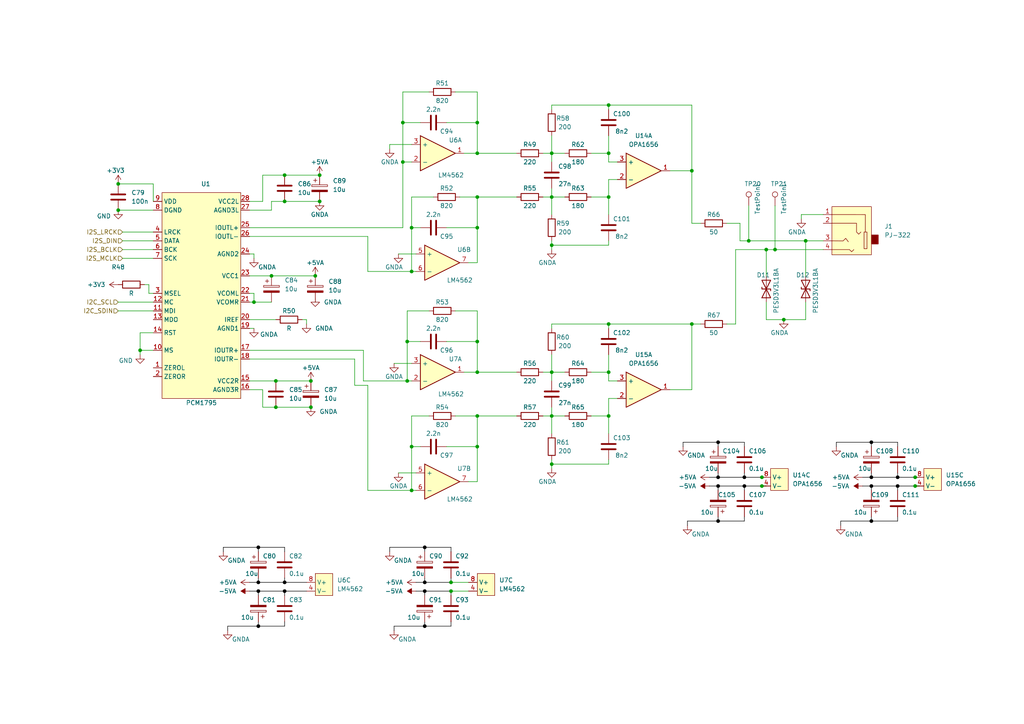
<source format=kicad_sch>
(kicad_sch (version 20211123) (generator eeschema)

  (uuid 8f0de2be-091d-4182-8d81-ff42f94a7534)

  (paper "A4")

  (lib_symbols
    (symbol "Connector:TestPoint" (pin_numbers hide) (pin_names (offset 0.762) hide) (in_bom yes) (on_board yes)
      (property "Reference" "TP" (id 0) (at 0 6.858 0)
        (effects (font (size 1.27 1.27)))
      )
      (property "Value" "TestPoint" (id 1) (at 0 5.08 0)
        (effects (font (size 1.27 1.27)))
      )
      (property "Footprint" "" (id 2) (at 5.08 0 0)
        (effects (font (size 1.27 1.27)) hide)
      )
      (property "Datasheet" "~" (id 3) (at 5.08 0 0)
        (effects (font (size 1.27 1.27)) hide)
      )
      (property "ki_keywords" "test point tp" (id 4) (at 0 0 0)
        (effects (font (size 1.27 1.27)) hide)
      )
      (property "ki_description" "test point" (id 5) (at 0 0 0)
        (effects (font (size 1.27 1.27)) hide)
      )
      (property "ki_fp_filters" "Pin* Test*" (id 6) (at 0 0 0)
        (effects (font (size 1.27 1.27)) hide)
      )
      (symbol "TestPoint_0_1"
        (circle (center 0 3.302) (radius 0.762)
          (stroke (width 0) (type default) (color 0 0 0 0))
          (fill (type none))
        )
      )
      (symbol "TestPoint_1_1"
        (pin passive line (at 0 0 90) (length 2.54)
          (name "1" (effects (font (size 1.27 1.27))))
          (number "1" (effects (font (size 1.27 1.27))))
        )
      )
    )
    (symbol "power:+3V3" (power) (pin_names (offset 0)) (in_bom yes) (on_board yes)
      (property "Reference" "#PWR" (id 0) (at 0 -3.81 0)
        (effects (font (size 1.27 1.27)) hide)
      )
      (property "Value" "+3V3" (id 1) (at 0 3.556 0)
        (effects (font (size 1.27 1.27)))
      )
      (property "Footprint" "" (id 2) (at 0 0 0)
        (effects (font (size 1.27 1.27)) hide)
      )
      (property "Datasheet" "" (id 3) (at 0 0 0)
        (effects (font (size 1.27 1.27)) hide)
      )
      (property "ki_keywords" "power-flag" (id 4) (at 0 0 0)
        (effects (font (size 1.27 1.27)) hide)
      )
      (property "ki_description" "Power symbol creates a global label with name \"+3V3\"" (id 5) (at 0 0 0)
        (effects (font (size 1.27 1.27)) hide)
      )
      (symbol "+3V3_0_1"
        (polyline
          (pts
            (xy -0.762 1.27)
            (xy 0 2.54)
          )
          (stroke (width 0) (type default) (color 0 0 0 0))
          (fill (type none))
        )
        (polyline
          (pts
            (xy 0 0)
            (xy 0 2.54)
          )
          (stroke (width 0) (type default) (color 0 0 0 0))
          (fill (type none))
        )
        (polyline
          (pts
            (xy 0 2.54)
            (xy 0.762 1.27)
          )
          (stroke (width 0) (type default) (color 0 0 0 0))
          (fill (type none))
        )
      )
      (symbol "+3V3_1_1"
        (pin power_in line (at 0 0 90) (length 0) hide
          (name "+3V3" (effects (font (size 1.27 1.27))))
          (number "1" (effects (font (size 1.27 1.27))))
        )
      )
    )
    (symbol "power:+5VA" (power) (pin_names (offset 0)) (in_bom yes) (on_board yes)
      (property "Reference" "#PWR" (id 0) (at 0 -3.81 0)
        (effects (font (size 1.27 1.27)) hide)
      )
      (property "Value" "+5VA" (id 1) (at 0 3.556 0)
        (effects (font (size 1.27 1.27)))
      )
      (property "Footprint" "" (id 2) (at 0 0 0)
        (effects (font (size 1.27 1.27)) hide)
      )
      (property "Datasheet" "" (id 3) (at 0 0 0)
        (effects (font (size 1.27 1.27)) hide)
      )
      (property "ki_keywords" "power-flag" (id 4) (at 0 0 0)
        (effects (font (size 1.27 1.27)) hide)
      )
      (property "ki_description" "Power symbol creates a global label with name \"+5VA\"" (id 5) (at 0 0 0)
        (effects (font (size 1.27 1.27)) hide)
      )
      (symbol "+5VA_0_1"
        (polyline
          (pts
            (xy -0.762 1.27)
            (xy 0 2.54)
          )
          (stroke (width 0) (type default) (color 0 0 0 0))
          (fill (type none))
        )
        (polyline
          (pts
            (xy 0 0)
            (xy 0 2.54)
          )
          (stroke (width 0) (type default) (color 0 0 0 0))
          (fill (type none))
        )
        (polyline
          (pts
            (xy 0 2.54)
            (xy 0.762 1.27)
          )
          (stroke (width 0) (type default) (color 0 0 0 0))
          (fill (type none))
        )
      )
      (symbol "+5VA_1_1"
        (pin power_in line (at 0 0 90) (length 0) hide
          (name "+5VA" (effects (font (size 1.27 1.27))))
          (number "1" (effects (font (size 1.27 1.27))))
        )
      )
    )
    (symbol "power:-5VA" (power) (pin_names (offset 0)) (in_bom yes) (on_board yes)
      (property "Reference" "#PWR" (id 0) (at 0 2.54 0)
        (effects (font (size 1.27 1.27)) hide)
      )
      (property "Value" "-5VA" (id 1) (at 0 3.81 0)
        (effects (font (size 1.27 1.27)))
      )
      (property "Footprint" "" (id 2) (at 0 0 0)
        (effects (font (size 1.27 1.27)) hide)
      )
      (property "Datasheet" "" (id 3) (at 0 0 0)
        (effects (font (size 1.27 1.27)) hide)
      )
      (property "ki_keywords" "power-flag" (id 4) (at 0 0 0)
        (effects (font (size 1.27 1.27)) hide)
      )
      (property "ki_description" "Power symbol creates a global label with name \"-5VA\"" (id 5) (at 0 0 0)
        (effects (font (size 1.27 1.27)) hide)
      )
      (symbol "-5VA_0_0"
        (pin power_in line (at 0 0 90) (length 0) hide
          (name "-5VA" (effects (font (size 1.27 1.27))))
          (number "1" (effects (font (size 1.27 1.27))))
        )
      )
      (symbol "-5VA_0_1"
        (polyline
          (pts
            (xy 0 0)
            (xy 0 1.27)
            (xy 0.762 1.27)
            (xy 0 2.54)
            (xy -0.762 1.27)
            (xy 0 1.27)
          )
          (stroke (width 0) (type default) (color 0 0 0 0))
          (fill (type outline))
        )
      )
    )
    (symbol "power:GND" (power) (pin_names (offset 0)) (in_bom yes) (on_board yes)
      (property "Reference" "#PWR" (id 0) (at 0 -6.35 0)
        (effects (font (size 1.27 1.27)) hide)
      )
      (property "Value" "GND" (id 1) (at 0 -3.81 0)
        (effects (font (size 1.27 1.27)))
      )
      (property "Footprint" "" (id 2) (at 0 0 0)
        (effects (font (size 1.27 1.27)) hide)
      )
      (property "Datasheet" "" (id 3) (at 0 0 0)
        (effects (font (size 1.27 1.27)) hide)
      )
      (property "ki_keywords" "power-flag" (id 4) (at 0 0 0)
        (effects (font (size 1.27 1.27)) hide)
      )
      (property "ki_description" "Power symbol creates a global label with name \"GND\" , ground" (id 5) (at 0 0 0)
        (effects (font (size 1.27 1.27)) hide)
      )
      (symbol "GND_0_1"
        (polyline
          (pts
            (xy 0 0)
            (xy 0 -1.27)
            (xy 1.27 -1.27)
            (xy 0 -2.54)
            (xy -1.27 -1.27)
            (xy 0 -1.27)
          )
          (stroke (width 0) (type default) (color 0 0 0 0))
          (fill (type none))
        )
      )
      (symbol "GND_1_1"
        (pin power_in line (at 0 0 270) (length 0) hide
          (name "GND" (effects (font (size 1.27 1.27))))
          (number "1" (effects (font (size 1.27 1.27))))
        )
      )
    )
    (symbol "power:GNDA" (power) (pin_names (offset 0)) (in_bom yes) (on_board yes)
      (property "Reference" "#PWR" (id 0) (at 0 -6.35 0)
        (effects (font (size 1.27 1.27)) hide)
      )
      (property "Value" "GNDA" (id 1) (at 0 -3.81 0)
        (effects (font (size 1.27 1.27)))
      )
      (property "Footprint" "" (id 2) (at 0 0 0)
        (effects (font (size 1.27 1.27)) hide)
      )
      (property "Datasheet" "" (id 3) (at 0 0 0)
        (effects (font (size 1.27 1.27)) hide)
      )
      (property "ki_keywords" "power-flag" (id 4) (at 0 0 0)
        (effects (font (size 1.27 1.27)) hide)
      )
      (property "ki_description" "Power symbol creates a global label with name \"GNDA\" , analog ground" (id 5) (at 0 0 0)
        (effects (font (size 1.27 1.27)) hide)
      )
      (symbol "GNDA_0_1"
        (polyline
          (pts
            (xy 0 0)
            (xy 0 -1.27)
            (xy 1.27 -1.27)
            (xy 0 -2.54)
            (xy -1.27 -1.27)
            (xy 0 -1.27)
          )
          (stroke (width 0) (type default) (color 0 0 0 0))
          (fill (type none))
        )
      )
      (symbol "GNDA_1_1"
        (pin power_in line (at 0 0 270) (length 0) hide
          (name "GNDA" (effects (font (size 1.27 1.27))))
          (number "1" (effects (font (size 1.27 1.27))))
        )
      )
    )
    (symbol "rlib_connectors:PJ-322" (pin_names hide) (in_bom yes) (on_board yes)
      (property "Reference" "J" (id 0) (at -0.0343 9.1452 0)
        (effects (font (size 1.27 1.27)))
      )
      (property "Value" "PJ-322" (id 1) (at 0.254 -8.636 0)
        (effects (font (size 1.27 1.27)))
      )
      (property "Footprint" "rlib_connectors:PJ-322" (id 2) (at -1.27 11.43 0)
        (effects (font (size 1.27 1.27)) hide)
      )
      (property "Datasheet" "" (id 3) (at -3.302 9.398 0)
        (effects (font (size 1.27 1.27)) hide)
      )
      (property "ki_fp_filters" "Jack*" (id 4) (at 0 0 0)
        (effects (font (size 1.27 1.27)) hide)
      )
      (symbol "PJ-322_0_1"
        (rectangle (start -8.3157 -0.8772) (end -6.5377 -3.4172)
          (stroke (width 0.254) (type default) (color 0 0 0 0))
          (fill (type outline))
        )
        (rectangle (start -6.35 7.366) (end 5.08 -6.604)
          (stroke (width 0) (type default) (color 0 0 0 0))
          (fill (type background))
        )
        (rectangle (start -5.08 0) (end -4.2312 -4.8201)
          (stroke (width 0) (type default) (color 0 0 0 0))
          (fill (type none))
        )
        (polyline
          (pts
            (xy -1.27 -5.08)
            (xy -0.635 -5.715)
            (xy 0 -5.08)
            (xy 5.08 -5.08)
          )
          (stroke (width 0) (type default) (color 0 0 0 0))
          (fill (type none))
        )
        (polyline
          (pts
            (xy -3.3205 0.0206)
            (xy -2.6855 -0.6144)
            (xy -2.0505 0.0206)
            (xy -2.0505 2.5606)
            (xy 5.1397 2.562)
          )
          (stroke (width 0) (type default) (color 0 0 0 0))
          (fill (type none))
        )
        (polyline
          (pts
            (xy 0.3243 -2.8217)
            (xy 0.3243 -2.8217)
            (xy 1.0863 -1.8057)
            (xy 1.8483 -2.5677)
            (xy 5.08 -2.54)
          )
          (stroke (width 0) (type default) (color 0 0 0 0))
          (fill (type none))
        )
        (polyline
          (pts
            (xy 5.08 5.08)
            (xy -4.6062 5.07)
            (xy -4.6062 3.292)
            (xy -4.6062 3.292)
            (xy -4.5913 0.0874)
          )
          (stroke (width 0) (type default) (color 0 0 0 0))
          (fill (type none))
        )
      )
      (symbol "PJ-322_1_1"
        (pin passive line (at 7.62 5.08 180) (length 2.54)
          (name "1" (effects (font (size 1.27 1.27))))
          (number "1" (effects (font (size 1.27 1.27))))
        )
        (pin passive line (at 7.62 2.54 180) (length 2.54)
          (name "2" (effects (font (size 1.27 1.27))))
          (number "2" (effects (font (size 1.27 1.27))))
        )
        (pin passive line (at 7.62 -2.54 180) (length 2.54)
          (name "3" (effects (font (size 1.27 1.27))))
          (number "3" (effects (font (size 1.27 1.27))))
        )
        (pin passive line (at 7.62 -5.08 180) (length 2.54)
          (name "4" (effects (font (size 1.27 1.27))))
          (number "4" (effects (font (size 1.27 1.27))))
        )
      )
    )
    (symbol "rlib_ic:LM4562" (in_bom yes) (on_board yes)
      (property "Reference" "U" (id 0) (at 0 8.89 0)
        (effects (font (size 1.27 1.27)))
      )
      (property "Value" "LM4562" (id 1) (at 0 -5.08 0)
        (effects (font (size 1.27 1.27)))
      )
      (property "Footprint" "rlib_ic:SOIC-8_3.9x4.9mm_P1.27mm" (id 2) (at 0 -7.62 0)
        (effects (font (size 1.27 1.27)) hide)
      )
      (property "Datasheet" "${RLIB}/ic/datasheets/LM4562.pdf" (id 3) (at 1.27 12.7 0)
        (effects (font (size 1.27 1.27)) hide)
      )
      (property "Manufacturer" "" (id 4) (at 0 0 0)
        (effects (font (size 1.27 1.27)))
      )
      (property "Mnfct. partnumber" "" (id 5) (at 0 0 0)
        (effects (font (size 1.27 1.27)))
      )
      (property "LSCS partnumber" "" (id 6) (at 0 0 0)
        (effects (font (size 1.27 1.27)))
      )
      (property "ki_locked" "" (id 7) (at 0 0 0)
        (effects (font (size 1.27 1.27)))
      )
      (symbol "LM4562_1_1"
        (polyline
          (pts
            (xy -3.81 7.62)
            (xy 6.35 2.54)
            (xy -3.81 -2.54)
            (xy -3.81 7.62)
          )
          (stroke (width 0.254) (type default) (color 0 0 0 0))
          (fill (type background))
        )
        (pin output line (at 8.89 2.54 180) (length 2.54)
          (name "~" (effects (font (size 1.27 1.27))))
          (number "1" (effects (font (size 1.27 1.27))))
        )
        (pin input line (at -6.35 0 0) (length 2.54)
          (name "-" (effects (font (size 1.27 1.27))))
          (number "2" (effects (font (size 1.27 1.27))))
        )
        (pin input line (at -6.35 5.08 0) (length 2.54)
          (name "+" (effects (font (size 1.27 1.27))))
          (number "3" (effects (font (size 1.27 1.27))))
        )
      )
      (symbol "LM4562_2_1"
        (polyline
          (pts
            (xy -3.81 7.62)
            (xy 6.35 2.54)
            (xy -3.81 -2.54)
            (xy -3.81 7.62)
          )
          (stroke (width 0.254) (type default) (color 0 0 0 0))
          (fill (type background))
        )
        (pin input line (at -6.35 5.08 0) (length 2.54)
          (name "+" (effects (font (size 1.27 1.27))))
          (number "5" (effects (font (size 1.27 1.27))))
        )
        (pin input line (at -6.35 0 0) (length 2.54)
          (name "-" (effects (font (size 1.27 1.27))))
          (number "6" (effects (font (size 1.27 1.27))))
        )
        (pin output line (at 8.89 2.54 180) (length 2.54)
          (name "~" (effects (font (size 1.27 1.27))))
          (number "7" (effects (font (size 1.27 1.27))))
        )
      )
      (symbol "LM4562_3_1"
        (rectangle (start -2.54 2.54) (end 2.54 -3.81)
          (stroke (width 0) (type default) (color 0 0 0 0))
          (fill (type background))
        )
        (pin power_in line (at -5.08 -2.54 0) (length 2.54)
          (name "V-" (effects (font (size 1.27 1.27))))
          (number "4" (effects (font (size 1.27 1.27))))
        )
        (pin power_in line (at -5.08 0 0) (length 2.54)
          (name "V+" (effects (font (size 1.27 1.27))))
          (number "8" (effects (font (size 1.27 1.27))))
        )
      )
    )
    (symbol "rlib_ic:OPA1656" (in_bom yes) (on_board yes)
      (property "Reference" "U" (id 0) (at 0 8.89 0)
        (effects (font (size 1.27 1.27)))
      )
      (property "Value" "OPA1656" (id 1) (at 0 -5.08 0)
        (effects (font (size 1.27 1.27)))
      )
      (property "Footprint" "rlib_ic:SOIC-8_3.9x4.9mm_P1.27mm" (id 2) (at 0 -7.62 0)
        (effects (font (size 1.27 1.27)) hide)
      )
      (property "Datasheet" "${RLIB}/ic/datasheets/OPA1652.pdf" (id 3) (at 1.27 12.7 0)
        (effects (font (size 1.27 1.27)) hide)
      )
      (property "Manufacturer" "" (id 4) (at 0 0 0)
        (effects (font (size 1.27 1.27)) hide)
      )
      (property "Mnfct. partnumber" "" (id 5) (at 0 0 0)
        (effects (font (size 1.27 1.27)) hide)
      )
      (property "LCSC partnumber" "" (id 6) (at 0 0 0)
        (effects (font (size 1.27 1.27)) hide)
      )
      (property "ki_locked" "" (id 7) (at 0 0 0)
        (effects (font (size 1.27 1.27)))
      )
      (symbol "OPA1656_1_1"
        (polyline
          (pts
            (xy -3.81 7.62)
            (xy 6.35 2.54)
            (xy -3.81 -2.54)
            (xy -3.81 7.62)
          )
          (stroke (width 0.254) (type default) (color 0 0 0 0))
          (fill (type background))
        )
        (pin output line (at 8.89 2.54 180) (length 2.54)
          (name "~" (effects (font (size 1.27 1.27))))
          (number "1" (effects (font (size 1.27 1.27))))
        )
        (pin input line (at -6.35 0 0) (length 2.54)
          (name "-" (effects (font (size 1.27 1.27))))
          (number "2" (effects (font (size 1.27 1.27))))
        )
        (pin input line (at -6.35 5.08 0) (length 2.54)
          (name "+" (effects (font (size 1.27 1.27))))
          (number "3" (effects (font (size 1.27 1.27))))
        )
      )
      (symbol "OPA1656_2_1"
        (polyline
          (pts
            (xy -3.81 7.62)
            (xy 6.35 2.54)
            (xy -3.81 -2.54)
            (xy -3.81 7.62)
          )
          (stroke (width 0.254) (type default) (color 0 0 0 0))
          (fill (type background))
        )
        (pin input line (at -6.35 5.08 0) (length 2.54)
          (name "+" (effects (font (size 1.27 1.27))))
          (number "5" (effects (font (size 1.27 1.27))))
        )
        (pin input line (at -6.35 0 0) (length 2.54)
          (name "-" (effects (font (size 1.27 1.27))))
          (number "6" (effects (font (size 1.27 1.27))))
        )
        (pin output line (at 8.89 2.54 180) (length 2.54)
          (name "~" (effects (font (size 1.27 1.27))))
          (number "7" (effects (font (size 1.27 1.27))))
        )
      )
      (symbol "OPA1656_3_1"
        (rectangle (start -2.54 2.54) (end 2.54 -3.81)
          (stroke (width 0) (type default) (color 0 0 0 0))
          (fill (type background))
        )
        (pin power_in line (at -5.08 -2.54 0) (length 2.54)
          (name "V-" (effects (font (size 1.27 1.27))))
          (number "4" (effects (font (size 1.27 1.27))))
        )
        (pin power_in line (at -5.08 0 0) (length 2.54)
          (name "V+" (effects (font (size 1.27 1.27))))
          (number "8" (effects (font (size 1.27 1.27))))
        )
      )
    )
    (symbol "rlib_ic:PCM1795" (in_bom yes) (on_board yes)
      (property "Reference" "U" (id 0) (at 0 5.08 0)
        (effects (font (size 1.27 1.27)))
      )
      (property "Value" "PCM1795" (id 1) (at 0 -57.15 0)
        (effects (font (size 1.27 1.27)))
      )
      (property "Footprint" "rlib_ic:SSOP-28_5.3x10.2mm_P0.65mm" (id 2) (at 3.81 -63.5 0)
        (effects (font (size 1.27 1.27)) hide)
      )
      (property "Datasheet" "${RLIB}/ic/datasheets/PCM1795.pdf" (id 3) (at 3.81 -59.69 0)
        (effects (font (size 1.27 1.27)) hide)
      )
      (property "Manufacturer" "" (id 4) (at 0 0 0)
        (effects (font (size 1.27 1.27)) hide)
      )
      (property "Mnfct. partnumber" "" (id 5) (at 0 0 0)
        (effects (font (size 1.27 1.27)) hide)
      )
      (property "LCSC partnumber" "" (id 6) (at 0 0 0)
        (effects (font (size 1.27 1.27)) hide)
      )
      (symbol "PCM1795_0_0"
        (pin bidirectional line (at -13.97 -46.99 0) (length 2.54)
          (name "ZEROL" (effects (font (size 1.27 1.27))))
          (number "1" (effects (font (size 1.27 1.27))))
        )
        (pin bidirectional line (at -13.97 -41.91 0) (length 2.54)
          (name "MS" (effects (font (size 1.27 1.27))))
          (number "10" (effects (font (size 1.27 1.27))))
        )
        (pin input line (at -13.97 -30.48 0) (length 2.54)
          (name "MDI" (effects (font (size 1.27 1.27))))
          (number "11" (effects (font (size 1.27 1.27))))
        )
        (pin input line (at -13.97 -27.94 0) (length 2.54)
          (name "MC" (effects (font (size 1.27 1.27))))
          (number "12" (effects (font (size 1.27 1.27))))
        )
        (pin bidirectional line (at -13.97 -33.02 0) (length 2.54)
          (name "MDO" (effects (font (size 1.27 1.27))))
          (number "13" (effects (font (size 1.27 1.27))))
        )
        (pin input line (at -13.97 -36.83 0) (length 2.54)
          (name "RST" (effects (font (size 1.27 1.27))))
          (number "14" (effects (font (size 1.27 1.27))))
        )
        (pin power_in line (at 13.97 -50.8 180) (length 2.54)
          (name "VCC2R" (effects (font (size 1.27 1.27))))
          (number "15" (effects (font (size 1.27 1.27))))
        )
        (pin power_in line (at 13.97 -53.34 180) (length 2.54)
          (name "AGND3R" (effects (font (size 1.27 1.27))))
          (number "16" (effects (font (size 1.27 1.27))))
        )
        (pin output line (at 13.97 -41.91 180) (length 2.54)
          (name "IOUTR+" (effects (font (size 1.27 1.27))))
          (number "17" (effects (font (size 1.27 1.27))))
        )
        (pin output line (at 13.97 -44.45 180) (length 2.54)
          (name "IOUTR-" (effects (font (size 1.27 1.27))))
          (number "18" (effects (font (size 1.27 1.27))))
        )
        (pin power_in line (at 13.97 -35.56 180) (length 2.54)
          (name "AGND1" (effects (font (size 1.27 1.27))))
          (number "19" (effects (font (size 1.27 1.27))))
        )
        (pin bidirectional line (at -13.97 -49.53 0) (length 2.54)
          (name "ZEROR" (effects (font (size 1.27 1.27))))
          (number "2" (effects (font (size 1.27 1.27))))
        )
        (pin output line (at 13.97 -33.02 180) (length 2.54)
          (name "IREF" (effects (font (size 1.27 1.27))))
          (number "20" (effects (font (size 1.27 1.27))))
        )
        (pin power_in line (at 13.97 -27.94 180) (length 2.54)
          (name "VCOMR" (effects (font (size 1.27 1.27))))
          (number "21" (effects (font (size 1.27 1.27))))
        )
        (pin power_in line (at 13.97 -25.4 180) (length 2.54)
          (name "VCOML" (effects (font (size 1.27 1.27))))
          (number "22" (effects (font (size 1.27 1.27))))
        )
        (pin power_in line (at 13.97 -20.32 180) (length 2.54)
          (name "VCC1" (effects (font (size 1.27 1.27))))
          (number "23" (effects (font (size 1.27 1.27))))
        )
        (pin power_in line (at 13.97 -13.97 180) (length 2.54)
          (name "AGND2" (effects (font (size 1.27 1.27))))
          (number "24" (effects (font (size 1.27 1.27))))
        )
        (pin output line (at 13.97 -6.35 180) (length 2.54)
          (name "IOUTL+" (effects (font (size 1.27 1.27))))
          (number "25" (effects (font (size 1.27 1.27))))
        )
        (pin output line (at 13.97 -8.89 180) (length 2.54)
          (name "IOUTL-" (effects (font (size 1.27 1.27))))
          (number "26" (effects (font (size 1.27 1.27))))
        )
        (pin power_in line (at 13.97 -1.27 180) (length 2.54)
          (name "AGND3L" (effects (font (size 1.27 1.27))))
          (number "27" (effects (font (size 1.27 1.27))))
        )
        (pin power_in line (at 13.97 1.27 180) (length 2.54)
          (name "VCC2L" (effects (font (size 1.27 1.27))))
          (number "28" (effects (font (size 1.27 1.27))))
        )
        (pin input line (at -13.97 -25.4 0) (length 2.54)
          (name "MSEL" (effects (font (size 1.27 1.27))))
          (number "3" (effects (font (size 1.27 1.27))))
        )
        (pin input line (at -13.97 -7.62 0) (length 2.54)
          (name "LRCK" (effects (font (size 1.27 1.27))))
          (number "4" (effects (font (size 1.27 1.27))))
        )
        (pin input line (at -13.97 -10.16 0) (length 2.54)
          (name "DATA" (effects (font (size 1.27 1.27))))
          (number "5" (effects (font (size 1.27 1.27))))
        )
        (pin input line (at -13.97 -12.7 0) (length 2.54)
          (name "BCK" (effects (font (size 1.27 1.27))))
          (number "6" (effects (font (size 1.27 1.27))))
        )
        (pin input line (at -13.97 -15.24 0) (length 2.54)
          (name "SCK" (effects (font (size 1.27 1.27))))
          (number "7" (effects (font (size 1.27 1.27))))
        )
        (pin power_in line (at -13.97 -1.27 0) (length 2.54)
          (name "DGND" (effects (font (size 1.27 1.27))))
          (number "8" (effects (font (size 1.27 1.27))))
        )
        (pin power_in line (at -13.97 1.27 0) (length 2.54)
          (name "VDD" (effects (font (size 1.27 1.27))))
          (number "9" (effects (font (size 1.27 1.27))))
        )
      )
      (symbol "PCM1795_0_1"
        (rectangle (start -11.43 3.81) (end 11.43 -55.88)
          (stroke (width 0) (type default) (color 0 0 0 0))
          (fill (type background))
        )
      )
    )
    (symbol "rlib_passive:C" (pin_numbers hide) (pin_names (offset 0.254)) (in_bom yes) (on_board yes)
      (property "Reference" "C" (id 0) (at 0.635 2.54 0)
        (effects (font (size 1.27 1.27)) (justify left))
      )
      (property "Value" "C" (id 1) (at 0.635 -2.54 0)
        (effects (font (size 1.27 1.27)) (justify left))
      )
      (property "Footprint" "" (id 2) (at 0.9652 -3.81 0)
        (effects (font (size 1.27 1.27)) hide)
      )
      (property "Datasheet" "~" (id 3) (at 0 0 0)
        (effects (font (size 1.27 1.27)) hide)
      )
      (property "Voltage" "" (id 4) (at 0 0 0)
        (effects (font (size 1.27 1.27)))
      )
      (property "LSCS Partnumber" "" (id 5) (at 0 0 0)
        (effects (font (size 1.27 1.27)))
      )
      (property "Tolerance" "" (id 6) (at 0 0 0)
        (effects (font (size 1.27 1.27)))
      )
      (property "Manufacturer" "" (id 7) (at 0 0 0)
        (effects (font (size 1.27 1.27)))
      )
      (property "ki_keywords" "cap capacitor" (id 8) (at 0 0 0)
        (effects (font (size 1.27 1.27)) hide)
      )
      (property "ki_description" "Unpolarized capacitor" (id 9) (at 0 0 0)
        (effects (font (size 1.27 1.27)) hide)
      )
      (property "ki_fp_filters" "C_*" (id 10) (at 0 0 0)
        (effects (font (size 1.27 1.27)) hide)
      )
      (symbol "C_0_1"
        (polyline
          (pts
            (xy -2.032 -0.762)
            (xy 2.032 -0.762)
          )
          (stroke (width 0.508) (type default) (color 0 0 0 0))
          (fill (type none))
        )
        (polyline
          (pts
            (xy -2.032 0.762)
            (xy 2.032 0.762)
          )
          (stroke (width 0.508) (type default) (color 0 0 0 0))
          (fill (type none))
        )
      )
      (symbol "C_1_1"
        (pin passive line (at 0 3.81 270) (length 2.794)
          (name "~" (effects (font (size 1.27 1.27))))
          (number "1" (effects (font (size 1.27 1.27))))
        )
        (pin passive line (at 0 -3.81 90) (length 2.794)
          (name "~" (effects (font (size 1.27 1.27))))
          (number "2" (effects (font (size 1.27 1.27))))
        )
      )
    )
    (symbol "rlib_passive:C_Pol" (pin_numbers hide) (pin_names (offset 0.254)) (in_bom yes) (on_board yes)
      (property "Reference" "C" (id 0) (at 0.635 2.54 0)
        (effects (font (size 1.27 1.27)) (justify left))
      )
      (property "Value" "C_Pol" (id 1) (at 0.635 -2.54 0)
        (effects (font (size 1.27 1.27)) (justify left))
      )
      (property "Footprint" "" (id 2) (at 0.9652 -3.81 0)
        (effects (font (size 1.27 1.27)) hide)
      )
      (property "Datasheet" "~" (id 3) (at 0 0 0)
        (effects (font (size 1.27 1.27)) hide)
      )
      (property "LCSC Partnumber" "" (id 4) (at 0 0 0)
        (effects (font (size 1.27 1.27)))
      )
      (property "Tolerance" "" (id 5) (at 0 0 0)
        (effects (font (size 1.27 1.27)))
      )
      (property "Manufacturer" "" (id 6) (at 0 0 0)
        (effects (font (size 1.27 1.27)))
      )
      (property "ki_keywords" "cap capacitor" (id 7) (at 0 0 0)
        (effects (font (size 1.27 1.27)) hide)
      )
      (property "ki_description" "Polarized capacitor" (id 8) (at 0 0 0)
        (effects (font (size 1.27 1.27)) hide)
      )
      (property "ki_fp_filters" "CP_*" (id 9) (at 0 0 0)
        (effects (font (size 1.27 1.27)) hide)
      )
      (symbol "C_Pol_0_1"
        (rectangle (start -2.286 0.508) (end 2.286 1.016)
          (stroke (width 0) (type default) (color 0 0 0 0))
          (fill (type none))
        )
        (polyline
          (pts
            (xy -1.778 2.286)
            (xy -0.762 2.286)
          )
          (stroke (width 0) (type default) (color 0 0 0 0))
          (fill (type none))
        )
        (polyline
          (pts
            (xy -1.27 2.794)
            (xy -1.27 1.778)
          )
          (stroke (width 0) (type default) (color 0 0 0 0))
          (fill (type none))
        )
        (rectangle (start 2.286 -0.508) (end -2.286 -1.016)
          (stroke (width 0) (type default) (color 0 0 0 0))
          (fill (type outline))
        )
      )
      (symbol "C_Pol_1_1"
        (pin passive line (at 0 3.81 270) (length 2.794)
          (name "~" (effects (font (size 1.27 1.27))))
          (number "1" (effects (font (size 1.27 1.27))))
        )
        (pin passive line (at 0 -3.81 90) (length 2.794)
          (name "~" (effects (font (size 1.27 1.27))))
          (number "2" (effects (font (size 1.27 1.27))))
        )
      )
    )
    (symbol "rlib_passive:PESD3V3L1BA" (pin_numbers hide) (pin_names (offset 1.016) hide) (in_bom yes) (on_board yes)
      (property "Reference" "D" (id 0) (at 0 2.54 0)
        (effects (font (size 1.27 1.27)))
      )
      (property "Value" "PESD3V3L1BA" (id 1) (at 0 -2.54 0)
        (effects (font (size 1.27 1.27)))
      )
      (property "Footprint" "rlib_passive:D_SOD-323F" (id 2) (at 0 5.08 0)
        (effects (font (size 1.27 1.27)) hide)
      )
      (property "Datasheet" "${RLIB}/passive/datasheets/PESD3V3L1BA.pdf" (id 3) (at 0 -5.08 0)
        (effects (font (size 1.27 1.27)) hide)
      )
      (property "ki_keywords" "diode TVS thyrector" (id 4) (at 0 0 0)
        (effects (font (size 1.27 1.27)) hide)
      )
      (property "ki_description" "Bidirectional transient-voltage-suppression diode" (id 5) (at 0 0 0)
        (effects (font (size 1.27 1.27)) hide)
      )
      (property "ki_fp_filters" "TO-???* *_Diode_* *SingleDiode* D_*" (id 6) (at 0 0 0)
        (effects (font (size 1.27 1.27)) hide)
      )
      (symbol "PESD3V3L1BA_0_1"
        (polyline
          (pts
            (xy 1.27 0)
            (xy -1.27 0)
          )
          (stroke (width 0) (type default) (color 0 0 0 0))
          (fill (type none))
        )
        (polyline
          (pts
            (xy 0.508 1.27)
            (xy 0 1.27)
            (xy 0 -1.27)
            (xy -0.508 -1.27)
          )
          (stroke (width 0.254) (type default) (color 0 0 0 0))
          (fill (type none))
        )
        (polyline
          (pts
            (xy -2.54 1.27)
            (xy -2.54 -1.27)
            (xy 2.54 1.27)
            (xy 2.54 -1.27)
            (xy -2.54 1.27)
          )
          (stroke (width 0.254) (type default) (color 0 0 0 0))
          (fill (type none))
        )
      )
      (symbol "PESD3V3L1BA_1_1"
        (pin passive line (at -3.81 0 0) (length 2.54)
          (name "A1" (effects (font (size 1.27 1.27))))
          (number "1" (effects (font (size 1.27 1.27))))
        )
        (pin passive line (at 3.81 0 180) (length 2.54)
          (name "A2" (effects (font (size 1.27 1.27))))
          (number "2" (effects (font (size 1.27 1.27))))
        )
      )
    )
    (symbol "rlib_passive:R" (pin_numbers hide) (pin_names (offset 0)) (in_bom yes) (on_board yes)
      (property "Reference" "R" (id 0) (at 2.032 0 90)
        (effects (font (size 1.27 1.27)))
      )
      (property "Value" "R" (id 1) (at 0 0 90)
        (effects (font (size 1.27 1.27)))
      )
      (property "Footprint" "" (id 2) (at -1.778 0 90)
        (effects (font (size 1.27 1.27)) hide)
      )
      (property "Datasheet" "~" (id 3) (at 0 0 0)
        (effects (font (size 1.27 1.27)) hide)
      )
      (property "Tolerance" "" (id 4) (at 0 0 0)
        (effects (font (size 1.27 1.27)))
      )
      (property "LSCS Partnumber" "" (id 5) (at 0 0 0)
        (effects (font (size 1.27 1.27)))
      )
      (property "Manufacturer" "" (id 6) (at 0 0 0)
        (effects (font (size 1.27 1.27)))
      )
      (property "ki_keywords" "R res resistor" (id 7) (at 0 0 0)
        (effects (font (size 1.27 1.27)) hide)
      )
      (property "ki_description" "Resistor" (id 8) (at 0 0 0)
        (effects (font (size 1.27 1.27)) hide)
      )
      (property "ki_fp_filters" "R_*" (id 9) (at 0 0 0)
        (effects (font (size 1.27 1.27)) hide)
      )
      (symbol "R_0_1"
        (rectangle (start -1.016 -2.54) (end 1.016 2.54)
          (stroke (width 0.254) (type default) (color 0 0 0 0))
          (fill (type none))
        )
      )
      (symbol "R_1_1"
        (pin passive line (at 0 3.81 270) (length 1.27)
          (name "~" (effects (font (size 1.27 1.27))))
          (number "1" (effects (font (size 1.27 1.27))))
        )
        (pin passive line (at 0 -3.81 90) (length 1.27)
          (name "~" (effects (font (size 1.27 1.27))))
          (number "2" (effects (font (size 1.27 1.27))))
        )
      )
    )
  )

  (junction (at 123.19 171.45) (diameter 0) (color 0 0 0 1)
    (uuid 04fe5a9b-5044-4e25-8559-3af1c3ed7eaa)
  )
  (junction (at 80.01 118.11) (diameter 0) (color 0 0 0 0)
    (uuid 054845a7-ec80-4e55-9afb-f3c0e7335308)
  )
  (junction (at 82.55 58.42) (diameter 0) (color 0 0 0 0)
    (uuid 0650bb5a-8052-4b20-9e91-0371e88bc1c8)
  )
  (junction (at 260.35 138.43) (diameter 0) (color 0 0 0 1)
    (uuid 07333e74-9b0d-4d42-83e9-7985ac7ff8ce)
  )
  (junction (at 260.35 140.97) (diameter 0) (color 0 0 0 1)
    (uuid 0b9863f3-ab09-4504-aa1c-6fa19ffed797)
  )
  (junction (at 74.93 158.75) (diameter 0) (color 0 0 0 1)
    (uuid 0e221ee2-aedf-49da-ac16-801c4e482063)
  )
  (junction (at 160.02 107.95) (diameter 0) (color 0 0 0 0)
    (uuid 0f41acb1-b9a1-4eb2-bef6-50ce3c3b004a)
  )
  (junction (at 92.71 58.42) (diameter 0) (color 0 0 0 0)
    (uuid 164bbc09-6a36-425c-ba5a-f2da9b2f6fb5)
  )
  (junction (at 74.93 171.45) (diameter 0) (color 0 0 0 1)
    (uuid 180e9cef-5920-4e64-a8bd-c4d1e724a00b)
  )
  (junction (at 138.43 99.06) (diameter 0) (color 0 0 0 0)
    (uuid 1ce68b31-2a43-40ae-9fc8-f12bedb7b6ec)
  )
  (junction (at 227.33 92.71) (diameter 0) (color 0 0 0 0)
    (uuid 22aae359-fd20-4773-b2f8-8152a6614eda)
  )
  (junction (at 118.11 110.49) (diameter 0) (color 0 0 0 0)
    (uuid 236f7bee-0838-4918-87b6-dc12ec737327)
  )
  (junction (at 217.17 69.85) (diameter 0) (color 0 0 0 0)
    (uuid 264b9492-373e-47be-b9b8-2c5cbaeff1e5)
  )
  (junction (at 119.38 66.04) (diameter 0) (color 0 0 0 0)
    (uuid 3d21e444-ef8b-4ed2-85d7-d83bb17f3a8e)
  )
  (junction (at 252.73 128.27) (diameter 0) (color 0 0 0 1)
    (uuid 40249365-5279-4b39-9d8d-ef84e7d8ebc1)
  )
  (junction (at 208.28 128.27) (diameter 0) (color 0 0 0 1)
    (uuid 45d52f2a-9929-4d8d-8aaa-c10524be6b74)
  )
  (junction (at 222.25 72.39) (diameter 0) (color 0 0 0 0)
    (uuid 4925f864-21bd-477e-af63-01a5b0a689dc)
  )
  (junction (at 265.43 140.97) (diameter 0) (color 0 0 0 0)
    (uuid 5426cfbf-1a86-4039-aba9-cd37a99a07b6)
  )
  (junction (at 116.84 35.56) (diameter 0) (color 0 0 0 0)
    (uuid 54e3c62a-a9c1-4a29-9195-9a3922fa1623)
  )
  (junction (at 74.93 168.91) (diameter 0) (color 0 0 0 1)
    (uuid 5c369aaf-6e6f-4d4f-9838-1222d75ae524)
  )
  (junction (at 123.19 158.75) (diameter 0) (color 0 0 0 1)
    (uuid 5dc314b4-87a9-44da-86ba-0e20a87ef52d)
  )
  (junction (at 82.55 171.45) (diameter 0) (color 0 0 0 1)
    (uuid 5f46c27d-8435-4df7-88e0-36cff8102257)
  )
  (junction (at 92.71 50.8) (diameter 0) (color 0 0 0 0)
    (uuid 627764f7-6277-4ad5-96c1-cb1dfe345af4)
  )
  (junction (at 138.43 120.65) (diameter 0) (color 0 0 0 0)
    (uuid 65900148-acf9-445c-9f52-e96a91443b74)
  )
  (junction (at 40.64 101.6) (diameter 0) (color 0 0 0 0)
    (uuid 66412ada-63a8-468b-b283-434e03fc6d66)
  )
  (junction (at 138.43 107.95) (diameter 0) (color 0 0 0 0)
    (uuid 69b0c9c9-bda0-4140-b2cd-2e1c0d4bef37)
  )
  (junction (at 208.28 138.43) (diameter 0) (color 0 0 0 1)
    (uuid 6a527f51-b469-4b2f-b7d9-d43bb72b9836)
  )
  (junction (at 119.38 142.24) (diameter 0) (color 0 0 0 0)
    (uuid 6ae86604-5a9e-4185-bac0-713441679f17)
  )
  (junction (at 252.73 140.97) (diameter 0) (color 0 0 0 1)
    (uuid 71ba2c16-622e-45af-a45f-3a33764471d6)
  )
  (junction (at 78.74 80.01) (diameter 0) (color 0 0 0 0)
    (uuid 77d5552e-7963-421b-ab24-2ae1b673c9b7)
  )
  (junction (at 200.66 93.98) (diameter 0) (color 0 0 0 0)
    (uuid 799b3172-5d1b-4e40-9a37-7f598ba88300)
  )
  (junction (at 34.29 53.34) (diameter 0) (color 0 0 0 0)
    (uuid 7a296b90-ab67-4119-b389-e8a967686015)
  )
  (junction (at 138.43 57.15) (diameter 0) (color 0 0 0 0)
    (uuid 7bfc96ee-73f5-414c-9e84-6173ec76c0bc)
  )
  (junction (at 138.43 66.04) (diameter 0) (color 0 0 0 0)
    (uuid 7ea1dca3-b681-4009-a84d-9cfb9ee2098b)
  )
  (junction (at 176.53 57.15) (diameter 0) (color 0 0 0 0)
    (uuid 7fe810f9-363d-430c-a029-84c230285767)
  )
  (junction (at 233.68 69.85) (diameter 0) (color 0 0 0 0)
    (uuid 8259d122-e062-4e11-a5b1-c60aa7054268)
  )
  (junction (at 160.02 71.12) (diameter 0) (color 0 0 0 0)
    (uuid 86d31149-1250-4ff4-86d7-47b47eee1111)
  )
  (junction (at 208.28 151.13) (diameter 0) (color 0 0 0 1)
    (uuid 8aa7b616-8071-41bb-b7cd-b0c1b1bc919d)
  )
  (junction (at 73.66 87.63) (diameter 0) (color 0 0 0 0)
    (uuid 8b92bf4e-fa1c-4227-ad0d-d5baae9d5c6f)
  )
  (junction (at 130.81 171.45) (diameter 0) (color 0 0 0 0)
    (uuid 8e0358c9-4766-4187-8813-9d54ea1094bc)
  )
  (junction (at 130.81 168.91) (diameter 0) (color 0 0 0 0)
    (uuid 8e9df68b-bc2f-46b8-b3be-e3a010577d64)
  )
  (junction (at 82.55 168.91) (diameter 0) (color 0 0 0 1)
    (uuid 91a66fd5-985d-42a2-9d21-2a72a7cc4717)
  )
  (junction (at 224.79 72.39) (diameter 0) (color 0 0 0 0)
    (uuid 91f0262c-bb97-4912-8bb1-8bd6a2bd6bbf)
  )
  (junction (at 118.11 99.06) (diameter 0) (color 0 0 0 0)
    (uuid 921444ac-3364-4f84-875a-cbeb0b5d89b2)
  )
  (junction (at 176.53 93.98) (diameter 0) (color 0 0 0 0)
    (uuid 936122c5-6de6-479c-afc2-d628dd3035f2)
  )
  (junction (at 123.19 168.91) (diameter 0) (color 0 0 0 1)
    (uuid 98f76047-9fbe-43b2-99cb-835b94b36387)
  )
  (junction (at 200.66 49.53) (diameter 0) (color 0 0 0 0)
    (uuid 993a1046-86b5-4085-a81b-a6142449cea6)
  )
  (junction (at 116.84 46.99) (diameter 0) (color 0 0 0 0)
    (uuid 9f74b495-e822-428c-b66a-3f8ae46823b2)
  )
  (junction (at 176.53 120.65) (diameter 0) (color 0 0 0 0)
    (uuid a4f2f35d-79f3-4002-988d-3a8f577b5e51)
  )
  (junction (at 160.02 134.62) (diameter 0) (color 0 0 0 0)
    (uuid af1efd64-84cf-4075-9043-40c97f554364)
  )
  (junction (at 176.53 44.45) (diameter 0) (color 0 0 0 0)
    (uuid afd1d56a-0a22-4624-b6df-ebec6d778eca)
  )
  (junction (at 176.53 107.95) (diameter 0) (color 0 0 0 0)
    (uuid b355ab80-423f-4fd7-841c-87a4f47a2e54)
  )
  (junction (at 252.73 151.13) (diameter 0) (color 0 0 0 1)
    (uuid b8e18c49-a587-464d-9b0c-75348033a0f6)
  )
  (junction (at 208.28 140.97) (diameter 0) (color 0 0 0 1)
    (uuid b9f77170-d35c-4e8f-82fd-35e45a6cfa56)
  )
  (junction (at 138.43 44.45) (diameter 0) (color 0 0 0 0)
    (uuid bdd08a64-eeb9-4dbb-97bb-788c2cc27b1e)
  )
  (junction (at 138.43 35.56) (diameter 0) (color 0 0 0 0)
    (uuid c7918b3e-cf7f-4a18-8b11-e02f7daecff4)
  )
  (junction (at 215.9 140.97) (diameter 0) (color 0 0 0 1)
    (uuid d28ae4e9-7d2d-41b0-a8f9-847681bc98dd)
  )
  (junction (at 138.43 129.54) (diameter 0) (color 0 0 0 0)
    (uuid d28d8173-97c5-4bff-8ad7-6f08e0952f10)
  )
  (junction (at 123.19 181.61) (diameter 0) (color 0 0 0 1)
    (uuid d2b9caac-804c-4c87-9ff3-13b5a3380df9)
  )
  (junction (at 160.02 57.15) (diameter 0) (color 0 0 0 0)
    (uuid d5c2affa-80eb-4ba7-abe9-c0d38c8110d8)
  )
  (junction (at 90.17 110.49) (diameter 0) (color 0 0 0 0)
    (uuid de6bc79e-9087-425e-96e7-ddba0e4a29ad)
  )
  (junction (at 252.73 138.43) (diameter 0) (color 0 0 0 1)
    (uuid deff610d-052f-4b3a-a3aa-f8e1e518c0d5)
  )
  (junction (at 74.93 181.61) (diameter 0) (color 0 0 0 1)
    (uuid e2961d2e-784c-4e28-a9af-4205dd5d9b19)
  )
  (junction (at 160.02 120.65) (diameter 0) (color 0 0 0 0)
    (uuid e62235fc-68d8-4312-b467-9f5b7bcf4019)
  )
  (junction (at 34.29 60.96) (diameter 0) (color 0 0 0 0)
    (uuid e6a6a2a0-3820-4b07-8a5d-f085937372a5)
  )
  (junction (at 80.01 110.49) (diameter 0) (color 0 0 0 0)
    (uuid e9964274-178d-45b7-9c9a-57e060b956fe)
  )
  (junction (at 220.98 140.97) (diameter 0) (color 0 0 0 0)
    (uuid ea5ef5d6-6e42-48a8-ad48-96020a32aca7)
  )
  (junction (at 265.43 138.43) (diameter 0) (color 0 0 0 0)
    (uuid eb9286a2-b0ed-4a1b-94da-8620f3985258)
  )
  (junction (at 90.17 118.11) (diameter 0) (color 0 0 0 0)
    (uuid edf82467-739f-4433-a2bb-d2f172221250)
  )
  (junction (at 215.9 138.43) (diameter 0) (color 0 0 0 1)
    (uuid eecdca9f-4dce-4350-8391-8460ba77d779)
  )
  (junction (at 82.55 50.8) (diameter 0) (color 0 0 0 0)
    (uuid efaa8af8-447d-49b5-b19c-caa6b24d758d)
  )
  (junction (at 220.98 138.43) (diameter 0) (color 0 0 0 0)
    (uuid f22384ef-8ffb-4238-8c5a-c80b48ec0dd7)
  )
  (junction (at 160.02 44.45) (diameter 0) (color 0 0 0 0)
    (uuid f35a47f7-9332-44a7-9050-859f21b356f5)
  )
  (junction (at 176.53 30.48) (diameter 0) (color 0 0 0 0)
    (uuid f495866c-78b8-4aa9-bfd4-d04333e9696a)
  )
  (junction (at 119.38 78.74) (diameter 0) (color 0 0 0 0)
    (uuid f6051fca-0f43-4af6-b428-572152b427b0)
  )
  (junction (at 91.44 80.01) (diameter 0) (color 0 0 0 0)
    (uuid f6d788fe-b097-4126-ba21-cd67a8f9ff8e)
  )
  (junction (at 119.38 129.54) (diameter 0) (color 0 0 0 0)
    (uuid fa4cd90e-82be-434f-b97b-0626e7f98600)
  )

  (wire (pts (xy 205.74 140.97) (xy 208.28 140.97))
    (stroke (width 0) (type default) (color 0 0 0 1))
    (uuid 0072d09c-b468-409d-8677-1d2bcdf935f3)
  )
  (wire (pts (xy 200.66 49.53) (xy 200.66 30.48))
    (stroke (width 0) (type default) (color 0 0 0 0))
    (uuid 0085ef87-a2e9-4259-97ba-5b8c000fe53f)
  )
  (wire (pts (xy 35.56 67.31) (xy 44.45 67.31))
    (stroke (width 0) (type default) (color 0 0 0 0))
    (uuid 012215db-188a-4aba-8e1c-f1f3208f6d1e)
  )
  (wire (pts (xy 120.65 142.24) (xy 119.38 142.24))
    (stroke (width 0) (type default) (color 0 0 0 0))
    (uuid 0214aee9-d816-4ffd-b211-d44441610570)
  )
  (wire (pts (xy 130.81 171.45) (xy 135.89 171.45))
    (stroke (width 0) (type default) (color 0 0 0 0))
    (uuid 02cb14ba-d054-4113-a359-3f0826c942dd)
  )
  (wire (pts (xy 160.02 95.25) (xy 160.02 93.98))
    (stroke (width 0) (type default) (color 0 0 0 0))
    (uuid 03425d2e-ee25-4b3a-a983-c3750ce93af8)
  )
  (wire (pts (xy 176.53 110.49) (xy 176.53 107.95))
    (stroke (width 0) (type default) (color 0 0 0 0))
    (uuid 04c9eda8-1692-4d58-8380-a6238911bb10)
  )
  (wire (pts (xy 123.19 171.45) (xy 130.81 171.45))
    (stroke (width 0) (type default) (color 0 0 0 1))
    (uuid 05d3f734-d1b4-43f8-aba7-b632c2e362ee)
  )
  (wire (pts (xy 82.55 50.8) (xy 92.71 50.8))
    (stroke (width 0) (type default) (color 0 0 0 0))
    (uuid 068c770b-14c2-42b7-9f72-616feda98981)
  )
  (wire (pts (xy 233.68 80.01) (xy 233.68 69.85))
    (stroke (width 0) (type default) (color 0 0 0 0))
    (uuid 0784f24d-a2b8-4884-aa3f-25cd503772e1)
  )
  (wire (pts (xy 260.35 151.13) (xy 252.73 151.13))
    (stroke (width 0) (type default) (color 0 0 0 1))
    (uuid 088006ab-f68a-473c-9620-4eea1e363e7c)
  )
  (wire (pts (xy 215.9 138.43) (xy 208.28 138.43))
    (stroke (width 0) (type default) (color 0 0 0 1))
    (uuid 08caaeb5-f170-4ac0-8598-9795be75359b)
  )
  (wire (pts (xy 160.02 46.99) (xy 160.02 44.45))
    (stroke (width 0) (type default) (color 0 0 0 0))
    (uuid 0cdc6d3b-e20c-44af-aaeb-fb58b76ab508)
  )
  (wire (pts (xy 123.19 168.91) (xy 123.19 167.64))
    (stroke (width 0) (type default) (color 0 0 0 1))
    (uuid 0dad82ae-edda-4a5f-b111-f59ab7a97184)
  )
  (wire (pts (xy 138.43 129.54) (xy 138.43 139.7))
    (stroke (width 0) (type default) (color 0 0 0 0))
    (uuid 0e71287a-dad1-4c12-a804-a89a7bee4080)
  )
  (wire (pts (xy 130.81 168.91) (xy 135.89 168.91))
    (stroke (width 0) (type default) (color 0 0 0 0))
    (uuid 0ecae06f-a665-4875-bc0c-160a8d975a3b)
  )
  (wire (pts (xy 250.19 140.97) (xy 252.73 140.97))
    (stroke (width 0) (type default) (color 0 0 0 1))
    (uuid 0fc70835-48b3-4a03-89b9-2397bb46c707)
  )
  (wire (pts (xy 35.56 74.93) (xy 44.45 74.93))
    (stroke (width 0) (type default) (color 0 0 0 0))
    (uuid 11cb8717-f971-41f3-a170-d01a7c4ec1c0)
  )
  (wire (pts (xy 160.02 133.35) (xy 160.02 134.62))
    (stroke (width 0) (type default) (color 0 0 0 0))
    (uuid 121234ea-e235-4a57-942f-058081a5ed93)
  )
  (wire (pts (xy 160.02 93.98) (xy 176.53 93.98))
    (stroke (width 0) (type default) (color 0 0 0 0))
    (uuid 14a36873-52d3-4940-bd14-c8beabe515de)
  )
  (wire (pts (xy 232.41 63.5) (xy 232.41 62.23))
    (stroke (width 0) (type default) (color 0 0 0 0))
    (uuid 14d220f4-bb9d-4395-b76c-6b71151b2181)
  )
  (wire (pts (xy 82.55 160.02) (xy 82.55 158.75))
    (stroke (width 0) (type default) (color 0 0 0 1))
    (uuid 15683eef-9a21-4700-bf3e-4509137d8e00)
  )
  (wire (pts (xy 76.2 50.8) (xy 82.55 50.8))
    (stroke (width 0) (type default) (color 0 0 0 0))
    (uuid 15ff8067-5b17-4559-850f-4aca17256d0e)
  )
  (wire (pts (xy 214.63 64.77) (xy 210.82 64.77))
    (stroke (width 0) (type default) (color 0 0 0 0))
    (uuid 1650d5b2-dbd7-464c-8d92-e2a0780c9dbf)
  )
  (wire (pts (xy 138.43 99.06) (xy 138.43 107.95))
    (stroke (width 0) (type default) (color 0 0 0 0))
    (uuid 168143da-a2bd-4a98-b6ca-f6da447b1e62)
  )
  (wire (pts (xy 138.43 120.65) (xy 149.86 120.65))
    (stroke (width 0) (type default) (color 0 0 0 0))
    (uuid 17337d70-18b3-4cf5-9af2-f4353cd7c3c6)
  )
  (wire (pts (xy 74.93 181.61) (xy 74.93 180.34))
    (stroke (width 0) (type default) (color 0 0 0 1))
    (uuid 174d0274-a334-4678-9644-f2c0925e4f3e)
  )
  (wire (pts (xy 119.38 142.24) (xy 106.68 142.24))
    (stroke (width 0) (type default) (color 0 0 0 0))
    (uuid 177bfa30-8946-4759-afa0-8432d543ca68)
  )
  (wire (pts (xy 76.2 118.11) (xy 80.01 118.11))
    (stroke (width 0) (type default) (color 0 0 0 0))
    (uuid 18c7861e-bed1-47ae-9a1e-58f7a3c166d7)
  )
  (wire (pts (xy 200.66 113.03) (xy 200.66 93.98))
    (stroke (width 0) (type default) (color 0 0 0 0))
    (uuid 1984fb33-12fb-4dfc-9e0f-ebcf356bcb35)
  )
  (wire (pts (xy 74.93 158.75) (xy 82.55 158.75))
    (stroke (width 0) (type default) (color 0 0 0 1))
    (uuid 19d32537-5e31-4537-b24a-8ed3f5667afd)
  )
  (wire (pts (xy 215.9 137.16) (xy 215.9 138.43))
    (stroke (width 0) (type default) (color 0 0 0 1))
    (uuid 19db9e95-4f2f-4a36-8554-8bfeab27c7d2)
  )
  (wire (pts (xy 217.17 69.85) (xy 233.68 69.85))
    (stroke (width 0) (type default) (color 0 0 0 0))
    (uuid 19de3afb-89ee-445c-81ff-4ca001b40193)
  )
  (wire (pts (xy 34.29 90.17) (xy 44.45 90.17))
    (stroke (width 0) (type default) (color 0 0 0 0))
    (uuid 1a4d7e80-5d86-4f09-926c-c7e2ef9a095a)
  )
  (wire (pts (xy 203.2 93.98) (xy 200.66 93.98))
    (stroke (width 0) (type default) (color 0 0 0 0))
    (uuid 1e0fd94d-2d43-4981-8897-353356f74807)
  )
  (wire (pts (xy 171.45 120.65) (xy 176.53 120.65))
    (stroke (width 0) (type default) (color 0 0 0 0))
    (uuid 1ebc9ab4-e9a6-4622-b258-738898af9176)
  )
  (wire (pts (xy 64.77 158.75) (xy 74.93 158.75))
    (stroke (width 0) (type default) (color 0 0 0 1))
    (uuid 1f1e7ded-fa56-4781-8df3-afd4c740c5ac)
  )
  (wire (pts (xy 130.81 160.02) (xy 130.81 158.75))
    (stroke (width 0) (type default) (color 0 0 0 1))
    (uuid 1f86121d-329b-407c-8aab-a44971d99fe9)
  )
  (wire (pts (xy 105.41 110.49) (xy 118.11 110.49))
    (stroke (width 0) (type default) (color 0 0 0 0))
    (uuid 1fd4f37a-0215-47b0-acc5-d254e0775fd9)
  )
  (wire (pts (xy 215.9 151.13) (xy 208.28 151.13))
    (stroke (width 0) (type default) (color 0 0 0 1))
    (uuid 21d63253-c036-438b-b2d9-4fbd325a7c6c)
  )
  (wire (pts (xy 252.73 140.97) (xy 260.35 140.97))
    (stroke (width 0) (type default) (color 0 0 0 1))
    (uuid 22373795-8817-4c1a-89cc-ba35d1737a86)
  )
  (wire (pts (xy 40.64 102.87) (xy 40.64 101.6))
    (stroke (width 0) (type default) (color 0 0 0 0))
    (uuid 245ceaf3-d2b1-4254-9cb5-a9e3d6a8271e)
  )
  (wire (pts (xy 138.43 57.15) (xy 133.35 57.15))
    (stroke (width 0) (type default) (color 0 0 0 0))
    (uuid 25700a33-024a-4d7b-a188-0dfb6b1695f4)
  )
  (wire (pts (xy 119.38 129.54) (xy 119.38 142.24))
    (stroke (width 0) (type default) (color 0 0 0 0))
    (uuid 25827ae0-c2f1-4a64-97d0-618b5948d019)
  )
  (wire (pts (xy 130.81 180.34) (xy 130.81 181.61))
    (stroke (width 0) (type default) (color 0 0 0 1))
    (uuid 28788096-59cf-4cb7-800e-a19a2475718a)
  )
  (wire (pts (xy 260.35 129.54) (xy 260.35 128.27))
    (stroke (width 0) (type default) (color 0 0 0 1))
    (uuid 289d8006-f36f-4e1c-8d75-9e50c2bcf696)
  )
  (wire (pts (xy 208.28 138.43) (xy 208.28 137.16))
    (stroke (width 0) (type default) (color 0 0 0 1))
    (uuid 28ba4eaf-2255-41af-84b8-7d50b52c1572)
  )
  (wire (pts (xy 118.11 90.17) (xy 118.11 99.06))
    (stroke (width 0) (type default) (color 0 0 0 0))
    (uuid 29597b00-ef80-4a72-a6d9-12fd45d9c19a)
  )
  (wire (pts (xy 72.39 95.25) (xy 73.66 95.25))
    (stroke (width 0) (type default) (color 0 0 0 0))
    (uuid 2f851001-306b-428f-9a20-80d16938b84f)
  )
  (wire (pts (xy 227.33 92.71) (xy 233.68 92.71))
    (stroke (width 0) (type default) (color 0 0 0 0))
    (uuid 31e65c7c-187c-4ec7-b004-aa7d1e4f4e3e)
  )
  (wire (pts (xy 134.62 44.45) (xy 138.43 44.45))
    (stroke (width 0) (type default) (color 0 0 0 0))
    (uuid 344fe427-f44e-4854-864a-898567777d6f)
  )
  (wire (pts (xy 82.55 168.91) (xy 74.93 168.91))
    (stroke (width 0) (type default) (color 0 0 0 1))
    (uuid 354f0be1-f63f-45dd-851e-5144f35f1347)
  )
  (wire (pts (xy 222.25 140.97) (xy 220.98 140.97))
    (stroke (width 0) (type default) (color 0 0 0 0))
    (uuid 359b706b-a64c-4567-9be6-9b312f195882)
  )
  (wire (pts (xy 34.29 53.34) (xy 44.45 53.34))
    (stroke (width 0) (type default) (color 0 0 0 0))
    (uuid 3770b75c-59f3-431d-b52a-4d92a92b2743)
  )
  (wire (pts (xy 129.54 99.06) (xy 138.43 99.06))
    (stroke (width 0) (type default) (color 0 0 0 0))
    (uuid 38b22ae4-fc82-409c-b07a-432a6cebe7ca)
  )
  (wire (pts (xy 215.9 129.54) (xy 215.9 128.27))
    (stroke (width 0) (type default) (color 0 0 0 1))
    (uuid 3bdc447c-1496-42ac-97c1-f0c1ce297560)
  )
  (wire (pts (xy 220.98 140.97) (xy 222.25 140.97))
    (stroke (width 0) (type default) (color 0 0 0 1))
    (uuid 3da56a50-623e-423c-8087-cc56f4287a96)
  )
  (wire (pts (xy 116.84 66.04) (xy 116.84 46.99))
    (stroke (width 0) (type default) (color 0 0 0 0))
    (uuid 40bc71e6-e39f-4420-ad71-b94589ff8c15)
  )
  (wire (pts (xy 222.25 92.71) (xy 227.33 92.71))
    (stroke (width 0) (type default) (color 0 0 0 0))
    (uuid 40c1ad28-01ac-43d9-8b2a-a7c21f236985)
  )
  (wire (pts (xy 215.9 142.24) (xy 215.9 140.97))
    (stroke (width 0) (type default) (color 0 0 0 1))
    (uuid 4201870b-395e-4229-8e52-348eefcc3b2c)
  )
  (wire (pts (xy 160.02 57.15) (xy 157.48 57.15))
    (stroke (width 0) (type default) (color 0 0 0 0))
    (uuid 42087f8a-9dd9-4205-a3b0-c1bcff2fb774)
  )
  (wire (pts (xy 138.43 99.06) (xy 138.43 90.17))
    (stroke (width 0) (type default) (color 0 0 0 0))
    (uuid 425e2e9d-882d-41a2-b103-cac789422abe)
  )
  (wire (pts (xy 82.55 171.45) (xy 88.9 171.45))
    (stroke (width 0) (type default) (color 0 0 0 1))
    (uuid 42cb10ca-e95f-41ec-8b77-0c632d88fb7d)
  )
  (wire (pts (xy 72.39 87.63) (xy 73.66 87.63))
    (stroke (width 0) (type default) (color 0 0 0 0))
    (uuid 43b3b83b-4a2b-4360-817d-8e1c9f649edc)
  )
  (wire (pts (xy 208.28 140.97) (xy 215.9 140.97))
    (stroke (width 0) (type default) (color 0 0 0 1))
    (uuid 43dbf32a-cb12-433c-ab4f-29ffc64fe688)
  )
  (wire (pts (xy 176.53 107.95) (xy 171.45 107.95))
    (stroke (width 0) (type default) (color 0 0 0 0))
    (uuid 440ecaa4-41a6-473c-ac45-b9fafc1e9117)
  )
  (wire (pts (xy 266.7 140.97) (xy 265.43 140.97))
    (stroke (width 0) (type default) (color 0 0 0 0))
    (uuid 4726daa5-e94e-4a0f-8d06-32f40a8848ce)
  )
  (wire (pts (xy 102.87 111.76) (xy 102.87 104.14))
    (stroke (width 0) (type default) (color 0 0 0 0))
    (uuid 49475c25-dd9a-4956-9d85-861047348cc0)
  )
  (wire (pts (xy 222.25 87.63) (xy 222.25 92.71))
    (stroke (width 0) (type default) (color 0 0 0 0))
    (uuid 49872673-2a7d-4857-a87a-90aa8a8feeab)
  )
  (wire (pts (xy 74.93 160.02) (xy 74.93 158.75))
    (stroke (width 0) (type default) (color 0 0 0 1))
    (uuid 49c31a01-10ef-4903-9066-458cb6c828c3)
  )
  (wire (pts (xy 72.39 101.6) (xy 105.41 101.6))
    (stroke (width 0) (type default) (color 0 0 0 0))
    (uuid 4a67e131-e607-4ede-86af-b8707da56a52)
  )
  (wire (pts (xy 132.08 90.17) (xy 138.43 90.17))
    (stroke (width 0) (type default) (color 0 0 0 0))
    (uuid 4bd00fb7-d7e3-49e4-846e-74ddd951a30e)
  )
  (wire (pts (xy 252.73 142.24) (xy 252.73 140.97))
    (stroke (width 0) (type default) (color 0 0 0 1))
    (uuid 4bf9ad8e-2321-4e41-ad13-5fac1e6a07f4)
  )
  (wire (pts (xy 260.35 138.43) (xy 265.43 138.43))
    (stroke (width 0) (type default) (color 0 0 0 1))
    (uuid 4c33d64f-10f1-4842-9a3e-879118acfc7d)
  )
  (wire (pts (xy 198.12 128.27) (xy 208.28 128.27))
    (stroke (width 0) (type default) (color 0 0 0 1))
    (uuid 4f3651bc-528d-4319-a987-38a685df3d5e)
  )
  (wire (pts (xy 119.38 66.04) (xy 119.38 78.74))
    (stroke (width 0) (type default) (color 0 0 0 0))
    (uuid 506e0c22-ddaa-4170-a430-df95fb746be5)
  )
  (wire (pts (xy 208.28 151.13) (xy 208.28 149.86))
    (stroke (width 0) (type default) (color 0 0 0 1))
    (uuid 50ee43a8-d85c-4fde-9b96-73ba5fa48164)
  )
  (wire (pts (xy 132.08 26.67) (xy 138.43 26.67))
    (stroke (width 0) (type default) (color 0 0 0 0))
    (uuid 5145bc75-daed-4627-a36e-ec9d49237fda)
  )
  (wire (pts (xy 80.01 110.49) (xy 90.17 110.49))
    (stroke (width 0) (type default) (color 0 0 0 0))
    (uuid 51a19026-e13f-4468-8e97-8ef6ac3204b2)
  )
  (wire (pts (xy 73.66 85.09) (xy 72.39 85.09))
    (stroke (width 0) (type default) (color 0 0 0 0))
    (uuid 52070794-0730-42b8-b68b-a32e5230d963)
  )
  (wire (pts (xy 171.45 57.15) (xy 176.53 57.15))
    (stroke (width 0) (type default) (color 0 0 0 0))
    (uuid 520aca33-1b50-4a22-a4ca-bb073fba9bac)
  )
  (wire (pts (xy 200.66 93.98) (xy 176.53 93.98))
    (stroke (width 0) (type default) (color 0 0 0 0))
    (uuid 525a5f5e-b6d8-4954-9e15-e9f1aee14edf)
  )
  (wire (pts (xy 242.57 129.54) (xy 242.57 128.27))
    (stroke (width 0) (type default) (color 0 0 0 1))
    (uuid 532dfa88-d776-4c0c-a2d0-76912adc9886)
  )
  (wire (pts (xy 160.02 134.62) (xy 176.53 134.62))
    (stroke (width 0) (type default) (color 0 0 0 0))
    (uuid 53ab29ac-1f2a-4fe9-9193-3230874e808e)
  )
  (wire (pts (xy 222.25 138.43) (xy 220.98 138.43))
    (stroke (width 0) (type default) (color 0 0 0 0))
    (uuid 543a7735-4191-4dd2-9071-36e80405f892)
  )
  (wire (pts (xy 72.39 171.45) (xy 74.93 171.45))
    (stroke (width 0) (type default) (color 0 0 0 1))
    (uuid 57ce0609-f257-40c3-b463-a6e4a6a836dd)
  )
  (wire (pts (xy 138.43 35.56) (xy 138.43 26.67))
    (stroke (width 0) (type default) (color 0 0 0 0))
    (uuid 5838ad5f-12d6-4498-84fe-291dd5555278)
  )
  (wire (pts (xy 176.53 52.07) (xy 176.53 57.15))
    (stroke (width 0) (type default) (color 0 0 0 0))
    (uuid 588ec638-a8b7-4855-8ffe-a938abc91947)
  )
  (wire (pts (xy 73.66 74.93) (xy 73.66 73.66))
    (stroke (width 0) (type default) (color 0 0 0 0))
    (uuid 5aab1b51-8106-44a3-a1e4-0f9462c05687)
  )
  (wire (pts (xy 138.43 35.56) (xy 138.43 44.45))
    (stroke (width 0) (type default) (color 0 0 0 0))
    (uuid 5beff1fa-95b5-48dd-ba66-b555bfbfdbad)
  )
  (wire (pts (xy 113.03 43.18) (xy 113.03 41.91))
    (stroke (width 0) (type default) (color 0 0 0 0))
    (uuid 5cf2f011-ab28-4ec2-b1d8-6fe3329518dc)
  )
  (wire (pts (xy 260.35 142.24) (xy 260.35 140.97))
    (stroke (width 0) (type default) (color 0 0 0 1))
    (uuid 5d2200f6-62bf-47e1-90f3-6a064a4dfeec)
  )
  (wire (pts (xy 116.84 46.99) (xy 116.84 35.56))
    (stroke (width 0) (type default) (color 0 0 0 0))
    (uuid 5db24b25-f241-4814-a1c1-815335867089)
  )
  (wire (pts (xy 265.43 140.97) (xy 266.7 140.97))
    (stroke (width 0) (type default) (color 0 0 0 1))
    (uuid 5e321091-d57d-4efd-8565-d652ab95e59e)
  )
  (wire (pts (xy 40.64 96.52) (xy 40.64 101.6))
    (stroke (width 0) (type default) (color 0 0 0 0))
    (uuid 5f042737-b377-4da8-ad2e-9796be6a8f9e)
  )
  (wire (pts (xy 41.91 82.55) (xy 43.18 82.55))
    (stroke (width 0) (type default) (color 0 0 0 0))
    (uuid 6056289d-5d88-4c03-ac06-0c0858007014)
  )
  (wire (pts (xy 160.02 118.11) (xy 160.02 120.65))
    (stroke (width 0) (type default) (color 0 0 0 0))
    (uuid 610108c9-b9eb-422b-8534-3233cfbd5e21)
  )
  (wire (pts (xy 124.46 90.17) (xy 118.11 90.17))
    (stroke (width 0) (type default) (color 0 0 0 0))
    (uuid 6143dd04-4baa-4dba-8da0-0b0904fde666)
  )
  (wire (pts (xy 35.56 69.85) (xy 44.45 69.85))
    (stroke (width 0) (type default) (color 0 0 0 0))
    (uuid 6199abf2-d6f9-4e2f-a931-03fd66e0e0f6)
  )
  (wire (pts (xy 129.54 129.54) (xy 138.43 129.54))
    (stroke (width 0) (type default) (color 0 0 0 0))
    (uuid 62af61c1-54ee-4775-a075-543ab3ebc61d)
  )
  (wire (pts (xy 118.11 110.49) (xy 118.11 99.06))
    (stroke (width 0) (type default) (color 0 0 0 0))
    (uuid 62e0293d-8fc2-4396-becb-bcf82d6ccdf2)
  )
  (wire (pts (xy 78.74 80.01) (xy 91.44 80.01))
    (stroke (width 0) (type default) (color 0 0 0 0))
    (uuid 6329ff0f-b681-4e05-aadc-83cffbc56389)
  )
  (wire (pts (xy 129.54 35.56) (xy 138.43 35.56))
    (stroke (width 0) (type default) (color 0 0 0 0))
    (uuid 64b14c12-94e4-4d2c-ba11-9ff4272a630b)
  )
  (wire (pts (xy 160.02 120.65) (xy 163.83 120.65))
    (stroke (width 0) (type default) (color 0 0 0 0))
    (uuid 652139d1-65d0-4ce1-b5d2-ae6af1eb7905)
  )
  (wire (pts (xy 138.43 44.45) (xy 149.86 44.45))
    (stroke (width 0) (type default) (color 0 0 0 0))
    (uuid 66520578-d8f8-4d6b-b259-91474eacb772)
  )
  (wire (pts (xy 130.81 167.64) (xy 130.81 168.91))
    (stroke (width 0) (type default) (color 0 0 0 1))
    (uuid 66631f03-fa5b-425c-96da-6be33e7eca88)
  )
  (wire (pts (xy 252.73 151.13) (xy 252.73 149.86))
    (stroke (width 0) (type default) (color 0 0 0 1))
    (uuid 69fee11d-5405-4783-a50e-e40d4f1352bd)
  )
  (wire (pts (xy 116.84 35.56) (xy 121.92 35.56))
    (stroke (width 0) (type default) (color 0 0 0 0))
    (uuid 6a5a293d-c851-4e8f-ac80-0bf7399f6b69)
  )
  (wire (pts (xy 82.55 58.42) (xy 92.71 58.42))
    (stroke (width 0) (type default) (color 0 0 0 0))
    (uuid 6a5bbd7f-fd86-440f-baef-67aafe0fd835)
  )
  (wire (pts (xy 160.02 39.37) (xy 160.02 44.45))
    (stroke (width 0) (type default) (color 0 0 0 0))
    (uuid 6b09f67e-92c7-4dd2-bf95-a5919aa17e9d)
  )
  (wire (pts (xy 64.77 160.02) (xy 64.77 158.75))
    (stroke (width 0) (type default) (color 0 0 0 1))
    (uuid 6b73c508-d6a5-4e35-a531-b0f617b3517d)
  )
  (wire (pts (xy 160.02 54.61) (xy 160.02 57.15))
    (stroke (width 0) (type default) (color 0 0 0 0))
    (uuid 6d7cb959-c8cf-42c4-85e9-6f45d38127b1)
  )
  (wire (pts (xy 138.43 76.2) (xy 135.89 76.2))
    (stroke (width 0) (type default) (color 0 0 0 0))
    (uuid 6df86a7f-1b42-407a-8219-d5957ac0799d)
  )
  (wire (pts (xy 138.43 120.65) (xy 132.08 120.65))
    (stroke (width 0) (type default) (color 0 0 0 0))
    (uuid 6e4438fd-8644-4735-9dbd-05e9fe8d9549)
  )
  (wire (pts (xy 66.04 181.61) (xy 74.93 181.61))
    (stroke (width 0) (type default) (color 0 0 0 1))
    (uuid 6ffd352c-ee97-40af-a2da-6042c727e8d7)
  )
  (wire (pts (xy 194.31 49.53) (xy 200.66 49.53))
    (stroke (width 0) (type default) (color 0 0 0 0))
    (uuid 7114d5f9-3933-4770-bed9-fa35bc6ce108)
  )
  (wire (pts (xy 34.29 87.63) (xy 44.45 87.63))
    (stroke (width 0) (type default) (color 0 0 0 0))
    (uuid 715198a8-8811-45b9-82ed-75e7f98973bb)
  )
  (wire (pts (xy 243.84 151.13) (xy 243.84 152.4))
    (stroke (width 0) (type default) (color 0 0 0 1))
    (uuid 71c5b872-e427-438e-b907-14979a691560)
  )
  (wire (pts (xy 208.28 128.27) (xy 215.9 128.27))
    (stroke (width 0) (type default) (color 0 0 0 1))
    (uuid 721992a4-4d08-4a82-9692-c47bb2baeb79)
  )
  (wire (pts (xy 208.28 142.24) (xy 208.28 140.97))
    (stroke (width 0) (type default) (color 0 0 0 1))
    (uuid 73019314-c62a-4419-ae37-cd82e586d632)
  )
  (wire (pts (xy 125.73 57.15) (xy 119.38 57.15))
    (stroke (width 0) (type default) (color 0 0 0 0))
    (uuid 7561a2c6-68e7-4e5e-915f-4e31a1ec22c3)
  )
  (wire (pts (xy 123.19 172.72) (xy 123.19 171.45))
    (stroke (width 0) (type default) (color 0 0 0 1))
    (uuid 7662fd38-1d94-4873-886c-f08a1f6bb7a2)
  )
  (wire (pts (xy 160.02 135.89) (xy 160.02 134.62))
    (stroke (width 0) (type default) (color 0 0 0 0))
    (uuid 77582163-59c7-467f-8cd5-7625f12475db)
  )
  (wire (pts (xy 114.3 181.61) (xy 123.19 181.61))
    (stroke (width 0) (type default) (color 0 0 0 1))
    (uuid 777b5d37-18f7-4c18-97ff-02f002c249a3)
  )
  (wire (pts (xy 160.02 57.15) (xy 163.83 57.15))
    (stroke (width 0) (type default) (color 0 0 0 0))
    (uuid 77cdaae3-645f-4dd8-9f29-d1d20b414dfd)
  )
  (wire (pts (xy 88.9 92.71) (xy 87.63 92.71))
    (stroke (width 0) (type default) (color 0 0 0 0))
    (uuid 796656f8-6767-4790-974d-f9d6f5c5dd3c)
  )
  (wire (pts (xy 73.66 73.66) (xy 72.39 73.66))
    (stroke (width 0) (type default) (color 0 0 0 0))
    (uuid 7a0db72e-50a6-40e2-aa0c-a80127432d5e)
  )
  (wire (pts (xy 199.39 151.13) (xy 208.28 151.13))
    (stroke (width 0) (type default) (color 0 0 0 1))
    (uuid 7f1c7bf8-7c40-4a90-b921-f9cc36727f09)
  )
  (wire (pts (xy 160.02 30.48) (xy 176.53 30.48))
    (stroke (width 0) (type default) (color 0 0 0 0))
    (uuid 80da7db6-203e-41ca-9897-2977266658a3)
  )
  (wire (pts (xy 203.2 64.77) (xy 200.66 64.77))
    (stroke (width 0) (type default) (color 0 0 0 0))
    (uuid 82ea1e03-ffd7-401b-a4a6-0762f85ac62e)
  )
  (wire (pts (xy 176.53 102.87) (xy 176.53 107.95))
    (stroke (width 0) (type default) (color 0 0 0 0))
    (uuid 83d3b518-31df-4637-84ec-10a3cb7f080d)
  )
  (wire (pts (xy 194.31 113.03) (xy 200.66 113.03))
    (stroke (width 0) (type default) (color 0 0 0 0))
    (uuid 84262068-e1f1-482f-bc47-de07fbacb136)
  )
  (wire (pts (xy 113.03 158.75) (xy 123.19 158.75))
    (stroke (width 0) (type default) (color 0 0 0 1))
    (uuid 859696a1-5c01-4f7e-8d6c-c95492e22a7b)
  )
  (wire (pts (xy 220.98 138.43) (xy 222.25 138.43))
    (stroke (width 0) (type default) (color 0 0 0 1))
    (uuid 85e24b2a-e95f-4825-9232-194d28f8e96e)
  )
  (wire (pts (xy 176.53 39.37) (xy 176.53 44.45))
    (stroke (width 0) (type default) (color 0 0 0 0))
    (uuid 8612ed29-711b-4eb5-b31c-e7f447f24ed2)
  )
  (wire (pts (xy 124.46 26.67) (xy 116.84 26.67))
    (stroke (width 0) (type default) (color 0 0 0 0))
    (uuid 885ba101-d1e3-4130-a016-f35a106efb45)
  )
  (wire (pts (xy 119.38 46.99) (xy 116.84 46.99))
    (stroke (width 0) (type default) (color 0 0 0 0))
    (uuid 88c77e9d-9a98-4990-81c0-c96e23e67ee4)
  )
  (wire (pts (xy 160.02 72.39) (xy 160.02 71.12))
    (stroke (width 0) (type default) (color 0 0 0 0))
    (uuid 8b3d2ed2-2d09-496d-9409-95a39de0314b)
  )
  (wire (pts (xy 120.65 168.91) (xy 123.19 168.91))
    (stroke (width 0) (type default) (color 0 0 0 1))
    (uuid 8cf55be5-2d38-4d5d-b3ee-56ad4d1aa815)
  )
  (wire (pts (xy 129.54 66.04) (xy 138.43 66.04))
    (stroke (width 0) (type default) (color 0 0 0 0))
    (uuid 8dea18ec-d333-4698-84f3-7cee61a65d7c)
  )
  (wire (pts (xy 82.55 180.34) (xy 82.55 181.61))
    (stroke (width 0) (type default) (color 0 0 0 1))
    (uuid 8f1e20e5-fd1c-4d37-b9ae-4839262409ed)
  )
  (wire (pts (xy 119.38 129.54) (xy 121.92 129.54))
    (stroke (width 0) (type default) (color 0 0 0 0))
    (uuid 90432eaf-183e-45f4-a349-2e6dee9fb2d3)
  )
  (wire (pts (xy 222.25 72.39) (xy 222.25 80.01))
    (stroke (width 0) (type default) (color 0 0 0 0))
    (uuid 91a38734-3572-4add-84d9-b6436d385213)
  )
  (wire (pts (xy 250.19 138.43) (xy 252.73 138.43))
    (stroke (width 0) (type default) (color 0 0 0 1))
    (uuid 91ae137c-8f39-469a-8b22-a75132e1e36e)
  )
  (wire (pts (xy 72.39 168.91) (xy 74.93 168.91))
    (stroke (width 0) (type default) (color 0 0 0 1))
    (uuid 91d7331b-80a6-4942-824f-8f6dd15ed831)
  )
  (wire (pts (xy 224.79 59.69) (xy 224.79 72.39))
    (stroke (width 0) (type default) (color 0 0 0 0))
    (uuid 921accd1-ee47-4680-bf69-040be6fb974b)
  )
  (wire (pts (xy 78.74 60.96) (xy 78.74 58.42))
    (stroke (width 0) (type default) (color 0 0 0 0))
    (uuid 92779bda-5117-4474-9386-8191332ac73a)
  )
  (wire (pts (xy 217.17 59.69) (xy 217.17 69.85))
    (stroke (width 0) (type default) (color 0 0 0 0))
    (uuid 93190678-c45f-4316-94b4-4f32c5b765a7)
  )
  (wire (pts (xy 252.73 128.27) (xy 260.35 128.27))
    (stroke (width 0) (type default) (color 0 0 0 1))
    (uuid 9466237e-e114-4708-88af-e4944aae2fa2)
  )
  (wire (pts (xy 76.2 50.8) (xy 76.2 58.42))
    (stroke (width 0) (type default) (color 0 0 0 0))
    (uuid 94cf728e-0647-4523-a95c-95fd25b20cda)
  )
  (wire (pts (xy 233.68 69.85) (xy 238.76 69.85))
    (stroke (width 0) (type default) (color 0 0 0 0))
    (uuid 95b8495b-9374-4eff-a353-1078587993a6)
  )
  (wire (pts (xy 130.81 181.61) (xy 123.19 181.61))
    (stroke (width 0) (type default) (color 0 0 0 1))
    (uuid 95fdbbb4-c2d2-4421-a41d-4b2406a5721e)
  )
  (wire (pts (xy 176.53 46.99) (xy 176.53 44.45))
    (stroke (width 0) (type default) (color 0 0 0 0))
    (uuid 965d56c1-8d69-40db-b7ec-71964ac4512f)
  )
  (wire (pts (xy 119.38 57.15) (xy 119.38 66.04))
    (stroke (width 0) (type default) (color 0 0 0 0))
    (uuid 99a32c6c-5e76-4625-99d8-6865868c3d48)
  )
  (wire (pts (xy 260.35 137.16) (xy 260.35 138.43))
    (stroke (width 0) (type default) (color 0 0 0 1))
    (uuid 9b650c15-0eb3-4fc7-9ff4-e78f6d82d7f1)
  )
  (wire (pts (xy 160.02 107.95) (xy 163.83 107.95))
    (stroke (width 0) (type default) (color 0 0 0 0))
    (uuid 9d5d7a7e-e21a-460b-9984-bb117654ff62)
  )
  (wire (pts (xy 252.73 138.43) (xy 252.73 137.16))
    (stroke (width 0) (type default) (color 0 0 0 1))
    (uuid 9e9196ed-c39b-425d-a240-c1b3aa1de796)
  )
  (wire (pts (xy 176.53 44.45) (xy 171.45 44.45))
    (stroke (width 0) (type default) (color 0 0 0 0))
    (uuid a0456276-9e2e-426b-aa53-a63e9e96035c)
  )
  (wire (pts (xy 179.07 110.49) (xy 176.53 110.49))
    (stroke (width 0) (type default) (color 0 0 0 0))
    (uuid a0e4f63a-9b1f-45c0-99e3-0c8498d1a8c1)
  )
  (wire (pts (xy 176.53 69.85) (xy 176.53 71.12))
    (stroke (width 0) (type default) (color 0 0 0 0))
    (uuid a18643e3-67df-4ac5-8df1-14eb953e3b2a)
  )
  (wire (pts (xy 73.66 87.63) (xy 73.66 85.09))
    (stroke (width 0) (type default) (color 0 0 0 0))
    (uuid a1fa5806-1e96-4aa4-812e-f45ad876122d)
  )
  (wire (pts (xy 123.19 158.75) (xy 130.81 158.75))
    (stroke (width 0) (type default) (color 0 0 0 1))
    (uuid a267d863-4669-4469-83da-9c3dfefe6ee7)
  )
  (wire (pts (xy 72.39 66.04) (xy 116.84 66.04))
    (stroke (width 0) (type default) (color 0 0 0 0))
    (uuid a43f22a0-d2ff-4431-ab23-2f3aaf14b9d2)
  )
  (wire (pts (xy 198.12 129.54) (xy 198.12 128.27))
    (stroke (width 0) (type default) (color 0 0 0 1))
    (uuid a504cb54-5468-4c6f-ba0c-5591071757d4)
  )
  (wire (pts (xy 82.55 172.72) (xy 82.55 171.45))
    (stroke (width 0) (type default) (color 0 0 0 1))
    (uuid a5a35b7b-9699-47ea-8366-d2e59f11dfa3)
  )
  (wire (pts (xy 114.3 105.41) (xy 119.38 105.41))
    (stroke (width 0) (type default) (color 0 0 0 0))
    (uuid a678f0fd-b3f5-43c8-bbad-1e84bfe0b6fc)
  )
  (wire (pts (xy 160.02 110.49) (xy 160.02 107.95))
    (stroke (width 0) (type default) (color 0 0 0 0))
    (uuid a6c15b46-2745-40cc-a340-52c29f75d06e)
  )
  (wire (pts (xy 214.63 69.85) (xy 217.17 69.85))
    (stroke (width 0) (type default) (color 0 0 0 0))
    (uuid a89388f1-1d67-4f9d-9d8c-0eaacaa5f4de)
  )
  (wire (pts (xy 116.84 26.67) (xy 116.84 35.56))
    (stroke (width 0) (type default) (color 0 0 0 0))
    (uuid a8cda3c4-0bcf-4000-ad35-f9e8aac481db)
  )
  (wire (pts (xy 119.38 66.04) (xy 121.92 66.04))
    (stroke (width 0) (type default) (color 0 0 0 0))
    (uuid aa41e265-cb4b-4222-94c8-11b2e8ea1dab)
  )
  (wire (pts (xy 243.84 151.13) (xy 252.73 151.13))
    (stroke (width 0) (type default) (color 0 0 0 1))
    (uuid aab111e0-9b8a-4c94-9983-ed4cd14f26cb)
  )
  (wire (pts (xy 40.64 101.6) (xy 44.45 101.6))
    (stroke (width 0) (type default) (color 0 0 0 0))
    (uuid acd1b263-7353-4026-ac95-5384c035ec74)
  )
  (wire (pts (xy 200.66 64.77) (xy 200.66 49.53))
    (stroke (width 0) (type default) (color 0 0 0 0))
    (uuid ad1147a3-03c7-48e7-9229-3ed615764ea9)
  )
  (wire (pts (xy 34.29 60.96) (xy 44.45 60.96))
    (stroke (width 0) (type default) (color 0 0 0 0))
    (uuid ad540328-4a8d-496f-9b32-66c9ba36e104)
  )
  (wire (pts (xy 35.56 72.39) (xy 44.45 72.39))
    (stroke (width 0) (type default) (color 0 0 0 0))
    (uuid adb34e51-15c9-4dc8-85cb-f4c723211186)
  )
  (wire (pts (xy 176.53 93.98) (xy 176.53 95.25))
    (stroke (width 0) (type default) (color 0 0 0 0))
    (uuid aebdd3b2-08f2-4f2d-a3d9-a1c851d0dd5f)
  )
  (wire (pts (xy 179.07 115.57) (xy 176.53 115.57))
    (stroke (width 0) (type default) (color 0 0 0 0))
    (uuid b3864b6e-58ae-498a-b01a-a62c55e067b3)
  )
  (wire (pts (xy 215.9 149.86) (xy 215.9 151.13))
    (stroke (width 0) (type default) (color 0 0 0 1))
    (uuid b3e47374-f1a9-418c-9655-a9067d9a4d9b)
  )
  (wire (pts (xy 120.65 78.74) (xy 119.38 78.74))
    (stroke (width 0) (type default) (color 0 0 0 0))
    (uuid b4e4f8e7-9622-4275-a04a-089c557c93f2)
  )
  (wire (pts (xy 160.02 107.95) (xy 157.48 107.95))
    (stroke (width 0) (type default) (color 0 0 0 0))
    (uuid b66777cb-9d0d-45e6-9d1c-3293687a8748)
  )
  (wire (pts (xy 124.46 120.65) (xy 119.38 120.65))
    (stroke (width 0) (type default) (color 0 0 0 0))
    (uuid b82655f5-011a-40a2-af6c-1311cd32a931)
  )
  (wire (pts (xy 199.39 151.13) (xy 199.39 152.4))
    (stroke (width 0) (type default) (color 0 0 0 1))
    (uuid ba852c25-9241-4f18-a1b8-e79a53fe310c)
  )
  (wire (pts (xy 43.18 82.55) (xy 43.18 85.09))
    (stroke (width 0) (type default) (color 0 0 0 0))
    (uuid ba9374a9-f72b-4826-90de-562ba90511cb)
  )
  (wire (pts (xy 106.68 68.58) (xy 72.39 68.58))
    (stroke (width 0) (type default) (color 0 0 0 0))
    (uuid bb3d3345-cbcc-4b55-aa91-3ffaf83df80a)
  )
  (wire (pts (xy 120.65 171.45) (xy 123.19 171.45))
    (stroke (width 0) (type default) (color 0 0 0 1))
    (uuid bdaef4ef-1933-4632-bfb1-137bb61fef7a)
  )
  (wire (pts (xy 66.04 181.61) (xy 66.04 182.88))
    (stroke (width 0) (type default) (color 0 0 0 1))
    (uuid bddaff7b-5a9e-4d34-b263-4432993dfa42)
  )
  (wire (pts (xy 72.39 58.42) (xy 76.2 58.42))
    (stroke (width 0) (type default) (color 0 0 0 0))
    (uuid be3253b0-4eff-4980-a0ab-b7d993c1328a)
  )
  (wire (pts (xy 72.39 60.96) (xy 78.74 60.96))
    (stroke (width 0) (type default) (color 0 0 0 0))
    (uuid bf618072-1bf6-4efe-98dd-e0841133af38)
  )
  (wire (pts (xy 160.02 69.85) (xy 160.02 71.12))
    (stroke (width 0) (type default) (color 0 0 0 0))
    (uuid c242cc44-b6de-477e-9ae0-ce7706402e0c)
  )
  (wire (pts (xy 138.43 57.15) (xy 149.86 57.15))
    (stroke (width 0) (type default) (color 0 0 0 0))
    (uuid c2923697-62a9-41cb-972b-4687bfeee9b9)
  )
  (wire (pts (xy 160.02 120.65) (xy 160.02 125.73))
    (stroke (width 0) (type default) (color 0 0 0 0))
    (uuid c47b503e-12e8-4e46-8d96-5e3deaaa6c8d)
  )
  (wire (pts (xy 222.25 72.39) (xy 224.79 72.39))
    (stroke (width 0) (type default) (color 0 0 0 0))
    (uuid c4e2352a-44bc-4d0c-9306-4ef89edc8941)
  )
  (wire (pts (xy 72.39 80.01) (xy 78.74 80.01))
    (stroke (width 0) (type default) (color 0 0 0 0))
    (uuid c4ed74b1-d4ad-4079-bffc-e95ede42e1e6)
  )
  (wire (pts (xy 118.11 99.06) (xy 121.92 99.06))
    (stroke (width 0) (type default) (color 0 0 0 0))
    (uuid c62dd170-0d6c-4494-8889-caad346fe92c)
  )
  (wire (pts (xy 213.36 72.39) (xy 213.36 93.98))
    (stroke (width 0) (type default) (color 0 0 0 0))
    (uuid c63b0bc9-48f0-4eee-8f48-865936b70833)
  )
  (wire (pts (xy 113.03 41.91) (xy 119.38 41.91))
    (stroke (width 0) (type default) (color 0 0 0 0))
    (uuid c71ad696-744d-4438-8285-4959fe3be81a)
  )
  (wire (pts (xy 130.81 168.91) (xy 123.19 168.91))
    (stroke (width 0) (type default) (color 0 0 0 1))
    (uuid c73d6a9c-ed49-415d-bec2-10e28a15d1e7)
  )
  (wire (pts (xy 160.02 102.87) (xy 160.02 107.95))
    (stroke (width 0) (type default) (color 0 0 0 0))
    (uuid c74e73f7-e10a-4153-be2c-02ef34b7729f)
  )
  (wire (pts (xy 76.2 113.03) (xy 76.2 118.11))
    (stroke (width 0) (type default) (color 0 0 0 0))
    (uuid c934cfbe-3de2-4a50-b39c-8cb6169e683b)
  )
  (wire (pts (xy 213.36 93.98) (xy 210.82 93.98))
    (stroke (width 0) (type default) (color 0 0 0 0))
    (uuid ca558420-15f8-4e12-847e-209cc1d4965c)
  )
  (wire (pts (xy 43.18 85.09) (xy 44.45 85.09))
    (stroke (width 0) (type default) (color 0 0 0 0))
    (uuid cacbac23-4a3e-46de-b626-0cddb6d568ec)
  )
  (wire (pts (xy 80.01 118.11) (xy 90.17 118.11))
    (stroke (width 0) (type default) (color 0 0 0 0))
    (uuid cbe34eda-e87a-4611-a663-3fd166f00239)
  )
  (wire (pts (xy 82.55 167.64) (xy 82.55 168.91))
    (stroke (width 0) (type default) (color 0 0 0 1))
    (uuid cbf55f1c-9b88-48cd-8d8f-182962495843)
  )
  (wire (pts (xy 106.68 111.76) (xy 102.87 111.76))
    (stroke (width 0) (type default) (color 0 0 0 0))
    (uuid cc8a3416-e8b9-43ff-a9df-959cc3bae2cc)
  )
  (wire (pts (xy 74.93 172.72) (xy 74.93 171.45))
    (stroke (width 0) (type default) (color 0 0 0 1))
    (uuid cc8d620b-30bd-4bc8-8024-0a5659553f4e)
  )
  (wire (pts (xy 44.45 53.34) (xy 44.45 58.42))
    (stroke (width 0) (type default) (color 0 0 0 0))
    (uuid ce7868a5-7977-4927-a828-f812882d2928)
  )
  (wire (pts (xy 119.38 120.65) (xy 119.38 129.54))
    (stroke (width 0) (type default) (color 0 0 0 0))
    (uuid cea28121-c21d-4761-a2e9-10fa5da24266)
  )
  (wire (pts (xy 82.55 181.61) (xy 74.93 181.61))
    (stroke (width 0) (type default) (color 0 0 0 1))
    (uuid d01ad09d-f271-41c7-9aa0-3a0429de30cf)
  )
  (wire (pts (xy 160.02 57.15) (xy 160.02 62.23))
    (stroke (width 0) (type default) (color 0 0 0 0))
    (uuid d0b29282-0b1e-4fd7-983e-b58e1b596b3c)
  )
  (wire (pts (xy 176.53 30.48) (xy 176.53 31.75))
    (stroke (width 0) (type default) (color 0 0 0 0))
    (uuid d0e3dd51-105c-4cd5-9c30-1aa1cbc8d86c)
  )
  (wire (pts (xy 106.68 78.74) (xy 106.68 68.58))
    (stroke (width 0) (type default) (color 0 0 0 0))
    (uuid d139758e-af66-4db9-a0c0-ffdcef6b301e)
  )
  (wire (pts (xy 119.38 110.49) (xy 118.11 110.49))
    (stroke (width 0) (type default) (color 0 0 0 0))
    (uuid d17e12a7-38cc-4431-b840-00a36365cfc2)
  )
  (wire (pts (xy 114.3 181.61) (xy 114.3 182.88))
    (stroke (width 0) (type default) (color 0 0 0 1))
    (uuid d2784078-12d1-4cc4-894d-6e347d95f286)
  )
  (wire (pts (xy 44.45 96.52) (xy 40.64 96.52))
    (stroke (width 0) (type default) (color 0 0 0 0))
    (uuid d29b2c90-c13a-46e9-bd83-a3b26d00eff7)
  )
  (wire (pts (xy 72.39 110.49) (xy 80.01 110.49))
    (stroke (width 0) (type default) (color 0 0 0 0))
    (uuid d39f3f40-d76f-4fe2-bc2c-b935ce4c8f79)
  )
  (wire (pts (xy 215.9 138.43) (xy 220.98 138.43))
    (stroke (width 0) (type default) (color 0 0 0 1))
    (uuid d439f12e-4cfd-40db-89c6-f46f4d1d9da2)
  )
  (wire (pts (xy 215.9 140.97) (xy 220.98 140.97))
    (stroke (width 0) (type default) (color 0 0 0 1))
    (uuid d49b314d-f45f-4e89-9fff-3e77222fa125)
  )
  (wire (pts (xy 115.57 73.66) (xy 120.65 73.66))
    (stroke (width 0) (type default) (color 0 0 0 0))
    (uuid d4a2e303-45f7-489f-96dc-a0d23d953708)
  )
  (wire (pts (xy 78.74 58.42) (xy 82.55 58.42))
    (stroke (width 0) (type default) (color 0 0 0 0))
    (uuid d57721eb-7694-4466-b18f-f0676a294b30)
  )
  (wire (pts (xy 179.07 46.99) (xy 176.53 46.99))
    (stroke (width 0) (type default) (color 0 0 0 0))
    (uuid d61040af-0460-4f28-8bae-d67a8806924a)
  )
  (wire (pts (xy 88.9 93.98) (xy 88.9 92.71))
    (stroke (width 0) (type default) (color 0 0 0 0))
    (uuid d69bd0f6-0a8d-4677-a25a-f53ef51889ea)
  )
  (wire (pts (xy 205.74 138.43) (xy 208.28 138.43))
    (stroke (width 0) (type default) (color 0 0 0 1))
    (uuid d7ad8ac6-c1af-4f1a-928c-a10d39a53607)
  )
  (wire (pts (xy 260.35 140.97) (xy 265.43 140.97))
    (stroke (width 0) (type default) (color 0 0 0 1))
    (uuid d7d316e5-2ec3-43ce-9b44-40d4a5b7b922)
  )
  (wire (pts (xy 72.39 92.71) (xy 80.01 92.71))
    (stroke (width 0) (type default) (color 0 0 0 0))
    (uuid d8020e5a-aebd-4b96-a9bf-7d95415f8e9e)
  )
  (wire (pts (xy 214.63 69.85) (xy 214.63 64.77))
    (stroke (width 0) (type default) (color 0 0 0 0))
    (uuid d8f8527f-d2b3-4d54-bff6-174ab433ca1b)
  )
  (wire (pts (xy 134.62 107.95) (xy 138.43 107.95))
    (stroke (width 0) (type default) (color 0 0 0 0))
    (uuid da0b36e8-e17e-4c94-be28-3be9a3bb8eae)
  )
  (wire (pts (xy 176.53 120.65) (xy 176.53 125.73))
    (stroke (width 0) (type default) (color 0 0 0 0))
    (uuid da8d98d7-3866-4363-9158-9c4afd26feb5)
  )
  (wire (pts (xy 242.57 128.27) (xy 252.73 128.27))
    (stroke (width 0) (type default) (color 0 0 0 1))
    (uuid db4c2441-cc1f-41a6-b576-a8a9676e5973)
  )
  (wire (pts (xy 160.02 31.75) (xy 160.02 30.48))
    (stroke (width 0) (type default) (color 0 0 0 0))
    (uuid dc19d25a-e3be-4d35-83d3-f6000003d854)
  )
  (wire (pts (xy 160.02 120.65) (xy 157.48 120.65))
    (stroke (width 0) (type default) (color 0 0 0 0))
    (uuid e0601974-ddcb-4ff5-bc91-f745239d7898)
  )
  (wire (pts (xy 260.35 149.86) (xy 260.35 151.13))
    (stroke (width 0) (type default) (color 0 0 0 1))
    (uuid e28fd60d-f331-42b8-a6de-647aa30390e6)
  )
  (wire (pts (xy 176.53 57.15) (xy 176.53 62.23))
    (stroke (width 0) (type default) (color 0 0 0 0))
    (uuid e31ac764-1414-4555-8596-63e009e45ed5)
  )
  (wire (pts (xy 179.07 52.07) (xy 176.53 52.07))
    (stroke (width 0) (type default) (color 0 0 0 0))
    (uuid e36ea02d-d8d4-4eb9-9e24-586c188691da)
  )
  (wire (pts (xy 102.87 104.14) (xy 72.39 104.14))
    (stroke (width 0) (type default) (color 0 0 0 0))
    (uuid e4fd1ea9-b43e-4907-8ec8-2a4d0ee7f5a1)
  )
  (wire (pts (xy 232.41 62.23) (xy 238.76 62.23))
    (stroke (width 0) (type default) (color 0 0 0 0))
    (uuid e500117c-06be-4fa5-9b74-e9ebbdbe8420)
  )
  (wire (pts (xy 200.66 30.48) (xy 176.53 30.48))
    (stroke (width 0) (type default) (color 0 0 0 0))
    (uuid e566eac6-5de8-4e61-afbd-c65c11fa1c3d)
  )
  (wire (pts (xy 130.81 172.72) (xy 130.81 171.45))
    (stroke (width 0) (type default) (color 0 0 0 1))
    (uuid e5b8d3fc-1d3f-4766-8624-d967b5b0efd7)
  )
  (wire (pts (xy 233.68 92.71) (xy 233.68 87.63))
    (stroke (width 0) (type default) (color 0 0 0 0))
    (uuid e5e09c04-1d6f-4089-8e6b-6f7f30bf7c8f)
  )
  (wire (pts (xy 160.02 71.12) (xy 176.53 71.12))
    (stroke (width 0) (type default) (color 0 0 0 0))
    (uuid e644175c-d18e-40e5-82fc-7820fb8aa061)
  )
  (wire (pts (xy 138.43 129.54) (xy 138.43 120.65))
    (stroke (width 0) (type default) (color 0 0 0 0))
    (uuid e64d83ee-f7fb-4dc8-81a6-ad200bdecf61)
  )
  (wire (pts (xy 73.66 87.63) (xy 78.74 87.63))
    (stroke (width 0) (type default) (color 0 0 0 0))
    (uuid e82736bc-40f4-4632-8eb7-53d46ef38101)
  )
  (wire (pts (xy 72.39 113.03) (xy 76.2 113.03))
    (stroke (width 0) (type default) (color 0 0 0 0))
    (uuid e996aba9-6215-472a-86b6-5b28feabd9de)
  )
  (wire (pts (xy 123.19 160.02) (xy 123.19 158.75))
    (stroke (width 0) (type default) (color 0 0 0 1))
    (uuid eb2933ab-abe1-42d5-888c-34060cc19ec6)
  )
  (wire (pts (xy 260.35 138.43) (xy 252.73 138.43))
    (stroke (width 0) (type default) (color 0 0 0 1))
    (uuid eb79b33a-ce85-4703-81f1-cc1d21462521)
  )
  (wire (pts (xy 113.03 160.02) (xy 113.03 158.75))
    (stroke (width 0) (type default) (color 0 0 0 1))
    (uuid ec2755a6-72f8-4400-a49e-8ad36c435785)
  )
  (wire (pts (xy 176.53 133.35) (xy 176.53 134.62))
    (stroke (width 0) (type default) (color 0 0 0 0))
    (uuid ed336923-a829-46a0-a3a4-45a14ff6419c)
  )
  (wire (pts (xy 82.55 168.91) (xy 88.9 168.91))
    (stroke (width 0) (type default) (color 0 0 0 1))
    (uuid eeba75a1-6444-451a-ab6e-1b0fabbda037)
  )
  (wire (pts (xy 74.93 171.45) (xy 82.55 171.45))
    (stroke (width 0) (type default) (color 0 0 0 1))
    (uuid ef4fa64f-f18c-470a-84f2-7afddff13282)
  )
  (wire (pts (xy 222.25 72.39) (xy 213.36 72.39))
    (stroke (width 0) (type default) (color 0 0 0 0))
    (uuid efce8ed1-e8e6-4ead-8f71-017f6ce178aa)
  )
  (wire (pts (xy 160.02 44.45) (xy 163.83 44.45))
    (stroke (width 0) (type default) (color 0 0 0 0))
    (uuid f0417cce-0c96-424c-89b5-d19af3bc2710)
  )
  (wire (pts (xy 115.57 137.16) (xy 120.65 137.16))
    (stroke (width 0) (type default) (color 0 0 0 0))
    (uuid f074e240-d94b-4efd-8660-1abe42977e91)
  )
  (wire (pts (xy 252.73 129.54) (xy 252.73 128.27))
    (stroke (width 0) (type default) (color 0 0 0 1))
    (uuid f076b3b9-1ae2-4c1a-b5d9-82210d92a4f8)
  )
  (wire (pts (xy 224.79 72.39) (xy 238.76 72.39))
    (stroke (width 0) (type default) (color 0 0 0 0))
    (uuid f17affa6-8eee-48e4-a821-cb5b97538487)
  )
  (wire (pts (xy 265.43 138.43) (xy 266.7 138.43))
    (stroke (width 0) (type default) (color 0 0 0 1))
    (uuid f20fef8c-cb99-449a-8fd3-9c7b4ebb5dca)
  )
  (wire (pts (xy 74.93 168.91) (xy 74.93 167.64))
    (stroke (width 0) (type default) (color 0 0 0 1))
    (uuid f3eeeaed-5fb0-4469-a67c-aa3f35b06594)
  )
  (wire (pts (xy 138.43 139.7) (xy 135.89 139.7))
    (stroke (width 0) (type default) (color 0 0 0 0))
    (uuid f4462547-ca26-4e7b-8058-5b5d13f707fa)
  )
  (wire (pts (xy 138.43 107.95) (xy 149.86 107.95))
    (stroke (width 0) (type default) (color 0 0 0 0))
    (uuid f46d1dd7-3705-4517-9a2e-9c7cc2ae8f70)
  )
  (wire (pts (xy 119.38 78.74) (xy 106.68 78.74))
    (stroke (width 0) (type default) (color 0 0 0 0))
    (uuid f47e652a-d9ef-497d-b28a-52e6b51c8739)
  )
  (wire (pts (xy 138.43 66.04) (xy 138.43 57.15))
    (stroke (width 0) (type default) (color 0 0 0 0))
    (uuid f90ae88b-c929-434f-9bf4-0701ec29242e)
  )
  (wire (pts (xy 105.41 101.6) (xy 105.41 110.49))
    (stroke (width 0) (type default) (color 0 0 0 0))
    (uuid fa29b6e6-6749-4bcd-94b8-ef02ecd3268e)
  )
  (wire (pts (xy 91.44 86.36) (xy 91.44 87.63))
    (stroke (width 0) (type default) (color 0 0 0 0))
    (uuid fcf0d84a-c3c2-4927-8641-203ae46925c6)
  )
  (wire (pts (xy 106.68 111.76) (xy 106.68 142.24))
    (stroke (width 0) (type default) (color 0 0 0 0))
    (uuid fe80927f-4828-4b0f-add2-ea22dccd27e7)
  )
  (wire (pts (xy 160.02 44.45) (xy 157.48 44.45))
    (stroke (width 0) (type default) (color 0 0 0 0))
    (uuid ff2c5415-b78c-4b73-9c1b-0dd36653b06d)
  )
  (wire (pts (xy 266.7 138.43) (xy 265.43 138.43))
    (stroke (width 0) (type default) (color 0 0 0 0))
    (uuid ff2e8b75-6e30-4405-a5e0-37acef6ffc0e)
  )
  (wire (pts (xy 208.28 129.54) (xy 208.28 128.27))
    (stroke (width 0) (type default) (color 0 0 0 1))
    (uuid ff4507b8-8367-465f-bf23-ca37ad881f7c)
  )
  (wire (pts (xy 138.43 66.04) (xy 138.43 76.2))
    (stroke (width 0) (type default) (color 0 0 0 0))
    (uuid ff6bc1b7-857b-4d48-94b0-49d9779ed01d)
  )
  (wire (pts (xy 176.53 115.57) (xy 176.53 120.65))
    (stroke (width 0) (type default) (color 0 0 0 0))
    (uuid ffa15215-4ceb-4037-8635-e9fa254c45d9)
  )
  (wire (pts (xy 123.19 181.61) (xy 123.19 180.34))
    (stroke (width 0) (type default) (color 0 0 0 1))
    (uuid fffaed11-4d27-4d4c-b5a8-9ddf5edb88a0)
  )

  (hierarchical_label "I2S_DIN" (shape input) (at 35.56 69.85 180)
    (effects (font (size 1.27 1.27)) (justify right))
    (uuid 4229c303-207f-47db-a908-5b4952b2917f)
  )
  (hierarchical_label "I2S_LRCK" (shape input) (at 35.56 67.31 180)
    (effects (font (size 1.27 1.27)) (justify right))
    (uuid 48cec1bb-7a17-4020-9db4-d64e19803bc6)
  )
  (hierarchical_label "I2S_BCLK" (shape input) (at 35.56 72.39 180)
    (effects (font (size 1.27 1.27)) (justify right))
    (uuid 713d088b-44ad-427f-8844-3d13f3f1e264)
  )
  (hierarchical_label "I2C_SDIN" (shape input) (at 34.29 90.17 180)
    (effects (font (size 1.27 1.27)) (justify right))
    (uuid c5c46bdd-4128-4d12-914f-ba4b58668171)
  )
  (hierarchical_label "I2S_MCLK" (shape input) (at 35.56 74.93 180)
    (effects (font (size 1.27 1.27)) (justify right))
    (uuid d48f1f90-404f-431f-88b9-f940f58aed24)
  )
  (hierarchical_label "I2C_SCL" (shape input) (at 34.29 87.63 180)
    (effects (font (size 1.27 1.27)) (justify right))
    (uuid dcb2ac73-f5e7-4107-9077-3b453c8a00ff)
  )

  (symbol (lib_id "rlib_passive:R") (at 167.64 120.65 90) (unit 1)
    (in_bom yes) (on_board yes)
    (uuid 01576722-87ef-488b-b08d-9b3842d1474a)
    (property "Reference" "R65" (id 0) (at 167.64 118.11 90))
    (property "Value" "180" (id 1) (at 167.64 123.19 90))
    (property "Footprint" "" (id 2) (at 167.64 122.428 90)
      (effects (font (size 1.27 1.27)) hide)
    )
    (property "Datasheet" "~" (id 3) (at 167.64 120.65 0)
      (effects (font (size 1.27 1.27)) hide)
    )
    (property "Tolerance" "" (id 4) (at 167.64 120.65 0))
    (property "LSCS Partnumber" "" (id 5) (at 167.64 120.65 0))
    (property "Manufacturer" "" (id 6) (at 167.64 120.65 0))
    (pin "1" (uuid a3bec20f-c435-47ab-a55c-7cbdc27d695a))
    (pin "2" (uuid d8ac0c60-53ca-41ed-94ca-817063c21d98))
  )

  (symbol (lib_id "power:GND") (at 40.64 102.87 0) (unit 1)
    (in_bom yes) (on_board yes)
    (uuid 04f25c19-e86d-40da-931b-d4ef83a13e49)
    (property "Reference" "#PWR0211" (id 0) (at 40.64 109.22 0)
      (effects (font (size 1.27 1.27)) hide)
    )
    (property "Value" "GND" (id 1) (at 36.4837 104.587 0))
    (property "Footprint" "" (id 2) (at 40.64 102.87 0)
      (effects (font (size 1.27 1.27)) hide)
    )
    (property "Datasheet" "" (id 3) (at 40.64 102.87 0)
      (effects (font (size 1.27 1.27)) hide)
    )
    (pin "1" (uuid 2eb817ff-52dd-4071-992e-438bdf7b5558))
  )

  (symbol (lib_id "power:GND") (at 34.29 60.96 0) (unit 1)
    (in_bom yes) (on_board yes)
    (uuid 05631991-500c-41a8-addc-30602e6e77a6)
    (property "Reference" "#PWR03" (id 0) (at 34.29 67.31 0)
      (effects (font (size 1.27 1.27)) hide)
    )
    (property "Value" "GND" (id 1) (at 30.1337 62.677 0))
    (property "Footprint" "" (id 2) (at 34.29 60.96 0)
      (effects (font (size 1.27 1.27)) hide)
    )
    (property "Datasheet" "" (id 3) (at 34.29 60.96 0)
      (effects (font (size 1.27 1.27)) hide)
    )
    (pin "1" (uuid b76d8719-45ed-4f86-a445-9549bb1f6071))
  )

  (symbol (lib_id "rlib_passive:R") (at 207.01 93.98 90) (unit 1)
    (in_bom yes) (on_board yes)
    (uuid 0e58cd30-3893-4017-8a89-daf2f6a36e16)
    (property "Reference" "R67" (id 0) (at 207.01 91.44 90))
    (property "Value" "50" (id 1) (at 207.01 96.52 90))
    (property "Footprint" "" (id 2) (at 207.01 95.758 90)
      (effects (font (size 1.27 1.27)) hide)
    )
    (property "Datasheet" "~" (id 3) (at 207.01 93.98 0)
      (effects (font (size 1.27 1.27)) hide)
    )
    (property "Tolerance" "" (id 4) (at 207.01 93.98 0))
    (property "LSCS Partnumber" "" (id 5) (at 207.01 93.98 0))
    (property "Manufacturer" "" (id 6) (at 207.01 93.98 0))
    (pin "1" (uuid 0d74f461-208d-4ce6-b062-f3fdd3ae2e9c))
    (pin "2" (uuid 2ecbd236-1462-4a3a-9f86-df3a736bc3c5))
  )

  (symbol (lib_id "rlib_passive:C_Pol") (at 90.17 114.3 0) (unit 1)
    (in_bom yes) (on_board yes)
    (uuid 0f505fdd-7f10-4486-92ad-8bfb2a1171c4)
    (property "Reference" "C87" (id 0) (at 93.98 113.03 0)
      (effects (font (size 1.27 1.27)) (justify left))
    )
    (property "Value" "10u" (id 1) (at 93.98 115.57 0)
      (effects (font (size 1.27 1.27)) (justify left))
    )
    (property "Footprint" "rlib_passive:T491A106K010AT" (id 2) (at 91.1352 118.11 0)
      (effects (font (size 1.27 1.27)) hide)
    )
    (property "Datasheet" "~" (id 3) (at 90.17 114.3 0)
      (effects (font (size 1.27 1.27)) hide)
    )
    (property "LCSC Partnumber" "" (id 4) (at 90.17 114.3 0))
    (property "Tolerance" "" (id 5) (at 90.17 114.3 0))
    (property "Manufacturer" "" (id 6) (at 90.17 114.3 0))
    (property "Mnfct.  partnumber" "T491A106K010AT" (id 7) (at 90.17 114.3 0)
      (effects (font (size 1.27 1.27)) hide)
    )
    (pin "1" (uuid 2d242942-a3f4-42ea-b319-a2cdb76f70d6))
    (pin "2" (uuid 5eb0d08e-b1e8-4376-9ba4-d8d896f20982))
  )

  (symbol (lib_id "power:-5VA") (at 250.19 140.97 90) (unit 1)
    (in_bom yes) (on_board yes) (fields_autoplaced)
    (uuid 1455fd60-3ef0-4ebe-bca8-ac41d131b4ed)
    (property "Reference" "#PWR0203" (id 0) (at 247.65 140.97 0)
      (effects (font (size 1.27 1.27)) hide)
    )
    (property "Value" "-5VA" (id 1) (at 246.38 140.9699 90)
      (effects (font (size 1.27 1.27)) (justify left))
    )
    (property "Footprint" "" (id 2) (at 250.19 140.97 0)
      (effects (font (size 1.27 1.27)) hide)
    )
    (property "Datasheet" "" (id 3) (at 250.19 140.97 0)
      (effects (font (size 1.27 1.27)) hide)
    )
    (pin "1" (uuid 6c99de43-647f-425f-be0b-1888958c35b7))
  )

  (symbol (lib_id "rlib_passive:C") (at 82.55 54.61 0) (unit 1)
    (in_bom yes) (on_board yes) (fields_autoplaced)
    (uuid 22e595c2-c322-4da1-be23-4d5d262a3aee)
    (property "Reference" "C86" (id 0) (at 86.36 53.3399 0)
      (effects (font (size 1.27 1.27)) (justify left))
    )
    (property "Value" "10u" (id 1) (at 86.36 55.8799 0)
      (effects (font (size 1.27 1.27)) (justify left))
    )
    (property "Footprint" "rlib_passive:T491A106K010AT" (id 2) (at 83.5152 58.42 0)
      (effects (font (size 1.27 1.27)) hide)
    )
    (property "Datasheet" "~" (id 3) (at 82.55 54.61 0)
      (effects (font (size 1.27 1.27)) hide)
    )
    (property "Voltage" "" (id 4) (at 82.55 54.61 0))
    (property "LSCS Partnumber" "" (id 5) (at 82.55 54.61 0))
    (property "Tolerance" "" (id 6) (at 82.55 54.61 0))
    (property "Manufacturer" "" (id 7) (at 82.55 54.61 0))
    (property "Mnfct.  partnumber" "T491A106K010AT" (id 8) (at 82.55 54.61 0)
      (effects (font (size 1.27 1.27)) hide)
    )
    (pin "1" (uuid bddc0d35-51ac-48cc-92c7-064b884073f9))
    (pin "2" (uuid 682ec586-e03c-4615-91a5-78a4f58589fe))
  )

  (symbol (lib_id "power:GNDA") (at 114.3 182.88 0) (unit 1)
    (in_bom yes) (on_board yes)
    (uuid 23c6ce4e-a7fb-47b5-ab13-920111562651)
    (property "Reference" "#PWR019" (id 0) (at 114.3 189.23 0)
      (effects (font (size 1.27 1.27)) hide)
    )
    (property "Value" "GNDA" (id 1) (at 118.11 185.42 0))
    (property "Footprint" "" (id 2) (at 114.3 182.88 0)
      (effects (font (size 1.27 1.27)) hide)
    )
    (property "Datasheet" "" (id 3) (at 114.3 182.88 0)
      (effects (font (size 1.27 1.27)) hide)
    )
    (pin "1" (uuid 0bb86562-932b-4d8e-b8dc-7362e7692f0b))
  )

  (symbol (lib_id "rlib_ic:OPA1656") (at 226.06 138.43 0) (unit 3)
    (in_bom yes) (on_board yes) (fields_autoplaced)
    (uuid 2a77243b-f52c-4e22-8d70-3ff9a745ee6e)
    (property "Reference" "U14" (id 0) (at 229.87 137.7949 0)
      (effects (font (size 1.27 1.27)) (justify left))
    )
    (property "Value" "OPA1656" (id 1) (at 229.87 140.3349 0)
      (effects (font (size 1.27 1.27)) (justify left))
    )
    (property "Footprint" "rlib_ic:SOIC-8_3.9x4.9mm_P1.27mm" (id 2) (at 226.06 146.05 0)
      (effects (font (size 1.27 1.27)) hide)
    )
    (property "Datasheet" "${RLIB}/ic/datasheets/OPA1652.pdf" (id 3) (at 227.33 125.73 0)
      (effects (font (size 1.27 1.27)) hide)
    )
    (property "Manufacturer" "" (id 4) (at 226.06 138.43 0)
      (effects (font (size 1.27 1.27)) hide)
    )
    (property "Mnfct. partnumber" "" (id 5) (at 226.06 138.43 0)
      (effects (font (size 1.27 1.27)) hide)
    )
    (property "LCSC partnumber" "" (id 6) (at 226.06 138.43 0)
      (effects (font (size 1.27 1.27)) hide)
    )
    (pin "1" (uuid 4119df82-24ea-421d-b0da-86b0154c3b91))
    (pin "2" (uuid 4387842f-9f5c-4887-a889-de06d21b3703))
    (pin "3" (uuid e00e1ce8-ffdf-474a-8879-57e160eda72f))
    (pin "5" (uuid 09dca6e7-29b5-45e4-8277-49414f67d55c))
    (pin "6" (uuid 6b1bb1d8-e8bd-44a3-8dec-196e1ff4b676))
    (pin "7" (uuid 2c8833d6-4a07-471f-9025-dd6d3b4bd229))
    (pin "4" (uuid 844a6bba-ab07-438b-b2ea-30c584efb27a))
    (pin "8" (uuid a97d304b-f3a0-4038-8aef-363270ccb142))
  )

  (symbol (lib_id "power:GNDA") (at 199.39 152.4 0) (unit 1)
    (in_bom yes) (on_board yes)
    (uuid 2a9fce2e-3993-4765-b08d-9c2c36878818)
    (property "Reference" "#PWR0208" (id 0) (at 199.39 158.75 0)
      (effects (font (size 1.27 1.27)) hide)
    )
    (property "Value" "GNDA" (id 1) (at 203.2 154.94 0))
    (property "Footprint" "" (id 2) (at 199.39 152.4 0)
      (effects (font (size 1.27 1.27)) hide)
    )
    (property "Datasheet" "" (id 3) (at 199.39 152.4 0)
      (effects (font (size 1.27 1.27)) hide)
    )
    (pin "1" (uuid 90ddacdd-5d22-46be-b768-0d70314b6fcb))
  )

  (symbol (lib_id "rlib_ic:OPA1656") (at 185.42 115.57 0) (unit 1)
    (in_bom yes) (on_board yes) (fields_autoplaced)
    (uuid 2d16096b-c170-4c3a-a120-827c4cc99c9e)
    (property "Reference" "U15" (id 0) (at 186.69 102.87 0))
    (property "Value" "OPA1656" (id 1) (at 186.69 105.41 0))
    (property "Footprint" "rlib_ic:SOIC-8_3.9x4.9mm_P1.27mm" (id 2) (at 185.42 123.19 0)
      (effects (font (size 1.27 1.27)) hide)
    )
    (property "Datasheet" "${RLIB}/ic/datasheets/OPA1652.pdf" (id 3) (at 186.69 102.87 0)
      (effects (font (size 1.27 1.27)) hide)
    )
    (property "Manufacturer" "" (id 4) (at 185.42 115.57 0)
      (effects (font (size 1.27 1.27)) hide)
    )
    (property "Mnfct. partnumber" "" (id 5) (at 185.42 115.57 0)
      (effects (font (size 1.27 1.27)) hide)
    )
    (property "LCSC partnumber" "" (id 6) (at 185.42 115.57 0)
      (effects (font (size 1.27 1.27)) hide)
    )
    (pin "1" (uuid 8ba443be-68f6-4138-a773-770184ee61ed))
    (pin "2" (uuid 12d008ed-bcb2-4c7e-aed7-3a0ade3273c9))
    (pin "3" (uuid 77254167-cf85-42ef-9298-d569394ca472))
    (pin "5" (uuid ccc5f6f6-3db0-4e74-a269-621337343b30))
    (pin "6" (uuid 90e7de8c-5e98-4863-929a-53262097379f))
    (pin "7" (uuid 18d2d60f-b8f9-4eb6-bd45-e429df474caa))
    (pin "4" (uuid 406a95f1-fc54-4eaa-a6aa-a8d52429897f))
    (pin "8" (uuid c0a924da-3c1f-410e-ae27-705fbdc7c6cd))
  )

  (symbol (lib_id "power:+5VA") (at 250.19 138.43 90) (unit 1)
    (in_bom yes) (on_board yes)
    (uuid 2ea72ead-3013-4346-bac4-d0361b6bdbb3)
    (property "Reference" "#PWR0204" (id 0) (at 254 138.43 0)
      (effects (font (size 1.27 1.27)) hide)
    )
    (property "Value" "+5VA" (id 1) (at 241.3 138.43 90)
      (effects (font (size 1.27 1.27)) (justify right))
    )
    (property "Footprint" "" (id 2) (at 250.19 138.43 0)
      (effects (font (size 1.27 1.27)) hide)
    )
    (property "Datasheet" "" (id 3) (at 250.19 138.43 0)
      (effects (font (size 1.27 1.27)) hide)
    )
    (pin "1" (uuid 7fb92aa7-7783-4f13-bcdb-d32785ea1784))
  )

  (symbol (lib_id "power:-5VA") (at 120.65 171.45 90) (unit 1)
    (in_bom yes) (on_board yes) (fields_autoplaced)
    (uuid 31895877-abf1-47c5-9dcf-0d49dc808fe6)
    (property "Reference" "#PWR021" (id 0) (at 118.11 171.45 0)
      (effects (font (size 1.27 1.27)) hide)
    )
    (property "Value" "-5VA" (id 1) (at 116.84 171.4499 90)
      (effects (font (size 1.27 1.27)) (justify left))
    )
    (property "Footprint" "" (id 2) (at 120.65 171.45 0)
      (effects (font (size 1.27 1.27)) hide)
    )
    (property "Datasheet" "" (id 3) (at 120.65 171.45 0)
      (effects (font (size 1.27 1.27)) hide)
    )
    (pin "1" (uuid 3e42296b-d7d2-49a9-8051-7b47ce2a4932))
  )

  (symbol (lib_id "rlib_passive:R") (at 167.64 107.95 90) (unit 1)
    (in_bom yes) (on_board yes)
    (uuid 3b4df841-1a3e-4fef-af62-9780edb696d2)
    (property "Reference" "R64" (id 0) (at 167.64 105.41 90))
    (property "Value" "180" (id 1) (at 167.64 110.49 90))
    (property "Footprint" "" (id 2) (at 167.64 109.728 90)
      (effects (font (size 1.27 1.27)) hide)
    )
    (property "Datasheet" "~" (id 3) (at 167.64 107.95 0)
      (effects (font (size 1.27 1.27)) hide)
    )
    (property "Tolerance" "" (id 4) (at 167.64 107.95 0))
    (property "LSCS Partnumber" "" (id 5) (at 167.64 107.95 0))
    (property "Manufacturer" "" (id 6) (at 167.64 107.95 0))
    (pin "1" (uuid e4a99b17-af65-47e9-bf6d-ae35d2bc5615))
    (pin "2" (uuid 84cd31d3-84f1-433c-8184-1e9ab6952154))
  )

  (symbol (lib_id "rlib_passive:R") (at 207.01 64.77 90) (unit 1)
    (in_bom yes) (on_board yes)
    (uuid 3e4eaef5-2460-4bc5-8a4c-e08c75db0f93)
    (property "Reference" "R66" (id 0) (at 207.01 62.23 90))
    (property "Value" "50" (id 1) (at 207.01 67.31 90))
    (property "Footprint" "" (id 2) (at 207.01 66.548 90)
      (effects (font (size 1.27 1.27)) hide)
    )
    (property "Datasheet" "~" (id 3) (at 207.01 64.77 0)
      (effects (font (size 1.27 1.27)) hide)
    )
    (property "Tolerance" "" (id 4) (at 207.01 64.77 0))
    (property "LSCS Partnumber" "" (id 5) (at 207.01 64.77 0))
    (property "Manufacturer" "" (id 6) (at 207.01 64.77 0))
    (pin "1" (uuid 59c81fdb-dadd-4494-a061-74c4e9002cf0))
    (pin "2" (uuid 515696d6-32ac-42ff-9f30-bc7059a18d49))
  )

  (symbol (lib_id "power:GNDA") (at 91.44 86.36 0) (unit 1)
    (in_bom yes) (on_board yes)
    (uuid 427eae35-e8bc-4cc9-9846-b0061f664ffa)
    (property "Reference" "#PWR015" (id 0) (at 91.44 92.71 0)
      (effects (font (size 1.27 1.27)) hide)
    )
    (property "Value" "GNDA" (id 1) (at 96.52 87.63 0))
    (property "Footprint" "" (id 2) (at 91.44 86.36 0)
      (effects (font (size 1.27 1.27)) hide)
    )
    (property "Datasheet" "" (id 3) (at 91.44 86.36 0)
      (effects (font (size 1.27 1.27)) hide)
    )
    (pin "1" (uuid 3ebc96c8-0ebd-4daa-a8b9-433372e58180))
  )

  (symbol (lib_id "rlib_passive:C") (at 160.02 114.3 180) (unit 1)
    (in_bom yes) (on_board yes)
    (uuid 44f65134-284f-4660-85e7-780f8b213e06)
    (property "Reference" "C99" (id 0) (at 163.83 111.76 0))
    (property "Value" "27n" (id 1) (at 163.83 116.84 0))
    (property "Footprint" "" (id 2) (at 159.0548 110.49 0)
      (effects (font (size 1.27 1.27)) hide)
    )
    (property "Datasheet" "~" (id 3) (at 160.02 114.3 0)
      (effects (font (size 1.27 1.27)) hide)
    )
    (property "Voltage" "" (id 4) (at 160.02 114.3 0))
    (property "LSCS Partnumber" "" (id 5) (at 160.02 114.3 0))
    (property "Tolerance" "" (id 6) (at 160.02 114.3 0))
    (property "Manufacturer" "" (id 7) (at 160.02 114.3 0))
    (pin "1" (uuid 8da226b6-81ce-4756-afed-732ec9de63bf))
    (pin "2" (uuid 7cf0ae27-028f-4e96-a454-e8b2398e1624))
  )

  (symbol (lib_id "Connector:TestPoint") (at 224.79 59.69 0) (unit 1)
    (in_bom yes) (on_board yes)
    (uuid 4645259b-9048-4fd0-bf21-be74fbf09e92)
    (property "Reference" "TP21" (id 0) (at 223.52 53.34 0)
      (effects (font (size 1.27 1.27)) (justify left))
    )
    (property "Value" "TestPoint" (id 1) (at 227.33 62.23 90)
      (effects (font (size 1.27 1.27)) (justify left))
    )
    (property "Footprint" "" (id 2) (at 229.87 59.69 0)
      (effects (font (size 1.27 1.27)) hide)
    )
    (property "Datasheet" "~" (id 3) (at 229.87 59.69 0)
      (effects (font (size 1.27 1.27)) hide)
    )
    (pin "1" (uuid 53b76c38-1848-484c-afc8-e2d36e0daf37))
  )

  (symbol (lib_id "rlib_ic:LM4562") (at 127 142.24 0) (unit 2)
    (in_bom yes) (on_board yes)
    (uuid 4694ab2c-0dbf-4391-8d23-17ad605ec05c)
    (property "Reference" "U7" (id 0) (at 134.62 135.89 0))
    (property "Value" "LM4562" (id 1) (at 133.35 144.78 0))
    (property "Footprint" "rlib_ic:SOIC-8_3.9x4.9mm_P1.27mm" (id 2) (at 127 149.86 0)
      (effects (font (size 1.27 1.27)) hide)
    )
    (property "Datasheet" "${RLIB}/ic/datasheets/LM4562.pdf" (id 3) (at 128.27 129.54 0)
      (effects (font (size 1.27 1.27)) hide)
    )
    (property "Manufacturer" "" (id 4) (at 127 142.24 0))
    (property "Mnfct. partnumber" "" (id 5) (at 127 142.24 0))
    (property "LSCS partnumber" "" (id 6) (at 127 142.24 0))
    (pin "1" (uuid 595a9201-04cf-43cc-a791-001f54e00467))
    (pin "2" (uuid 7e087153-3ee4-4d13-b51e-0a966e9716a8))
    (pin "3" (uuid 7c3c272e-8389-4a79-a5c3-e1798a5434d2))
    (pin "5" (uuid 38aecbe7-8f7e-4330-8e97-d2719a305ff2))
    (pin "6" (uuid 5c9499dc-cfb3-4058-8a7e-02cc4c5f0f4e))
    (pin "7" (uuid 5b423034-5493-434b-bae6-6e03cc0d66fc))
    (pin "4" (uuid 294a4046-e08a-4ae9-9ff9-605d156206ff))
    (pin "8" (uuid 2d96fca2-24de-41b6-8fc0-fae15e5a9a77))
  )

  (symbol (lib_id "rlib_passive:C_Pol") (at 123.19 163.83 0) (unit 1)
    (in_bom yes) (on_board yes)
    (uuid 4887a1ad-ef31-4fac-b512-7979536af563)
    (property "Reference" "C90" (id 0) (at 124.46 161.29 0)
      (effects (font (size 1.27 1.27)) (justify left))
    )
    (property "Value" "10u" (id 1) (at 119.38 166.37 0)
      (effects (font (size 1.27 1.27)) (justify left))
    )
    (property "Footprint" "rlib_passive:T491A106K010AT" (id 2) (at 124.1552 167.64 0)
      (effects (font (size 1.27 1.27)) hide)
    )
    (property "Datasheet" "~" (id 3) (at 123.19 163.83 0)
      (effects (font (size 1.27 1.27)) hide)
    )
    (property "LCSC Partnumber" "" (id 4) (at 123.19 163.83 0))
    (property "Tolerance" "" (id 5) (at 123.19 163.83 0))
    (property "Manufacturer" "" (id 6) (at 123.19 163.83 0))
    (property "Mnfct.  partnumber" "T491A106K010AT" (id 7) (at 123.19 163.83 0)
      (effects (font (size 1.27 1.27)) hide)
    )
    (pin "1" (uuid eb394417-5490-47f3-964a-b64281d66f04))
    (pin "2" (uuid 9fc67c82-0b7e-45f6-9697-d3fd913b6651))
  )

  (symbol (lib_id "rlib_passive:C_Pol") (at 208.28 146.05 180) (unit 1)
    (in_bom yes) (on_board yes)
    (uuid 4c4dc69d-c96a-4f69-bf65-a395208c83ba)
    (property "Reference" "C105" (id 0) (at 213.36 143.51 0)
      (effects (font (size 1.27 1.27)) (justify left))
    )
    (property "Value" "10u" (id 1) (at 207.01 148.59 0)
      (effects (font (size 1.27 1.27)) (justify left))
    )
    (property "Footprint" "rlib_passive:T491A106K010AT" (id 2) (at 207.3148 142.24 0)
      (effects (font (size 1.27 1.27)) hide)
    )
    (property "Datasheet" "~" (id 3) (at 208.28 146.05 0)
      (effects (font (size 1.27 1.27)) hide)
    )
    (property "LCSC Partnumber" "" (id 4) (at 208.28 146.05 0))
    (property "Tolerance" "" (id 5) (at 208.28 146.05 0))
    (property "Manufacturer" "" (id 6) (at 208.28 146.05 0))
    (property "Mnfct.  partnumber" "T491A106K010AT" (id 7) (at 208.28 146.05 0)
      (effects (font (size 1.27 1.27)) hide)
    )
    (pin "1" (uuid a3f98e09-2dcb-4029-9acf-c3476f0571a2))
    (pin "2" (uuid 44148003-b838-4046-945c-c4749b75e977))
  )

  (symbol (lib_id "power:-5VA") (at 205.74 140.97 90) (unit 1)
    (in_bom yes) (on_board yes) (fields_autoplaced)
    (uuid 4ed96870-ed3d-4ceb-8cf3-61ef13a0adc5)
    (property "Reference" "#PWR0206" (id 0) (at 203.2 140.97 0)
      (effects (font (size 1.27 1.27)) hide)
    )
    (property "Value" "-5VA" (id 1) (at 201.93 140.9699 90)
      (effects (font (size 1.27 1.27)) (justify left))
    )
    (property "Footprint" "" (id 2) (at 205.74 140.97 0)
      (effects (font (size 1.27 1.27)) hide)
    )
    (property "Datasheet" "" (id 3) (at 205.74 140.97 0)
      (effects (font (size 1.27 1.27)) hide)
    )
    (pin "1" (uuid c2d94820-4622-4e47-a7a7-f11a44323b1d))
  )

  (symbol (lib_id "power:GNDA") (at 243.84 152.4 0) (unit 1)
    (in_bom yes) (on_board yes)
    (uuid 4fd0173d-3da9-4a77-ba78-0913a1389303)
    (property "Reference" "#PWR0200" (id 0) (at 243.84 158.75 0)
      (effects (font (size 1.27 1.27)) hide)
    )
    (property "Value" "GNDA" (id 1) (at 247.65 154.94 0))
    (property "Footprint" "" (id 2) (at 243.84 152.4 0)
      (effects (font (size 1.27 1.27)) hide)
    )
    (property "Datasheet" "" (id 3) (at 243.84 152.4 0)
      (effects (font (size 1.27 1.27)) hide)
    )
    (pin "1" (uuid a84d0ba9-2f52-4270-980f-14eb64756306))
  )

  (symbol (lib_id "rlib_passive:C_Pol") (at 123.19 176.53 180) (unit 1)
    (in_bom yes) (on_board yes)
    (uuid 50bd54a1-7bb1-44ee-9302-f398bd913618)
    (property "Reference" "C91" (id 0) (at 128.27 173.99 0)
      (effects (font (size 1.27 1.27)) (justify left))
    )
    (property "Value" "10u" (id 1) (at 121.92 179.07 0)
      (effects (font (size 1.27 1.27)) (justify left))
    )
    (property "Footprint" "rlib_passive:T491A106K010AT" (id 2) (at 122.2248 172.72 0)
      (effects (font (size 1.27 1.27)) hide)
    )
    (property "Datasheet" "~" (id 3) (at 123.19 176.53 0)
      (effects (font (size 1.27 1.27)) hide)
    )
    (property "LCSC Partnumber" "" (id 4) (at 123.19 176.53 0))
    (property "Tolerance" "" (id 5) (at 123.19 176.53 0))
    (property "Manufacturer" "" (id 6) (at 123.19 176.53 0))
    (property "Mnfct.  partnumber" "T491A106K010AT" (id 7) (at 123.19 176.53 0)
      (effects (font (size 1.27 1.27)) hide)
    )
    (pin "1" (uuid 21f878c2-1aca-4feb-bd38-0995054d39c0))
    (pin "2" (uuid b0a1aabc-5a1f-42d2-a17a-b6632b1b6ddf))
  )

  (symbol (lib_id "rlib_passive:PESD3V3L1BA") (at 233.68 83.82 90) (unit 1)
    (in_bom yes) (on_board yes)
    (uuid 51425bc9-3382-4941-92b8-144854377e98)
    (property "Reference" "D12" (id 0) (at 230.8703 79.7672 90)
      (effects (font (size 1.27 1.27)) (justify right))
    )
    (property "Value" "PESD3V3L1BA" (id 1) (at 236.5388 77.706 0)
      (effects (font (size 1.27 1.27)) (justify right))
    )
    (property "Footprint" "rlib_passive:D_SOD-323F" (id 2) (at 228.6 83.82 0)
      (effects (font (size 1.27 1.27)) hide)
    )
    (property "Datasheet" "${RLIB}/passive/datasheets/PESD3V3L1BA.pdf" (id 3) (at 238.76 83.82 0)
      (effects (font (size 1.27 1.27)) hide)
    )
    (pin "1" (uuid d3cea5dd-184d-4a5d-a397-1f6d022ab238))
    (pin "2" (uuid 58bf38ba-c87f-4695-a5c0-feeade25c6ad))
  )

  (symbol (lib_id "rlib_passive:C") (at 130.81 176.53 0) (unit 1)
    (in_bom yes) (on_board yes)
    (uuid 56e21266-20b5-42d6-849a-0c06dab150ec)
    (property "Reference" "C93" (id 0) (at 132.08 173.99 0)
      (effects (font (size 1.27 1.27)) (justify left))
    )
    (property "Value" "0.1u" (id 1) (at 132.08 179.07 0)
      (effects (font (size 1.27 1.27)) (justify left))
    )
    (property "Footprint" "rlib_passive:C_0603_1608Metric" (id 2) (at 131.7752 180.34 0)
      (effects (font (size 1.27 1.27)) hide)
    )
    (property "Datasheet" "~" (id 3) (at 130.81 176.53 0)
      (effects (font (size 1.27 1.27)) hide)
    )
    (property "Voltage" "" (id 4) (at 130.81 176.53 0))
    (property "LSCS Partnumber" "" (id 5) (at 130.81 176.53 0))
    (property "Tolerance" "" (id 6) (at 130.81 176.53 0))
    (property "Manufacturer" "" (id 7) (at 130.81 176.53 0))
    (pin "1" (uuid f9d09a7a-f152-4aa0-b58a-aa1e47758e99))
    (pin "2" (uuid 0e9af6a6-b7e6-4895-9b9f-5e0ae6f4674d))
  )

  (symbol (lib_id "rlib_passive:C") (at 82.55 176.53 0) (unit 1)
    (in_bom yes) (on_board yes)
    (uuid 5dffdbb1-59cc-46f0-88b0-2c31800d4a91)
    (property "Reference" "C83" (id 0) (at 83.82 173.99 0)
      (effects (font (size 1.27 1.27)) (justify left))
    )
    (property "Value" "0.1u" (id 1) (at 83.82 179.07 0)
      (effects (font (size 1.27 1.27)) (justify left))
    )
    (property "Footprint" "rlib_passive:C_0603_1608Metric" (id 2) (at 83.5152 180.34 0)
      (effects (font (size 1.27 1.27)) hide)
    )
    (property "Datasheet" "~" (id 3) (at 82.55 176.53 0)
      (effects (font (size 1.27 1.27)) hide)
    )
    (property "Voltage" "" (id 4) (at 82.55 176.53 0))
    (property "LSCS Partnumber" "" (id 5) (at 82.55 176.53 0))
    (property "Tolerance" "" (id 6) (at 82.55 176.53 0))
    (property "Manufacturer" "" (id 7) (at 82.55 176.53 0))
    (pin "1" (uuid c99c4923-926f-476e-9a93-857c8b4a876b))
    (pin "2" (uuid 9964119f-300d-4479-9558-71e95480c2a6))
  )

  (symbol (lib_id "rlib_passive:R") (at 160.02 129.54 180) (unit 1)
    (in_bom yes) (on_board yes)
    (uuid 5eca3bcd-e089-4fca-abf8-574c47c0e6ab)
    (property "Reference" "R61" (id 0) (at 163.2682 128.3003 0))
    (property "Value" "200" (id 1) (at 163.83 130.81 0))
    (property "Footprint" "" (id 2) (at 161.798 129.54 90)
      (effects (font (size 1.27 1.27)) hide)
    )
    (property "Datasheet" "~" (id 3) (at 160.02 129.54 0)
      (effects (font (size 1.27 1.27)) hide)
    )
    (property "Tolerance" "" (id 4) (at 160.02 129.54 0))
    (property "LSCS Partnumber" "" (id 5) (at 160.02 129.54 0))
    (property "Manufacturer" "" (id 6) (at 160.02 129.54 0))
    (pin "1" (uuid 94788daf-d370-4b4e-9fd3-bbaf5e0941dd))
    (pin "2" (uuid 0cbd3654-d17b-4185-857c-dea73a127b56))
  )

  (symbol (lib_id "rlib_passive:R") (at 153.67 107.95 90) (unit 1)
    (in_bom yes) (on_board yes)
    (uuid 5f2e8e8f-084b-4468-a550-03c57ddc0c53)
    (property "Reference" "R56" (id 0) (at 153.67 105.41 90))
    (property "Value" "220" (id 1) (at 153.67 110.49 90))
    (property "Footprint" "" (id 2) (at 153.67 109.728 90)
      (effects (font (size 1.27 1.27)) hide)
    )
    (property "Datasheet" "~" (id 3) (at 153.67 107.95 0)
      (effects (font (size 1.27 1.27)) hide)
    )
    (property "Tolerance" "" (id 4) (at 153.67 107.95 0))
    (property "LSCS Partnumber" "" (id 5) (at 153.67 107.95 0))
    (property "Manufacturer" "" (id 6) (at 153.67 107.95 0))
    (pin "1" (uuid e8f1d130-6bdf-4310-8b1f-afc98cb1c51a))
    (pin "2" (uuid def21404-86fa-4892-af52-4eab46472809))
  )

  (symbol (lib_id "rlib_passive:C") (at 125.73 129.54 90) (unit 1)
    (in_bom yes) (on_board yes)
    (uuid 610ce97f-0244-4ffd-b85d-f43bfef4026b)
    (property "Reference" "C97" (id 0) (at 129.54 132.08 90))
    (property "Value" "2.2n" (id 1) (at 125.73 125.73 90))
    (property "Footprint" "" (id 2) (at 129.54 128.5748 0)
      (effects (font (size 1.27 1.27)) hide)
    )
    (property "Datasheet" "~" (id 3) (at 125.73 129.54 0)
      (effects (font (size 1.27 1.27)) hide)
    )
    (property "Voltage" "" (id 4) (at 125.73 129.54 0))
    (property "LSCS Partnumber" "" (id 5) (at 125.73 129.54 0))
    (property "Tolerance" "" (id 6) (at 125.73 129.54 0))
    (property "Manufacturer" "" (id 7) (at 125.73 129.54 0))
    (pin "1" (uuid 8168ada2-7edd-46f6-ae33-3994cc4e12ff))
    (pin "2" (uuid 321ca3fc-0e4b-426d-b447-9476a5aa1bc5))
  )

  (symbol (lib_id "rlib_passive:C_Pol") (at 74.93 163.83 0) (unit 1)
    (in_bom yes) (on_board yes)
    (uuid 6b3e1165-3abd-41df-8eb5-2c8d681c7aa2)
    (property "Reference" "C80" (id 0) (at 76.2 161.29 0)
      (effects (font (size 1.27 1.27)) (justify left))
    )
    (property "Value" "10u" (id 1) (at 71.12 166.37 0)
      (effects (font (size 1.27 1.27)) (justify left))
    )
    (property "Footprint" "rlib_passive:T491A106K010AT" (id 2) (at 75.8952 167.64 0)
      (effects (font (size 1.27 1.27)) hide)
    )
    (property "Datasheet" "~" (id 3) (at 74.93 163.83 0)
      (effects (font (size 1.27 1.27)) hide)
    )
    (property "LCSC Partnumber" "" (id 4) (at 74.93 163.83 0))
    (property "Tolerance" "" (id 5) (at 74.93 163.83 0))
    (property "Manufacturer" "" (id 6) (at 74.93 163.83 0))
    (property "Mnfct.  partnumber" "T491A106K010AT" (id 7) (at 74.93 163.83 0)
      (effects (font (size 1.27 1.27)) hide)
    )
    (pin "1" (uuid 2081c7b1-894a-4bec-81a1-bb138031d546))
    (pin "2" (uuid 41ed0160-e5dd-4132-a43f-2bd698d041d6))
  )

  (symbol (lib_id "power:GNDA") (at 115.57 137.16 0) (unit 1)
    (in_bom yes) (on_board yes)
    (uuid 6ea81ae8-d95b-489d-b539-da81d657ead6)
    (property "Reference" "#PWR025" (id 0) (at 115.57 143.51 0)
      (effects (font (size 1.27 1.27)) hide)
    )
    (property "Value" "GNDA" (id 1) (at 115.57 140.97 0))
    (property "Footprint" "" (id 2) (at 115.57 137.16 0)
      (effects (font (size 1.27 1.27)) hide)
    )
    (property "Datasheet" "" (id 3) (at 115.57 137.16 0)
      (effects (font (size 1.27 1.27)) hide)
    )
    (pin "1" (uuid 67d14b42-c214-41a9-b741-a141ffb1bfce))
  )

  (symbol (lib_id "power:GNDA") (at 114.3 105.41 0) (unit 1)
    (in_bom yes) (on_board yes)
    (uuid 6f6b809d-c704-4305-a219-74efd8850566)
    (property "Reference" "#PWR024" (id 0) (at 114.3 111.76 0)
      (effects (font (size 1.27 1.27)) hide)
    )
    (property "Value" "GNDA" (id 1) (at 114.3 109.22 0))
    (property "Footprint" "" (id 2) (at 114.3 105.41 0)
      (effects (font (size 1.27 1.27)) hide)
    )
    (property "Datasheet" "" (id 3) (at 114.3 105.41 0)
      (effects (font (size 1.27 1.27)) hide)
    )
    (pin "1" (uuid df483d50-2854-4727-869a-11f4fdbfbf2e))
  )

  (symbol (lib_id "power:GNDA") (at 198.12 129.54 0) (unit 1)
    (in_bom yes) (on_board yes)
    (uuid 71a97447-6d59-4caa-a051-cbe26aeeb4fb)
    (property "Reference" "#PWR0207" (id 0) (at 198.12 135.89 0)
      (effects (font (size 1.27 1.27)) hide)
    )
    (property "Value" "GNDA" (id 1) (at 201.93 132.08 0))
    (property "Footprint" "" (id 2) (at 198.12 129.54 0)
      (effects (font (size 1.27 1.27)) hide)
    )
    (property "Datasheet" "" (id 3) (at 198.12 129.54 0)
      (effects (font (size 1.27 1.27)) hide)
    )
    (pin "1" (uuid cdd84412-73fc-4a95-98d6-b88074474c58))
  )

  (symbol (lib_id "power:GNDA") (at 113.03 160.02 0) (unit 1)
    (in_bom yes) (on_board yes)
    (uuid 71b8466e-cb52-4a1c-aeb5-d39bffc516ee)
    (property "Reference" "#PWR018" (id 0) (at 113.03 166.37 0)
      (effects (font (size 1.27 1.27)) hide)
    )
    (property "Value" "GNDA" (id 1) (at 116.84 162.56 0))
    (property "Footprint" "" (id 2) (at 113.03 160.02 0)
      (effects (font (size 1.27 1.27)) hide)
    )
    (property "Datasheet" "" (id 3) (at 113.03 160.02 0)
      (effects (font (size 1.27 1.27)) hide)
    )
    (pin "1" (uuid efd35974-a5ee-47da-86c6-3ec2c4559004))
  )

  (symbol (lib_id "rlib_passive:R") (at 128.27 26.67 90) (unit 1)
    (in_bom yes) (on_board yes)
    (uuid 71d294b6-1774-4ee0-80d1-a3629264b396)
    (property "Reference" "R51" (id 0) (at 128.27 24.13 90))
    (property "Value" "820" (id 1) (at 128.27 29.21 90))
    (property "Footprint" "" (id 2) (at 128.27 28.448 90)
      (effects (font (size 1.27 1.27)) hide)
    )
    (property "Datasheet" "~" (id 3) (at 128.27 26.67 0)
      (effects (font (size 1.27 1.27)) hide)
    )
    (property "Tolerance" "" (id 4) (at 128.27 26.67 0))
    (property "LSCS Partnumber" "" (id 5) (at 128.27 26.67 0))
    (property "Manufacturer" "" (id 6) (at 128.27 26.67 0))
    (pin "1" (uuid ef54314d-d9d6-4119-a3cc-6cedb6d97c83))
    (pin "2" (uuid d616d753-318d-46b3-9e69-5c921b00b99c))
  )

  (symbol (lib_id "rlib_passive:C") (at 125.73 35.56 90) (unit 1)
    (in_bom yes) (on_board yes)
    (uuid 75122196-02e3-4dcb-8ccb-3664a684f2ba)
    (property "Reference" "C94" (id 0) (at 129.54 38.1 90))
    (property "Value" "2.2n" (id 1) (at 125.73 31.75 90))
    (property "Footprint" "" (id 2) (at 129.54 34.5948 0)
      (effects (font (size 1.27 1.27)) hide)
    )
    (property "Datasheet" "~" (id 3) (at 125.73 35.56 0)
      (effects (font (size 1.27 1.27)) hide)
    )
    (property "Voltage" "" (id 4) (at 125.73 35.56 0))
    (property "LSCS Partnumber" "" (id 5) (at 125.73 35.56 0))
    (property "Tolerance" "" (id 6) (at 125.73 35.56 0))
    (property "Manufacturer" "" (id 7) (at 125.73 35.56 0))
    (pin "1" (uuid a519826a-fc43-4188-9131-eb2e566ccb37))
    (pin "2" (uuid 1593786c-246a-4eb6-b6a4-515a80c1e12d))
  )

  (symbol (lib_id "rlib_passive:R") (at 160.02 66.04 180) (unit 1)
    (in_bom yes) (on_board yes)
    (uuid 7536be66-136f-4c56-ad92-a2ea4ad56a98)
    (property "Reference" "R59" (id 0) (at 163.2682 64.8003 0))
    (property "Value" "200" (id 1) (at 163.83 67.31 0))
    (property "Footprint" "" (id 2) (at 161.798 66.04 90)
      (effects (font (size 1.27 1.27)) hide)
    )
    (property "Datasheet" "~" (id 3) (at 160.02 66.04 0)
      (effects (font (size 1.27 1.27)) hide)
    )
    (property "Tolerance" "" (id 4) (at 160.02 66.04 0))
    (property "LSCS Partnumber" "" (id 5) (at 160.02 66.04 0))
    (property "Manufacturer" "" (id 6) (at 160.02 66.04 0))
    (pin "1" (uuid a2664703-1ebc-4c23-8dae-d5a221b4827d))
    (pin "2" (uuid a75537c5-e0f7-4a25-a55a-b3d33ca222ab))
  )

  (symbol (lib_id "rlib_passive:R") (at 153.67 44.45 90) (unit 1)
    (in_bom yes) (on_board yes)
    (uuid 754d0759-0c0e-448f-a799-90b208de95a8)
    (property "Reference" "R49" (id 0) (at 153.67 41.91 90))
    (property "Value" "220" (id 1) (at 153.67 46.99 90))
    (property "Footprint" "" (id 2) (at 153.67 46.228 90)
      (effects (font (size 1.27 1.27)) hide)
    )
    (property "Datasheet" "~" (id 3) (at 153.67 44.45 0)
      (effects (font (size 1.27 1.27)) hide)
    )
    (property "Tolerance" "" (id 4) (at 153.67 44.45 0))
    (property "LSCS Partnumber" "" (id 5) (at 153.67 44.45 0))
    (property "Manufacturer" "" (id 6) (at 153.67 44.45 0))
    (pin "1" (uuid 7ff269dc-6bc1-469b-bdea-13cf51b7cc96))
    (pin "2" (uuid e35bcdda-c9ee-495d-8979-8e055ccaedd7))
  )

  (symbol (lib_id "rlib_passive:C") (at 176.53 35.56 180) (unit 1)
    (in_bom yes) (on_board yes)
    (uuid 79cac267-003d-4080-af73-ac3c5f5795ec)
    (property "Reference" "C100" (id 0) (at 180.34 33.02 0))
    (property "Value" "8n2" (id 1) (at 180.34 38.1 0))
    (property "Footprint" "" (id 2) (at 175.5648 31.75 0)
      (effects (font (size 1.27 1.27)) hide)
    )
    (property "Datasheet" "~" (id 3) (at 176.53 35.56 0)
      (effects (font (size 1.27 1.27)) hide)
    )
    (property "Voltage" "" (id 4) (at 176.53 35.56 0))
    (property "LSCS Partnumber" "" (id 5) (at 176.53 35.56 0))
    (property "Tolerance" "" (id 6) (at 176.53 35.56 0))
    (property "Manufacturer" "" (id 7) (at 176.53 35.56 0))
    (pin "1" (uuid 4d51ef2f-9510-4f61-8e82-bbf3e7f2fc5d))
    (pin "2" (uuid 3e70a836-44dd-44cd-ad92-fa9667543ad7))
  )

  (symbol (lib_id "rlib_passive:R") (at 160.02 99.06 180) (unit 1)
    (in_bom yes) (on_board yes)
    (uuid 7a2123ec-a96e-408d-ab5a-1cd28ecc4908)
    (property "Reference" "R60" (id 0) (at 163.2682 97.8203 0))
    (property "Value" "200" (id 1) (at 163.83 100.33 0))
    (property "Footprint" "" (id 2) (at 161.798 99.06 90)
      (effects (font (size 1.27 1.27)) hide)
    )
    (property "Datasheet" "~" (id 3) (at 160.02 99.06 0)
      (effects (font (size 1.27 1.27)) hide)
    )
    (property "Tolerance" "" (id 4) (at 160.02 99.06 0))
    (property "LSCS Partnumber" "" (id 5) (at 160.02 99.06 0))
    (property "Manufacturer" "" (id 6) (at 160.02 99.06 0))
    (pin "1" (uuid 4ebc4596-28f8-47fc-be4b-7ea1bfb21e7e))
    (pin "2" (uuid 16d3f940-9aea-4cf6-aaf5-063fc2a33fd5))
  )

  (symbol (lib_id "power:+3V3") (at 34.29 82.55 90) (unit 1)
    (in_bom yes) (on_board yes)
    (uuid 7d8e60db-706a-4b1c-9498-cab626eda34e)
    (property "Reference" "#PWR04" (id 0) (at 38.1 82.55 0)
      (effects (font (size 1.27 1.27)) hide)
    )
    (property "Value" "+3V3" (id 1) (at 27.94 82.55 90))
    (property "Footprint" "" (id 2) (at 34.29 82.55 0)
      (effects (font (size 1.27 1.27)) hide)
    )
    (property "Datasheet" "" (id 3) (at 34.29 82.55 0)
      (effects (font (size 1.27 1.27)) hide)
    )
    (pin "1" (uuid 235cd382-b0d2-4957-9822-bdd44e50f851))
  )

  (symbol (lib_id "power:+5VA") (at 90.17 110.49 0) (unit 1)
    (in_bom yes) (on_board yes)
    (uuid 7de2db50-a040-4cd4-b8e7-6f93a07943e1)
    (property "Reference" "#PWR012" (id 0) (at 90.17 114.3 0)
      (effects (font (size 1.27 1.27)) hide)
    )
    (property "Value" "+5VA" (id 1) (at 90.17 106.68 0))
    (property "Footprint" "" (id 2) (at 90.17 110.49 0)
      (effects (font (size 1.27 1.27)) hide)
    )
    (property "Datasheet" "" (id 3) (at 90.17 110.49 0)
      (effects (font (size 1.27 1.27)) hide)
    )
    (pin "1" (uuid 6385c437-58b7-4f55-a9d9-2684acac80d1))
  )

  (symbol (lib_id "rlib_passive:C") (at 82.55 163.83 0) (unit 1)
    (in_bom yes) (on_board yes)
    (uuid 7e0136d2-679f-468b-8d73-9b87b62b3156)
    (property "Reference" "C82" (id 0) (at 83.82 161.29 0)
      (effects (font (size 1.27 1.27)) (justify left))
    )
    (property "Value" "0.1u" (id 1) (at 83.82 166.37 0)
      (effects (font (size 1.27 1.27)) (justify left))
    )
    (property "Footprint" "rlib_passive:C_0603_1608Metric" (id 2) (at 83.5152 167.64 0)
      (effects (font (size 1.27 1.27)) hide)
    )
    (property "Datasheet" "~" (id 3) (at 82.55 163.83 0)
      (effects (font (size 1.27 1.27)) hide)
    )
    (property "Voltage" "" (id 4) (at 82.55 163.83 0))
    (property "LSCS Partnumber" "" (id 5) (at 82.55 163.83 0))
    (property "Tolerance" "" (id 6) (at 82.55 163.83 0))
    (property "Manufacturer" "" (id 7) (at 82.55 163.83 0))
    (pin "1" (uuid bedafa6b-b9b1-4828-964c-b6b774230cd3))
    (pin "2" (uuid 03ac0719-fbed-45d3-82b4-eaab14e0b85d))
  )

  (symbol (lib_id "rlib_passive:C") (at 160.02 50.8 180) (unit 1)
    (in_bom yes) (on_board yes)
    (uuid 8305fe43-c449-43aa-8d9d-e7c628459305)
    (property "Reference" "C98" (id 0) (at 163.83 48.26 0))
    (property "Value" "27n" (id 1) (at 163.83 53.34 0))
    (property "Footprint" "" (id 2) (at 159.0548 46.99 0)
      (effects (font (size 1.27 1.27)) hide)
    )
    (property "Datasheet" "~" (id 3) (at 160.02 50.8 0)
      (effects (font (size 1.27 1.27)) hide)
    )
    (property "Voltage" "" (id 4) (at 160.02 50.8 0))
    (property "LSCS Partnumber" "" (id 5) (at 160.02 50.8 0))
    (property "Tolerance" "" (id 6) (at 160.02 50.8 0))
    (property "Manufacturer" "" (id 7) (at 160.02 50.8 0))
    (pin "1" (uuid 98847a31-066d-4bc4-96f7-dadd373b6632))
    (pin "2" (uuid bb2bbc9a-94fc-4ce5-b0f8-027c5625d969))
  )

  (symbol (lib_id "rlib_passive:C") (at 215.9 133.35 0) (unit 1)
    (in_bom yes) (on_board yes)
    (uuid 847c2b3e-2f6b-48d4-8cc9-a75f67a18fc5)
    (property "Reference" "C106" (id 0) (at 217.17 130.81 0)
      (effects (font (size 1.27 1.27)) (justify left))
    )
    (property "Value" "0.1u" (id 1) (at 217.17 135.89 0)
      (effects (font (size 1.27 1.27)) (justify left))
    )
    (property "Footprint" "rlib_passive:C_0603_1608Metric" (id 2) (at 216.8652 137.16 0)
      (effects (font (size 1.27 1.27)) hide)
    )
    (property "Datasheet" "~" (id 3) (at 215.9 133.35 0)
      (effects (font (size 1.27 1.27)) hide)
    )
    (property "Voltage" "" (id 4) (at 215.9 133.35 0))
    (property "LSCS Partnumber" "" (id 5) (at 215.9 133.35 0))
    (property "Tolerance" "" (id 6) (at 215.9 133.35 0))
    (property "Manufacturer" "" (id 7) (at 215.9 133.35 0))
    (pin "1" (uuid 8df8212e-74a2-4e1d-81dd-fe4a81640880))
    (pin "2" (uuid 08f32652-ec92-4e56-8288-208473c009d4))
  )

  (symbol (lib_id "rlib_passive:R") (at 153.67 120.65 90) (unit 1)
    (in_bom yes) (on_board yes)
    (uuid 865946a0-b127-4ac6-9da7-9ce5d5705cae)
    (property "Reference" "R57" (id 0) (at 153.67 118.11 90))
    (property "Value" "220" (id 1) (at 153.67 123.19 90))
    (property "Footprint" "" (id 2) (at 153.67 122.428 90)
      (effects (font (size 1.27 1.27)) hide)
    )
    (property "Datasheet" "~" (id 3) (at 153.67 120.65 0)
      (effects (font (size 1.27 1.27)) hide)
    )
    (property "Tolerance" "" (id 4) (at 153.67 120.65 0))
    (property "LSCS Partnumber" "" (id 5) (at 153.67 120.65 0))
    (property "Manufacturer" "" (id 6) (at 153.67 120.65 0))
    (pin "1" (uuid 0860ce42-08ec-4a8f-aa3c-0d919f5a7cfe))
    (pin "2" (uuid 80cb779e-921f-440a-94e0-3732e67f9cae))
  )

  (symbol (lib_id "rlib_ic:LM4562") (at 127 78.74 0) (unit 2)
    (in_bom yes) (on_board yes)
    (uuid 86c9ff29-9b67-4a0c-a0ed-726cf8695707)
    (property "Reference" "U6" (id 0) (at 134.62 72.39 0))
    (property "Value" "LM4562" (id 1) (at 133.35 81.28 0))
    (property "Footprint" "rlib_ic:SOIC-8_3.9x4.9mm_P1.27mm" (id 2) (at 127 86.36 0)
      (effects (font (size 1.27 1.27)) hide)
    )
    (property "Datasheet" "${RLIB}/ic/datasheets/LM4562.pdf" (id 3) (at 128.27 66.04 0)
      (effects (font (size 1.27 1.27)) hide)
    )
    (property "Manufacturer" "" (id 4) (at 127 78.74 0))
    (property "Mnfct. partnumber" "" (id 5) (at 127 78.74 0))
    (property "LSCS partnumber" "" (id 6) (at 127 78.74 0))
    (pin "1" (uuid 595a9201-04cf-43cc-a791-001f54e00468))
    (pin "2" (uuid 7e087153-3ee4-4d13-b51e-0a966e9716a9))
    (pin "3" (uuid 7c3c272e-8389-4a79-a5c3-e1798a5434d3))
    (pin "5" (uuid e1cff82b-f122-42c6-bbc9-c582bde2e718))
    (pin "6" (uuid c190a10a-7c2a-4d96-a448-bf56bc47c540))
    (pin "7" (uuid 9feb112d-776d-4bed-9419-1db6bfb94164))
    (pin "4" (uuid 294a4046-e08a-4ae9-9ff9-605d15620700))
    (pin "8" (uuid 2d96fca2-24de-41b6-8fc0-fae15e5a9a78))
  )

  (symbol (lib_id "rlib_ic:PCM1795") (at 58.42 59.69 0) (unit 1)
    (in_bom yes) (on_board yes)
    (uuid 87756191-f766-44cf-bd7a-2b3f1ddfcd17)
    (property "Reference" "U1" (id 0) (at 59.69 53.34 0))
    (property "Value" "PCM1795" (id 1) (at 58.42 116.84 0))
    (property "Footprint" "rlib_ic:SSOP-28_5.3x10.2mm_P0.65mm" (id 2) (at 71.12 119.38 0)
      (effects (font (size 1.27 1.27)) hide)
    )
    (property "Datasheet" "${RLIB}/ic/datasheets/PCM1795.pdf" (id 3) (at 71.12 119.38 0)
      (effects (font (size 1.27 1.27)) hide)
    )
    (property "Manufacturer" "" (id 4) (at 58.42 59.69 0)
      (effects (font (size 1.27 1.27)) hide)
    )
    (property "Mnfct. partnumber" "" (id 5) (at 58.42 59.69 0)
      (effects (font (size 1.27 1.27)) hide)
    )
    (property "LCSC partnumber" "" (id 6) (at 58.42 59.69 0)
      (effects (font (size 1.27 1.27)) hide)
    )
    (pin "1" (uuid 185774b1-b433-4fe0-8afc-2a4bad05ee03))
    (pin "10" (uuid ad4d1712-5639-4220-acd2-d68f72ec4ab4))
    (pin "11" (uuid 62d0b52d-89e3-4c02-a71b-0b384dceeb51))
    (pin "12" (uuid 09949a7f-d8d2-4b0f-83ef-624cd67ea09a))
    (pin "13" (uuid d67aeab8-a06c-4634-9f96-fb86b6b0b423))
    (pin "14" (uuid 6cda8b98-d92a-490b-a521-2e1009d792cb))
    (pin "15" (uuid 7986881f-3181-4e0e-af70-35a38aede0ab))
    (pin "16" (uuid 0ef42e99-bab2-4f42-a566-a8d2be8f299b))
    (pin "17" (uuid ab13f69d-3c46-465b-af2b-0928aadb3444))
    (pin "18" (uuid c358561b-c78f-4f12-ab47-304b54006728))
    (pin "19" (uuid 6f0742ce-0bd5-4aa8-b756-00e23a228ea5))
    (pin "2" (uuid 46015757-fba7-4b67-9d80-1498174125f4))
    (pin "20" (uuid e4458d7d-b6a2-4dc1-b573-157be6a385bd))
    (pin "21" (uuid 1908dc7a-540c-4d09-bf3f-75d9f7a15481))
    (pin "22" (uuid e632d219-4b54-47d8-97ba-ea456d531d9c))
    (pin "23" (uuid 0d889cbf-2441-4a09-b33a-bb39b000fe17))
    (pin "24" (uuid 238427f2-03eb-474b-a854-875307ed7fc3))
    (pin "25" (uuid efd6e81c-a65d-4c27-a7ea-a9ccbece6891))
    (pin "26" (uuid 736030ba-2d74-4a75-8d2b-c6a4ebcf52a9))
    (pin "27" (uuid 0215c7a4-c244-4674-a168-96d0421226c4))
    (pin "28" (uuid 39269a4e-1e1e-4162-8590-d6d9d10e4781))
    (pin "3" (uuid 34eff787-aed3-4e1e-8a3c-c087be9fa959))
    (pin "4" (uuid ebbb986d-8d65-451f-81b5-f8a21adf9c47))
    (pin "5" (uuid 09a8c511-2993-48ad-9978-13825fc65943))
    (pin "6" (uuid ee4bd0fa-6694-43bc-9e45-47bd9132cf0d))
    (pin "7" (uuid 2e9b68f2-a136-4b8d-8f0e-62042e9af63b))
    (pin "8" (uuid e67786a1-88be-4117-99fa-80765f22f7e0))
    (pin "9" (uuid c922077d-c449-45e6-b5fd-eda83b436d64))
  )

  (symbol (lib_id "rlib_passive:C") (at 260.35 133.35 0) (unit 1)
    (in_bom yes) (on_board yes)
    (uuid 8b772fbb-ecaf-40b5-bf1e-04c469030e9a)
    (property "Reference" "C110" (id 0) (at 261.62 130.81 0)
      (effects (font (size 1.27 1.27)) (justify left))
    )
    (property "Value" "0.1u" (id 1) (at 261.62 135.89 0)
      (effects (font (size 1.27 1.27)) (justify left))
    )
    (property "Footprint" "rlib_passive:C_0603_1608Metric" (id 2) (at 261.3152 137.16 0)
      (effects (font (size 1.27 1.27)) hide)
    )
    (property "Datasheet" "~" (id 3) (at 260.35 133.35 0)
      (effects (font (size 1.27 1.27)) hide)
    )
    (property "Voltage" "" (id 4) (at 260.35 133.35 0))
    (property "LSCS Partnumber" "" (id 5) (at 260.35 133.35 0))
    (property "Tolerance" "" (id 6) (at 260.35 133.35 0))
    (property "Manufacturer" "" (id 7) (at 260.35 133.35 0))
    (pin "1" (uuid e487af6c-a53e-4a78-86a6-840e5f9e8f0f))
    (pin "2" (uuid a9614c14-552c-4081-a475-7cfbfe55f30c))
  )

  (symbol (lib_id "power:GNDA") (at 160.02 72.39 0) (unit 1)
    (in_bom yes) (on_board yes)
    (uuid 8bff1d67-dd87-456d-8559-473a834d783e)
    (property "Reference" "#PWR0209" (id 0) (at 160.02 78.74 0)
      (effects (font (size 1.27 1.27)) hide)
    )
    (property "Value" "GNDA" (id 1) (at 158.75 76.2 0))
    (property "Footprint" "" (id 2) (at 160.02 72.39 0)
      (effects (font (size 1.27 1.27)) hide)
    )
    (property "Datasheet" "" (id 3) (at 160.02 72.39 0)
      (effects (font (size 1.27 1.27)) hide)
    )
    (pin "1" (uuid 147e711f-58e2-4525-85a0-c35e17d5f388))
  )

  (symbol (lib_id "power:+5VA") (at 91.44 80.01 0) (unit 1)
    (in_bom yes) (on_board yes)
    (uuid 8e23f6e4-d4c0-4bbe-bb72-84fab05e2c81)
    (property "Reference" "#PWR014" (id 0) (at 91.44 83.82 0)
      (effects (font (size 1.27 1.27)) hide)
    )
    (property "Value" "+5VA" (id 1) (at 91.44 76.2 0))
    (property "Footprint" "" (id 2) (at 91.44 80.01 0)
      (effects (font (size 1.27 1.27)) hide)
    )
    (property "Datasheet" "" (id 3) (at 91.44 80.01 0)
      (effects (font (size 1.27 1.27)) hide)
    )
    (pin "1" (uuid e0417c94-6670-467d-8156-356bea437f29))
  )

  (symbol (lib_id "rlib_passive:C") (at 176.53 99.06 180) (unit 1)
    (in_bom yes) (on_board yes)
    (uuid 8e5649a2-7590-45b2-b71c-279e44a5a827)
    (property "Reference" "C102" (id 0) (at 180.34 96.52 0))
    (property "Value" "8n2" (id 1) (at 180.34 101.6 0))
    (property "Footprint" "" (id 2) (at 175.5648 95.25 0)
      (effects (font (size 1.27 1.27)) hide)
    )
    (property "Datasheet" "~" (id 3) (at 176.53 99.06 0)
      (effects (font (size 1.27 1.27)) hide)
    )
    (property "Voltage" "" (id 4) (at 176.53 99.06 0))
    (property "LSCS Partnumber" "" (id 5) (at 176.53 99.06 0))
    (property "Tolerance" "" (id 6) (at 176.53 99.06 0))
    (property "Manufacturer" "" (id 7) (at 176.53 99.06 0))
    (pin "1" (uuid 079405c2-cb73-41fa-a0d2-08e83136adea))
    (pin "2" (uuid 8cd15809-669f-456c-a1b6-9e3dfc70271f))
  )

  (symbol (lib_id "rlib_passive:R") (at 160.02 35.56 180) (unit 1)
    (in_bom yes) (on_board yes)
    (uuid 9088fc14-bdd1-4214-8189-bfd2f03a2bc3)
    (property "Reference" "R58" (id 0) (at 163.2682 34.3203 0))
    (property "Value" "200" (id 1) (at 163.83 36.83 0))
    (property "Footprint" "" (id 2) (at 161.798 35.56 90)
      (effects (font (size 1.27 1.27)) hide)
    )
    (property "Datasheet" "~" (id 3) (at 160.02 35.56 0)
      (effects (font (size 1.27 1.27)) hide)
    )
    (property "Tolerance" "" (id 4) (at 160.02 35.56 0))
    (property "LSCS Partnumber" "" (id 5) (at 160.02 35.56 0))
    (property "Manufacturer" "" (id 6) (at 160.02 35.56 0))
    (pin "1" (uuid 0b41dc2e-2853-4cf1-b1c7-5ff1de45878d))
    (pin "2" (uuid 9d7020ff-be8c-4799-ba3a-e147a9f0a88a))
  )

  (symbol (lib_id "rlib_ic:LM4562") (at 125.73 46.99 0) (unit 1)
    (in_bom yes) (on_board yes)
    (uuid 936bbe4c-3aac-4b94-aa98-756a9d34a157)
    (property "Reference" "U6" (id 0) (at 132.08 40.64 0))
    (property "Value" "LM4562" (id 1) (at 130.81 50.8 0))
    (property "Footprint" "rlib_ic:SOIC-8_3.9x4.9mm_P1.27mm" (id 2) (at 125.73 54.61 0)
      (effects (font (size 1.27 1.27)) hide)
    )
    (property "Datasheet" "${RLIB}/ic/datasheets/LM4562.pdf" (id 3) (at 127 34.29 0)
      (effects (font (size 1.27 1.27)) hide)
    )
    (property "Manufacturer" "" (id 4) (at 125.73 46.99 0))
    (property "Mnfct. partnumber" "" (id 5) (at 125.73 46.99 0))
    (property "LSCS partnumber" "" (id 6) (at 125.73 46.99 0))
    (pin "1" (uuid 8dd7561a-5b07-4925-bf30-010129a78afc))
    (pin "2" (uuid d6ed9565-36a3-4f48-b709-320d81ec6b9f))
    (pin "3" (uuid aa07f690-9bc9-414b-9afd-6f9872ce000c))
    (pin "5" (uuid ae56424f-b407-420a-82b1-27bc34079833))
    (pin "6" (uuid 1fdc817f-b4a4-4ae6-a3c7-674b9e8b3c7f))
    (pin "7" (uuid 4a22dd31-d889-4f50-8300-73f616b591e2))
    (pin "4" (uuid 2e26d9b4-2266-4c48-9390-de34baca388b))
    (pin "8" (uuid 2f6ff262-db26-4ad6-8c0d-e9fb35546987))
  )

  (symbol (lib_id "rlib_passive:C") (at 176.53 66.04 180) (unit 1)
    (in_bom yes) (on_board yes)
    (uuid 94518288-257d-4208-b71f-419fff92a371)
    (property "Reference" "C101" (id 0) (at 180.34 63.5 0))
    (property "Value" "8n2" (id 1) (at 180.34 68.58 0))
    (property "Footprint" "" (id 2) (at 175.5648 62.23 0)
      (effects (font (size 1.27 1.27)) hide)
    )
    (property "Datasheet" "~" (id 3) (at 176.53 66.04 0)
      (effects (font (size 1.27 1.27)) hide)
    )
    (property "Voltage" "" (id 4) (at 176.53 66.04 0))
    (property "LSCS Partnumber" "" (id 5) (at 176.53 66.04 0))
    (property "Tolerance" "" (id 6) (at 176.53 66.04 0))
    (property "Manufacturer" "" (id 7) (at 176.53 66.04 0))
    (pin "1" (uuid 62043096-e9cc-4121-8321-ac3646d81fb7))
    (pin "2" (uuid d1335c7d-1305-42f7-af7b-9aabea4cebf6))
  )

  (symbol (lib_id "rlib_passive:R") (at 153.67 57.15 90) (unit 1)
    (in_bom yes) (on_board yes)
    (uuid 97da3bfe-f189-41a6-9abe-885ae69fbd80)
    (property "Reference" "R55" (id 0) (at 153.67 54.61 90))
    (property "Value" "220" (id 1) (at 153.67 59.69 90))
    (property "Footprint" "" (id 2) (at 153.67 58.928 90)
      (effects (font (size 1.27 1.27)) hide)
    )
    (property "Datasheet" "~" (id 3) (at 153.67 57.15 0)
      (effects (font (size 1.27 1.27)) hide)
    )
    (property "Tolerance" "" (id 4) (at 153.67 57.15 0))
    (property "LSCS Partnumber" "" (id 5) (at 153.67 57.15 0))
    (property "Manufacturer" "" (id 6) (at 153.67 57.15 0))
    (pin "1" (uuid 6548b903-f11b-423a-853b-7d6ce09f6b05))
    (pin "2" (uuid 655b6e6b-9b09-4311-9ee4-faa6b94e9ce4))
  )

  (symbol (lib_id "power:GNDA") (at 64.77 160.02 0) (unit 1)
    (in_bom yes) (on_board yes)
    (uuid 98897703-752a-4a3b-bc98-e18716c4fee4)
    (property "Reference" "#PWR05" (id 0) (at 64.77 166.37 0)
      (effects (font (size 1.27 1.27)) hide)
    )
    (property "Value" "GNDA" (id 1) (at 68.58 162.56 0))
    (property "Footprint" "" (id 2) (at 64.77 160.02 0)
      (effects (font (size 1.27 1.27)) hide)
    )
    (property "Datasheet" "" (id 3) (at 64.77 160.02 0)
      (effects (font (size 1.27 1.27)) hide)
    )
    (pin "1" (uuid 228f6728-a874-4c93-aed4-cfc1b0be373f))
  )

  (symbol (lib_id "rlib_passive:R") (at 128.27 120.65 90) (unit 1)
    (in_bom yes) (on_board yes)
    (uuid 989ccd33-116e-4e1d-9fb7-48db7217b263)
    (property "Reference" "R54" (id 0) (at 128.27 118.11 90))
    (property "Value" "820" (id 1) (at 128.27 123.19 90))
    (property "Footprint" "" (id 2) (at 128.27 122.428 90)
      (effects (font (size 1.27 1.27)) hide)
    )
    (property "Datasheet" "~" (id 3) (at 128.27 120.65 0)
      (effects (font (size 1.27 1.27)) hide)
    )
    (property "Tolerance" "" (id 4) (at 128.27 120.65 0))
    (property "LSCS Partnumber" "" (id 5) (at 128.27 120.65 0))
    (property "Manufacturer" "" (id 6) (at 128.27 120.65 0))
    (pin "1" (uuid 6f90db21-b184-4acd-aaf4-27d02909b51f))
    (pin "2" (uuid 18a3348f-8b95-4a3d-aa11-bb01765482ee))
  )

  (symbol (lib_id "power:GNDA") (at 115.57 73.66 0) (unit 1)
    (in_bom yes) (on_board yes)
    (uuid 9905df02-b925-4a42-bd4b-d98959d37300)
    (property "Reference" "#PWR023" (id 0) (at 115.57 80.01 0)
      (effects (font (size 1.27 1.27)) hide)
    )
    (property "Value" "GNDA" (id 1) (at 114.3 77.47 0))
    (property "Footprint" "" (id 2) (at 115.57 73.66 0)
      (effects (font (size 1.27 1.27)) hide)
    )
    (property "Datasheet" "" (id 3) (at 115.57 73.66 0)
      (effects (font (size 1.27 1.27)) hide)
    )
    (pin "1" (uuid e40aedb7-7a18-4cd9-9ed9-646780146fa4))
  )

  (symbol (lib_id "rlib_passive:R") (at 129.54 57.15 90) (unit 1)
    (in_bom yes) (on_board yes)
    (uuid 99e382c4-a3dd-4409-8b50-58badd70810d)
    (property "Reference" "R52" (id 0) (at 129.54 54.61 90))
    (property "Value" "820" (id 1) (at 129.54 59.69 90))
    (property "Footprint" "" (id 2) (at 129.54 58.928 90)
      (effects (font (size 1.27 1.27)) hide)
    )
    (property "Datasheet" "~" (id 3) (at 129.54 57.15 0)
      (effects (font (size 1.27 1.27)) hide)
    )
    (property "Tolerance" "" (id 4) (at 129.54 57.15 0))
    (property "LSCS Partnumber" "" (id 5) (at 129.54 57.15 0))
    (property "Manufacturer" "" (id 6) (at 129.54 57.15 0))
    (pin "1" (uuid 8334bf91-8c1d-4835-8268-1f2583af8149))
    (pin "2" (uuid 17591fd4-5f66-41e1-8703-d2595200fc7a))
  )

  (symbol (lib_id "rlib_passive:C") (at 125.73 99.06 90) (unit 1)
    (in_bom yes) (on_board yes)
    (uuid 9f29d62b-643b-48e9-acda-e95cb74d42b0)
    (property "Reference" "C96" (id 0) (at 129.54 101.6 90))
    (property "Value" "2.2n" (id 1) (at 125.73 95.25 90))
    (property "Footprint" "" (id 2) (at 129.54 98.0948 0)
      (effects (font (size 1.27 1.27)) hide)
    )
    (property "Datasheet" "~" (id 3) (at 125.73 99.06 0)
      (effects (font (size 1.27 1.27)) hide)
    )
    (property "Voltage" "" (id 4) (at 125.73 99.06 0))
    (property "LSCS Partnumber" "" (id 5) (at 125.73 99.06 0))
    (property "Tolerance" "" (id 6) (at 125.73 99.06 0))
    (property "Manufacturer" "" (id 7) (at 125.73 99.06 0))
    (pin "1" (uuid 13a63728-0e3a-430e-a799-f7547ea76b7f))
    (pin "2" (uuid 1d3b7990-e67b-4ce0-996c-91c1ecba7a62))
  )

  (symbol (lib_id "power:-5VA") (at 72.39 171.45 90) (unit 1)
    (in_bom yes) (on_board yes) (fields_autoplaced)
    (uuid a10a9d1a-b111-4c5c-86bd-daa401288d98)
    (property "Reference" "#PWR08" (id 0) (at 69.85 171.45 0)
      (effects (font (size 1.27 1.27)) hide)
    )
    (property "Value" "-5VA" (id 1) (at 68.58 171.4499 90)
      (effects (font (size 1.27 1.27)) (justify left))
    )
    (property "Footprint" "" (id 2) (at 72.39 171.45 0)
      (effects (font (size 1.27 1.27)) hide)
    )
    (property "Datasheet" "" (id 3) (at 72.39 171.45 0)
      (effects (font (size 1.27 1.27)) hide)
    )
    (pin "1" (uuid d4ff0a5c-1661-408c-b1d8-b7080d731e68))
  )

  (symbol (lib_id "Connector:TestPoint") (at 217.17 59.69 0) (unit 1)
    (in_bom yes) (on_board yes)
    (uuid a43dab1c-1a47-4579-8d07-3d8b80400440)
    (property "Reference" "TP20" (id 0) (at 215.9 53.34 0)
      (effects (font (size 1.27 1.27)) (justify left))
    )
    (property "Value" "TestPoint" (id 1) (at 219.71 62.23 90)
      (effects (font (size 1.27 1.27)) (justify left))
    )
    (property "Footprint" "" (id 2) (at 222.25 59.69 0)
      (effects (font (size 1.27 1.27)) hide)
    )
    (property "Datasheet" "~" (id 3) (at 222.25 59.69 0)
      (effects (font (size 1.27 1.27)) hide)
    )
    (pin "1" (uuid c4eb2867-af3b-4e9f-be7b-ef60346b3d51))
  )

  (symbol (lib_id "rlib_ic:LM4562") (at 93.98 168.91 0) (unit 3)
    (in_bom yes) (on_board yes) (fields_autoplaced)
    (uuid a46813ee-dbef-4118-a333-145db2963b4c)
    (property "Reference" "U6" (id 0) (at 97.79 168.2749 0)
      (effects (font (size 1.27 1.27)) (justify left))
    )
    (property "Value" "LM4562" (id 1) (at 97.79 170.8149 0)
      (effects (font (size 1.27 1.27)) (justify left))
    )
    (property "Footprint" "rlib_ic:SOIC-8_3.9x4.9mm_P1.27mm" (id 2) (at 93.98 176.53 0)
      (effects (font (size 1.27 1.27)) hide)
    )
    (property "Datasheet" "${RLIB}/ic/datasheets/LM4562.pdf" (id 3) (at 95.25 156.21 0)
      (effects (font (size 1.27 1.27)) hide)
    )
    (property "Manufacturer" "" (id 4) (at 93.98 168.91 0))
    (property "Mnfct. partnumber" "" (id 5) (at 93.98 168.91 0))
    (property "LSCS partnumber" "" (id 6) (at 93.98 168.91 0))
    (pin "1" (uuid f15fed68-1a2c-40e4-b500-6f326d68b900))
    (pin "2" (uuid 643c2142-fef0-4c34-9d9e-6576ba8a59cc))
    (pin "3" (uuid 36a1bbaa-2b01-42cf-8bca-a8844af93cfd))
    (pin "5" (uuid 3cd66228-388b-498f-8f1b-b451e26210ed))
    (pin "6" (uuid 432dc960-5e45-477b-ad14-1b69533a7a4c))
    (pin "7" (uuid 0187f5eb-9fc5-4b11-9a35-86e4fafeeba5))
    (pin "4" (uuid 4d0f1b99-3f86-4e30-8ea2-e62fbf868092))
    (pin "8" (uuid 0054f796-2110-4824-a590-8edc8fe1186e))
  )

  (symbol (lib_id "power:GNDA") (at 90.17 118.11 0) (unit 1)
    (in_bom yes) (on_board yes)
    (uuid a4f5ae52-8aa4-4621-a838-80fbed0ffe2f)
    (property "Reference" "#PWR013" (id 0) (at 90.17 124.46 0)
      (effects (font (size 1.27 1.27)) hide)
    )
    (property "Value" "GNDA" (id 1) (at 95.25 119.38 0))
    (property "Footprint" "" (id 2) (at 90.17 118.11 0)
      (effects (font (size 1.27 1.27)) hide)
    )
    (property "Datasheet" "" (id 3) (at 90.17 118.11 0)
      (effects (font (size 1.27 1.27)) hide)
    )
    (pin "1" (uuid 572a3b2b-47aa-4fda-ba54-6c957b66629a))
  )

  (symbol (lib_id "power:+5VA") (at 205.74 138.43 90) (unit 1)
    (in_bom yes) (on_board yes)
    (uuid a6b7fe4f-61c3-4469-96d4-6e6ea5b2d336)
    (property "Reference" "#PWR0205" (id 0) (at 209.55 138.43 0)
      (effects (font (size 1.27 1.27)) hide)
    )
    (property "Value" "+5VA" (id 1) (at 196.85 138.43 90)
      (effects (font (size 1.27 1.27)) (justify right))
    )
    (property "Footprint" "" (id 2) (at 205.74 138.43 0)
      (effects (font (size 1.27 1.27)) hide)
    )
    (property "Datasheet" "" (id 3) (at 205.74 138.43 0)
      (effects (font (size 1.27 1.27)) hide)
    )
    (pin "1" (uuid 655103ca-6f9b-481b-b03b-c748f2918c7e))
  )

  (symbol (lib_id "rlib_ic:OPA1656") (at 270.51 138.43 0) (unit 3)
    (in_bom yes) (on_board yes) (fields_autoplaced)
    (uuid a80ca420-d8e3-4ec0-a2f7-2634a2a5576a)
    (property "Reference" "U15" (id 0) (at 274.32 137.7949 0)
      (effects (font (size 1.27 1.27)) (justify left))
    )
    (property "Value" "OPA1656" (id 1) (at 274.32 140.3349 0)
      (effects (font (size 1.27 1.27)) (justify left))
    )
    (property "Footprint" "rlib_ic:SOIC-8_3.9x4.9mm_P1.27mm" (id 2) (at 270.51 146.05 0)
      (effects (font (size 1.27 1.27)) hide)
    )
    (property "Datasheet" "${RLIB}/ic/datasheets/OPA1652.pdf" (id 3) (at 271.78 125.73 0)
      (effects (font (size 1.27 1.27)) hide)
    )
    (property "Manufacturer" "" (id 4) (at 270.51 138.43 0)
      (effects (font (size 1.27 1.27)) hide)
    )
    (property "Mnfct. partnumber" "" (id 5) (at 270.51 138.43 0)
      (effects (font (size 1.27 1.27)) hide)
    )
    (property "LCSC partnumber" "" (id 6) (at 270.51 138.43 0)
      (effects (font (size 1.27 1.27)) hide)
    )
    (pin "1" (uuid 4119df82-24ea-421d-b0da-86b0154c3b92))
    (pin "2" (uuid 4387842f-9f5c-4887-a889-de06d21b3704))
    (pin "3" (uuid e00e1ce8-ffdf-474a-8879-57e160eda730))
    (pin "5" (uuid 09dca6e7-29b5-45e4-8277-49414f67d55d))
    (pin "6" (uuid 6b1bb1d8-e8bd-44a3-8dec-196e1ff4b677))
    (pin "7" (uuid 2c8833d6-4a07-471f-9025-dd6d3b4bd22a))
    (pin "4" (uuid df457f95-d2ea-4877-8d23-b54ece326ac6))
    (pin "8" (uuid c95fc410-f06c-4acb-a331-596438ccddfe))
  )

  (symbol (lib_id "rlib_passive:PESD3V3L1BA") (at 222.25 83.82 90) (unit 1)
    (in_bom yes) (on_board yes)
    (uuid a9dc6975-ea29-4a55-a8b0-66a3a9c6f9f4)
    (property "Reference" "D11" (id 0) (at 219.4403 79.7672 90)
      (effects (font (size 1.27 1.27)) (justify right))
    )
    (property "Value" "PESD3V3L1BA" (id 1) (at 225.1088 77.706 0)
      (effects (font (size 1.27 1.27)) (justify right))
    )
    (property "Footprint" "rlib_passive:D_SOD-323F" (id 2) (at 217.17 83.82 0)
      (effects (font (size 1.27 1.27)) hide)
    )
    (property "Datasheet" "${RLIB}/passive/datasheets/PESD3V3L1BA.pdf" (id 3) (at 227.33 83.82 0)
      (effects (font (size 1.27 1.27)) hide)
    )
    (pin "1" (uuid 5951718e-74f8-49cc-a593-15baeb2eaa89))
    (pin "2" (uuid 050f47b9-dd15-4ffd-adb8-3e5fe8c94a20))
  )

  (symbol (lib_id "power:+3V3") (at 34.29 53.34 0) (unit 1)
    (in_bom yes) (on_board yes)
    (uuid ae73620f-9ff4-46c3-b77b-b9e30d74748e)
    (property "Reference" "#PWR02" (id 0) (at 34.29 57.15 0)
      (effects (font (size 1.27 1.27)) hide)
    )
    (property "Value" "+3V3" (id 1) (at 33.5224 49.4502 0))
    (property "Footprint" "" (id 2) (at 34.29 53.34 0)
      (effects (font (size 1.27 1.27)) hide)
    )
    (property "Datasheet" "" (id 3) (at 34.29 53.34 0)
      (effects (font (size 1.27 1.27)) hide)
    )
    (pin "1" (uuid 2d0bc458-dc92-45a8-be3f-a2b8e428d272))
  )

  (symbol (lib_id "rlib_ic:LM4562") (at 140.97 168.91 0) (unit 3)
    (in_bom yes) (on_board yes) (fields_autoplaced)
    (uuid aebb0fc0-577a-458f-ac1e-9b8fccc3f596)
    (property "Reference" "U7" (id 0) (at 144.78 168.2749 0)
      (effects (font (size 1.27 1.27)) (justify left))
    )
    (property "Value" "LM4562" (id 1) (at 144.78 170.8149 0)
      (effects (font (size 1.27 1.27)) (justify left))
    )
    (property "Footprint" "rlib_ic:SOIC-8_3.9x4.9mm_P1.27mm" (id 2) (at 140.97 176.53 0)
      (effects (font (size 1.27 1.27)) hide)
    )
    (property "Datasheet" "${RLIB}/ic/datasheets/LM4562.pdf" (id 3) (at 142.24 156.21 0)
      (effects (font (size 1.27 1.27)) hide)
    )
    (property "Manufacturer" "" (id 4) (at 140.97 168.91 0))
    (property "Mnfct. partnumber" "" (id 5) (at 140.97 168.91 0))
    (property "LSCS partnumber" "" (id 6) (at 140.97 168.91 0))
    (pin "1" (uuid f15fed68-1a2c-40e4-b500-6f326d68b901))
    (pin "2" (uuid 643c2142-fef0-4c34-9d9e-6576ba8a59cd))
    (pin "3" (uuid 36a1bbaa-2b01-42cf-8bca-a8844af93cfe))
    (pin "5" (uuid 3cd66228-388b-498f-8f1b-b451e26210ee))
    (pin "6" (uuid 432dc960-5e45-477b-ad14-1b69533a7a4d))
    (pin "7" (uuid 0187f5eb-9fc5-4b11-9a35-86e4fafeeba6))
    (pin "4" (uuid 94815408-9220-4872-b7f4-d9a93801d031))
    (pin "8" (uuid 379bfa9a-5b35-4a1e-9800-ae8a02eb3580))
  )

  (symbol (lib_id "rlib_passive:C") (at 80.01 114.3 0) (unit 1)
    (in_bom yes) (on_board yes) (fields_autoplaced)
    (uuid aff57209-54f9-4d5c-8267-bf19a75f9a72)
    (property "Reference" "C85" (id 0) (at 83.82 113.0299 0)
      (effects (font (size 1.27 1.27)) (justify left))
    )
    (property "Value" "10u" (id 1) (at 83.82 115.5699 0)
      (effects (font (size 1.27 1.27)) (justify left))
    )
    (property "Footprint" "rlib_passive:T491A106K010AT" (id 2) (at 80.9752 118.11 0)
      (effects (font (size 1.27 1.27)) hide)
    )
    (property "Datasheet" "~" (id 3) (at 80.01 114.3 0)
      (effects (font (size 1.27 1.27)) hide)
    )
    (property "Voltage" "" (id 4) (at 80.01 114.3 0))
    (property "LSCS Partnumber" "" (id 5) (at 80.01 114.3 0))
    (property "Tolerance" "" (id 6) (at 80.01 114.3 0))
    (property "Manufacturer" "" (id 7) (at 80.01 114.3 0))
    (property "Mnfct.  partnumber" "T491A106K010AT" (id 8) (at 80.01 114.3 0)
      (effects (font (size 1.27 1.27)) hide)
    )
    (pin "1" (uuid d971ecbc-e47f-441c-80be-e21ac7c63752))
    (pin "2" (uuid 31e5cef7-33f6-4a48-82e2-deb3e2239fb3))
  )

  (symbol (lib_id "rlib_passive:C") (at 130.81 163.83 0) (unit 1)
    (in_bom yes) (on_board yes)
    (uuid b77afe7d-063a-4d73-ba7f-b55fc2389528)
    (property "Reference" "C92" (id 0) (at 132.08 161.29 0)
      (effects (font (size 1.27 1.27)) (justify left))
    )
    (property "Value" "0.1u" (id 1) (at 132.08 166.37 0)
      (effects (font (size 1.27 1.27)) (justify left))
    )
    (property "Footprint" "rlib_passive:C_0603_1608Metric" (id 2) (at 131.7752 167.64 0)
      (effects (font (size 1.27 1.27)) hide)
    )
    (property "Datasheet" "~" (id 3) (at 130.81 163.83 0)
      (effects (font (size 1.27 1.27)) hide)
    )
    (property "Voltage" "" (id 4) (at 130.81 163.83 0))
    (property "LSCS Partnumber" "" (id 5) (at 130.81 163.83 0))
    (property "Tolerance" "" (id 6) (at 130.81 163.83 0))
    (property "Manufacturer" "" (id 7) (at 130.81 163.83 0))
    (pin "1" (uuid 74f580dc-2719-4f1e-93cc-72447ff6d260))
    (pin "2" (uuid 481bc919-89ca-41b3-b255-58716fb5744c))
  )

  (symbol (lib_id "power:GNDA") (at 242.57 129.54 0) (unit 1)
    (in_bom yes) (on_board yes)
    (uuid b8b07a76-0e97-42d3-ac0a-bb888d24d876)
    (property "Reference" "#PWR0202" (id 0) (at 242.57 135.89 0)
      (effects (font (size 1.27 1.27)) hide)
    )
    (property "Value" "GNDA" (id 1) (at 246.38 132.08 0))
    (property "Footprint" "" (id 2) (at 242.57 129.54 0)
      (effects (font (size 1.27 1.27)) hide)
    )
    (property "Datasheet" "" (id 3) (at 242.57 129.54 0)
      (effects (font (size 1.27 1.27)) hide)
    )
    (pin "1" (uuid b2b1d3d7-e94e-438f-9e06-7f08a49a8cc1))
  )

  (symbol (lib_id "rlib_passive:C") (at 215.9 146.05 0) (unit 1)
    (in_bom yes) (on_board yes)
    (uuid ba511d35-f621-463b-806a-a8c7ef3386fd)
    (property "Reference" "C107" (id 0) (at 217.17 143.51 0)
      (effects (font (size 1.27 1.27)) (justify left))
    )
    (property "Value" "0.1u" (id 1) (at 217.17 148.59 0)
      (effects (font (size 1.27 1.27)) (justify left))
    )
    (property "Footprint" "rlib_passive:C_0603_1608Metric" (id 2) (at 216.8652 149.86 0)
      (effects (font (size 1.27 1.27)) hide)
    )
    (property "Datasheet" "~" (id 3) (at 215.9 146.05 0)
      (effects (font (size 1.27 1.27)) hide)
    )
    (property "Voltage" "" (id 4) (at 215.9 146.05 0))
    (property "LSCS Partnumber" "" (id 5) (at 215.9 146.05 0))
    (property "Tolerance" "" (id 6) (at 215.9 146.05 0))
    (property "Manufacturer" "" (id 7) (at 215.9 146.05 0))
    (pin "1" (uuid 73822e83-394c-4712-8f49-2d45a5ccaac3))
    (pin "2" (uuid 8ec0a8b9-486b-4b70-b656-648cc516e13c))
  )

  (symbol (lib_id "rlib_passive:C") (at 125.73 66.04 90) (unit 1)
    (in_bom yes) (on_board yes)
    (uuid bbe556c5-6df8-4e57-8b6b-00eebd90dccf)
    (property "Reference" "C95" (id 0) (at 129.54 68.58 90))
    (property "Value" "2.2n" (id 1) (at 125.73 62.23 90))
    (property "Footprint" "" (id 2) (at 129.54 65.0748 0)
      (effects (font (size 1.27 1.27)) hide)
    )
    (property "Datasheet" "~" (id 3) (at 125.73 66.04 0)
      (effects (font (size 1.27 1.27)) hide)
    )
    (property "Voltage" "" (id 4) (at 125.73 66.04 0))
    (property "LSCS Partnumber" "" (id 5) (at 125.73 66.04 0))
    (property "Tolerance" "" (id 6) (at 125.73 66.04 0))
    (property "Manufacturer" "" (id 7) (at 125.73 66.04 0))
    (pin "1" (uuid ab441d27-7a01-40b0-aff7-a89542cd1e73))
    (pin "2" (uuid 188c2587-3940-491d-abfa-060bdd3ede1b))
  )

  (symbol (lib_id "power:+5VA") (at 92.71 50.8 0) (unit 1)
    (in_bom yes) (on_board yes)
    (uuid bc246a1a-5e45-4731-af24-5e130617d141)
    (property "Reference" "#PWR016" (id 0) (at 92.71 54.61 0)
      (effects (font (size 1.27 1.27)) hide)
    )
    (property "Value" "+5VA" (id 1) (at 92.71 46.99 0))
    (property "Footprint" "" (id 2) (at 92.71 50.8 0)
      (effects (font (size 1.27 1.27)) hide)
    )
    (property "Datasheet" "" (id 3) (at 92.71 50.8 0)
      (effects (font (size 1.27 1.27)) hide)
    )
    (pin "1" (uuid 95511cca-24af-4ac9-8efe-0358670d301b))
  )

  (symbol (lib_id "rlib_ic:OPA1656") (at 185.42 52.07 0) (unit 1)
    (in_bom yes) (on_board yes) (fields_autoplaced)
    (uuid bc7b4607-3e47-4a60-b383-29cad73039ce)
    (property "Reference" "U14" (id 0) (at 186.69 39.37 0))
    (property "Value" "OPA1656" (id 1) (at 186.69 41.91 0))
    (property "Footprint" "rlib_ic:SOIC-8_3.9x4.9mm_P1.27mm" (id 2) (at 185.42 59.69 0)
      (effects (font (size 1.27 1.27)) hide)
    )
    (property "Datasheet" "${RLIB}/ic/datasheets/OPA1652.pdf" (id 3) (at 186.69 39.37 0)
      (effects (font (size 1.27 1.27)) hide)
    )
    (property "Manufacturer" "" (id 4) (at 185.42 52.07 0)
      (effects (font (size 1.27 1.27)) hide)
    )
    (property "Mnfct. partnumber" "" (id 5) (at 185.42 52.07 0)
      (effects (font (size 1.27 1.27)) hide)
    )
    (property "LCSC partnumber" "" (id 6) (at 185.42 52.07 0)
      (effects (font (size 1.27 1.27)) hide)
    )
    (pin "1" (uuid e9d02232-c892-4fc0-8c14-eb2d82bd400e))
    (pin "2" (uuid 1334e83b-9d98-4917-92fd-ca2e40741b87))
    (pin "3" (uuid b0f4bb79-bb64-4572-930a-d8ba6c2ccfd0))
    (pin "5" (uuid ccc5f6f6-3db0-4e74-a269-621337343b31))
    (pin "6" (uuid 90e7de8c-5e98-4863-929a-5326209737a0))
    (pin "7" (uuid 18d2d60f-b8f9-4eb6-bd45-e429df474cab))
    (pin "4" (uuid 406a95f1-fc54-4eaa-a6aa-a8d524298980))
    (pin "8" (uuid c0a924da-3c1f-410e-ae27-705fbdc7c6ce))
  )

  (symbol (lib_id "rlib_passive:C_Pol") (at 208.28 133.35 0) (unit 1)
    (in_bom yes) (on_board yes)
    (uuid c4c2793f-8102-4a5f-859d-f7fa9e77a2ad)
    (property "Reference" "C104" (id 0) (at 209.55 130.81 0)
      (effects (font (size 1.27 1.27)) (justify left))
    )
    (property "Value" "10u" (id 1) (at 204.47 135.89 0)
      (effects (font (size 1.27 1.27)) (justify left))
    )
    (property "Footprint" "rlib_passive:T491A106K010AT" (id 2) (at 209.2452 137.16 0)
      (effects (font (size 1.27 1.27)) hide)
    )
    (property "Datasheet" "~" (id 3) (at 208.28 133.35 0)
      (effects (font (size 1.27 1.27)) hide)
    )
    (property "LCSC Partnumber" "" (id 4) (at 208.28 133.35 0))
    (property "Tolerance" "" (id 5) (at 208.28 133.35 0))
    (property "Manufacturer" "" (id 6) (at 208.28 133.35 0))
    (property "Mnfct.  partnumber" "T491A106K010AT" (id 7) (at 208.28 133.35 0)
      (effects (font (size 1.27 1.27)) hide)
    )
    (pin "1" (uuid 4b1cb2da-5c9a-4d03-9669-45884fb01804))
    (pin "2" (uuid bce4f353-0233-4a80-bc6e-02eb757ed17f))
  )

  (symbol (lib_id "power:GNDA") (at 88.9 93.98 0) (unit 1)
    (in_bom yes) (on_board yes)
    (uuid ca825450-0c7f-435e-b086-f6267aa7dee1)
    (property "Reference" "#PWR011" (id 0) (at 88.9 100.33 0)
      (effects (font (size 1.27 1.27)) hide)
    )
    (property "Value" "GNDA" (id 1) (at 93.98 95.25 0))
    (property "Footprint" "" (id 2) (at 88.9 93.98 0)
      (effects (font (size 1.27 1.27)) hide)
    )
    (property "Datasheet" "" (id 3) (at 88.9 93.98 0)
      (effects (font (size 1.27 1.27)) hide)
    )
    (pin "1" (uuid 1d52da69-a6b8-4116-b3a5-e9a22e8b097e))
  )

  (symbol (lib_id "rlib_ic:LM4562") (at 125.73 110.49 0) (unit 1)
    (in_bom yes) (on_board yes)
    (uuid cb0fc051-e0a5-448c-a50c-13e3dbb23b12)
    (property "Reference" "U7" (id 0) (at 132.08 104.14 0))
    (property "Value" "LM4562" (id 1) (at 130.81 114.3 0))
    (property "Footprint" "rlib_ic:SOIC-8_3.9x4.9mm_P1.27mm" (id 2) (at 125.73 118.11 0)
      (effects (font (size 1.27 1.27)) hide)
    )
    (property "Datasheet" "${RLIB}/ic/datasheets/LM4562.pdf" (id 3) (at 127 97.79 0)
      (effects (font (size 1.27 1.27)) hide)
    )
    (property "Manufacturer" "" (id 4) (at 125.73 110.49 0))
    (property "Mnfct. partnumber" "" (id 5) (at 125.73 110.49 0))
    (property "LSCS partnumber" "" (id 6) (at 125.73 110.49 0))
    (pin "1" (uuid 02ceec13-6d92-4df8-b57a-facbb728b005))
    (pin "2" (uuid 97402a5f-4052-4d1d-8066-b9e5c4660804))
    (pin "3" (uuid 6193b3c3-3cf1-4e70-b028-2b7821eb9854))
    (pin "5" (uuid ae56424f-b407-420a-82b1-27bc34079834))
    (pin "6" (uuid 1fdc817f-b4a4-4ae6-a3c7-674b9e8b3c80))
    (pin "7" (uuid 4a22dd31-d889-4f50-8300-73f616b591e3))
    (pin "4" (uuid 2e26d9b4-2266-4c48-9390-de34baca388c))
    (pin "8" (uuid 2f6ff262-db26-4ad6-8c0d-e9fb35546988))
  )

  (symbol (lib_id "rlib_passive:C_Pol") (at 252.73 146.05 180) (unit 1)
    (in_bom yes) (on_board yes)
    (uuid cef61e78-e30a-43dc-8b3c-9b028f122468)
    (property "Reference" "C109" (id 0) (at 257.81 143.51 0)
      (effects (font (size 1.27 1.27)) (justify left))
    )
    (property "Value" "10u" (id 1) (at 251.46 148.59 0)
      (effects (font (size 1.27 1.27)) (justify left))
    )
    (property "Footprint" "rlib_passive:T491A106K010AT" (id 2) (at 251.7648 142.24 0)
      (effects (font (size 1.27 1.27)) hide)
    )
    (property "Datasheet" "~" (id 3) (at 252.73 146.05 0)
      (effects (font (size 1.27 1.27)) hide)
    )
    (property "LCSC Partnumber" "" (id 4) (at 252.73 146.05 0))
    (property "Tolerance" "" (id 5) (at 252.73 146.05 0))
    (property "Manufacturer" "" (id 6) (at 252.73 146.05 0))
    (property "Mnfct.  partnumber" "T491A106K010AT" (id 7) (at 252.73 146.05 0)
      (effects (font (size 1.27 1.27)) hide)
    )
    (pin "1" (uuid 05845d70-917e-4931-9d31-5fbb6a0d85ea))
    (pin "2" (uuid 54d5dac3-1231-4202-820b-32fe0599cad8))
  )

  (symbol (lib_id "rlib_passive:R") (at 167.64 44.45 90) (unit 1)
    (in_bom yes) (on_board yes)
    (uuid d06f6e3b-0985-4ab3-b36a-4416543cbb9b)
    (property "Reference" "R62" (id 0) (at 167.64 41.91 90))
    (property "Value" "180" (id 1) (at 167.64 46.99 90))
    (property "Footprint" "" (id 2) (at 167.64 46.228 90)
      (effects (font (size 1.27 1.27)) hide)
    )
    (property "Datasheet" "~" (id 3) (at 167.64 44.45 0)
      (effects (font (size 1.27 1.27)) hide)
    )
    (property "Tolerance" "" (id 4) (at 167.64 44.45 0))
    (property "LSCS Partnumber" "" (id 5) (at 167.64 44.45 0))
    (property "Manufacturer" "" (id 6) (at 167.64 44.45 0))
    (pin "1" (uuid a0c3c1d4-828a-44fc-9cc6-3d32ef2bf0c1))
    (pin "2" (uuid 478eea13-1d25-4dcb-a7a4-28df2ce92d84))
  )

  (symbol (lib_id "power:GNDA") (at 232.41 63.5 0) (unit 1)
    (in_bom yes) (on_board yes)
    (uuid d092b2a0-7a9e-4793-96d8-29b630edde74)
    (property "Reference" "#PWR0177" (id 0) (at 232.41 69.85 0)
      (effects (font (size 1.27 1.27)) hide)
    )
    (property "Value" "GNDA" (id 1) (at 231.14 67.31 0))
    (property "Footprint" "" (id 2) (at 232.41 63.5 0)
      (effects (font (size 1.27 1.27)) hide)
    )
    (property "Datasheet" "" (id 3) (at 232.41 63.5 0)
      (effects (font (size 1.27 1.27)) hide)
    )
    (pin "1" (uuid 47453990-cb73-49aa-aa7f-013e2ff8ce6e))
  )

  (symbol (lib_id "power:GNDA") (at 160.02 135.89 0) (unit 1)
    (in_bom yes) (on_board yes)
    (uuid d222dcde-fc8e-439d-a3de-3a4d2ff5c243)
    (property "Reference" "#PWR0210" (id 0) (at 160.02 142.24 0)
      (effects (font (size 1.27 1.27)) hide)
    )
    (property "Value" "GNDA" (id 1) (at 158.75 139.7 0))
    (property "Footprint" "" (id 2) (at 160.02 135.89 0)
      (effects (font (size 1.27 1.27)) hide)
    )
    (property "Datasheet" "" (id 3) (at 160.02 135.89 0)
      (effects (font (size 1.27 1.27)) hide)
    )
    (pin "1" (uuid 525536ef-8c39-49ea-b332-e0b236a3184a))
  )

  (symbol (lib_id "rlib_passive:R") (at 83.82 92.71 90) (unit 1)
    (in_bom yes) (on_board yes)
    (uuid d6aa1aae-2bc4-45e0-a813-6dcc9cd60600)
    (property "Reference" "R50" (id 0) (at 83.82 90.17 90))
    (property "Value" "R" (id 1) (at 83.82 95.25 90))
    (property "Footprint" "" (id 2) (at 83.82 94.488 90)
      (effects (font (size 1.27 1.27)) hide)
    )
    (property "Datasheet" "~" (id 3) (at 83.82 92.71 0)
      (effects (font (size 1.27 1.27)) hide)
    )
    (property "Tolerance" "" (id 4) (at 83.82 92.71 0))
    (property "LSCS Partnumber" "" (id 5) (at 83.82 92.71 0))
    (property "Manufacturer" "" (id 6) (at 83.82 92.71 0))
    (pin "1" (uuid 7892aaba-8064-4455-b95e-ac9f2782a93d))
    (pin "2" (uuid dfb5ec5e-87eb-40d4-bae8-69ee07bd1015))
  )

  (symbol (lib_id "rlib_passive:C_Pol") (at 91.44 83.82 0) (unit 1)
    (in_bom yes) (on_board yes) (fields_autoplaced)
    (uuid d808811d-b733-49a7-bb87-2e8579575001)
    (property "Reference" "C88" (id 0) (at 95.25 81.6609 0)
      (effects (font (size 1.27 1.27)) (justify left))
    )
    (property "Value" "10u" (id 1) (at 95.25 84.2009 0)
      (effects (font (size 1.27 1.27)) (justify left))
    )
    (property "Footprint" "rlib_passive:T491A106K010AT" (id 2) (at 92.4052 87.63 0)
      (effects (font (size 1.27 1.27)) hide)
    )
    (property "Datasheet" "~" (id 3) (at 91.44 83.82 0)
      (effects (font (size 1.27 1.27)) hide)
    )
    (property "LCSC Partnumber" "" (id 4) (at 91.44 83.82 0))
    (property "Tolerance" "" (id 5) (at 91.44 83.82 0))
    (property "Manufacturer" "" (id 6) (at 91.44 83.82 0))
    (property "Mnfct.  partnumber" "T491A106K010AT" (id 7) (at 91.44 83.82 0)
      (effects (font (size 1.27 1.27)) hide)
    )
    (pin "1" (uuid 0da25999-a88e-4a52-827e-0c063bf6e791))
    (pin "2" (uuid 941fdf7a-8e77-45f3-9181-cecd50c0750a))
  )

  (symbol (lib_id "power:+5VA") (at 72.39 168.91 90) (unit 1)
    (in_bom yes) (on_board yes)
    (uuid da93039d-e1c5-4531-ae76-ededfa52090b)
    (property "Reference" "#PWR07" (id 0) (at 76.2 168.91 0)
      (effects (font (size 1.27 1.27)) hide)
    )
    (property "Value" "+5VA" (id 1) (at 63.5 168.91 90)
      (effects (font (size 1.27 1.27)) (justify right))
    )
    (property "Footprint" "" (id 2) (at 72.39 168.91 0)
      (effects (font (size 1.27 1.27)) hide)
    )
    (property "Datasheet" "" (id 3) (at 72.39 168.91 0)
      (effects (font (size 1.27 1.27)) hide)
    )
    (pin "1" (uuid 17240b1c-8850-46a2-bf7c-132c72fe7d2c))
  )

  (symbol (lib_id "power:GNDA") (at 66.04 182.88 0) (unit 1)
    (in_bom yes) (on_board yes)
    (uuid dc9a033a-2224-4f08-9953-a7f48e9f7bc8)
    (property "Reference" "#PWR06" (id 0) (at 66.04 189.23 0)
      (effects (font (size 1.27 1.27)) hide)
    )
    (property "Value" "GNDA" (id 1) (at 69.85 185.42 0))
    (property "Footprint" "" (id 2) (at 66.04 182.88 0)
      (effects (font (size 1.27 1.27)) hide)
    )
    (property "Datasheet" "" (id 3) (at 66.04 182.88 0)
      (effects (font (size 1.27 1.27)) hide)
    )
    (pin "1" (uuid 35176cda-64e6-4ca9-91c9-b1053de8bdbb))
  )

  (symbol (lib_id "power:GNDA") (at 227.33 92.71 0) (unit 1)
    (in_bom yes) (on_board yes)
    (uuid dec8978d-6d88-43a5-b9af-abbc03e7887a)
    (property "Reference" "#PWR0178" (id 0) (at 227.33 99.06 0)
      (effects (font (size 1.27 1.27)) hide)
    )
    (property "Value" "GNDA" (id 1) (at 226.06 96.52 0))
    (property "Footprint" "" (id 2) (at 227.33 92.71 0)
      (effects (font (size 1.27 1.27)) hide)
    )
    (property "Datasheet" "" (id 3) (at 227.33 92.71 0)
      (effects (font (size 1.27 1.27)) hide)
    )
    (pin "1" (uuid 70bdd14f-1cc8-444c-97c5-59557547de86))
  )

  (symbol (lib_id "rlib_connectors:PJ-322") (at 246.38 67.31 0) (mirror y) (unit 1)
    (in_bom yes) (on_board yes) (fields_autoplaced)
    (uuid e03102a8-d7f4-456c-88b5-17effa53e8d8)
    (property "Reference" "J1" (id 0) (at 256.54 65.6589 0)
      (effects (font (size 1.27 1.27)) (justify right))
    )
    (property "Value" "PJ-322" (id 1) (at 256.54 68.1989 0)
      (effects (font (size 1.27 1.27)) (justify right))
    )
    (property "Footprint" "rlib_connectors:PJ-322" (id 2) (at 247.65 55.88 0)
      (effects (font (size 1.27 1.27)) hide)
    )
    (property "Datasheet" "" (id 3) (at 249.682 57.912 0)
      (effects (font (size 1.27 1.27)) hide)
    )
    (pin "1" (uuid 7f720603-5ca5-452d-a940-77686925eb5d))
    (pin "2" (uuid be25f44c-f5a4-4b4d-8e21-6785594e4926))
    (pin "3" (uuid 52c45669-26ca-4d58-bd83-61089f661eb5))
    (pin "4" (uuid dedc11bb-3cba-4a2d-8f23-b9b5caedf962))
  )

  (symbol (lib_id "power:GNDA") (at 113.03 43.18 0) (unit 1)
    (in_bom yes) (on_board yes)
    (uuid e3572bea-e1b7-467f-a7aa-072a32fb61b7)
    (property "Reference" "#PWR022" (id 0) (at 113.03 49.53 0)
      (effects (font (size 1.27 1.27)) hide)
    )
    (property "Value" "GNDA" (id 1) (at 113.03 46.99 0))
    (property "Footprint" "" (id 2) (at 113.03 43.18 0)
      (effects (font (size 1.27 1.27)) hide)
    )
    (property "Datasheet" "" (id 3) (at 113.03 43.18 0)
      (effects (font (size 1.27 1.27)) hide)
    )
    (pin "1" (uuid ec68d447-dc3d-48a4-8151-5a0eafa3a339))
  )

  (symbol (lib_id "power:GNDA") (at 73.66 74.93 0) (unit 1)
    (in_bom yes) (on_board yes)
    (uuid e37897dc-8de3-443d-8c30-80eabd3654d2)
    (property "Reference" "#PWR09" (id 0) (at 73.66 81.28 0)
      (effects (font (size 1.27 1.27)) hide)
    )
    (property "Value" "GNDA" (id 1) (at 77.47 77.47 0))
    (property "Footprint" "" (id 2) (at 73.66 74.93 0)
      (effects (font (size 1.27 1.27)) hide)
    )
    (property "Datasheet" "" (id 3) (at 73.66 74.93 0)
      (effects (font (size 1.27 1.27)) hide)
    )
    (pin "1" (uuid 16278137-7002-42a6-99bc-9ef7d2499421))
  )

  (symbol (lib_id "power:GNDA") (at 73.66 95.25 0) (unit 1)
    (in_bom yes) (on_board yes)
    (uuid e6783d2b-9dec-4dda-9fd2-a2d3085e45c8)
    (property "Reference" "#PWR010" (id 0) (at 73.66 101.6 0)
      (effects (font (size 1.27 1.27)) hide)
    )
    (property "Value" "GNDA" (id 1) (at 77.9968 97.0149 0))
    (property "Footprint" "" (id 2) (at 73.66 95.25 0)
      (effects (font (size 1.27 1.27)) hide)
    )
    (property "Datasheet" "" (id 3) (at 73.66 95.25 0)
      (effects (font (size 1.27 1.27)) hide)
    )
    (pin "1" (uuid e0dec906-878f-4fd3-818c-f1c5272996db))
  )

  (symbol (lib_id "rlib_passive:R") (at 38.1 82.55 90) (unit 1)
    (in_bom yes) (on_board yes)
    (uuid efce2434-aa5c-4b58-9dbe-7559307e5061)
    (property "Reference" "R48" (id 0) (at 34.29 77.47 90))
    (property "Value" "R" (id 1) (at 38.1 85.09 90))
    (property "Footprint" "" (id 2) (at 38.1 84.328 90)
      (effects (font (size 1.27 1.27)) hide)
    )
    (property "Datasheet" "~" (id 3) (at 38.1 82.55 0)
      (effects (font (size 1.27 1.27)) hide)
    )
    (property "Tolerance" "" (id 4) (at 38.1 82.55 0))
    (property "LSCS Partnumber" "" (id 5) (at 38.1 82.55 0))
    (property "Manufacturer" "" (id 6) (at 38.1 82.55 0))
    (pin "1" (uuid eff1b80d-0ac2-4b34-be1b-2c145f383028))
    (pin "2" (uuid cfdaeea5-18b8-4b62-abbb-f430b804ad25))
  )

  (symbol (lib_id "rlib_passive:C") (at 176.53 129.54 180) (unit 1)
    (in_bom yes) (on_board yes)
    (uuid eff772b4-2ee4-4965-9d41-44a6e2df9cdf)
    (property "Reference" "C103" (id 0) (at 180.34 127 0))
    (property "Value" "8n2" (id 1) (at 180.34 132.08 0))
    (property "Footprint" "" (id 2) (at 175.5648 125.73 0)
      (effects (font (size 1.27 1.27)) hide)
    )
    (property "Datasheet" "~" (id 3) (at 176.53 129.54 0)
      (effects (font (size 1.27 1.27)) hide)
    )
    (property "Voltage" "" (id 4) (at 176.53 129.54 0))
    (property "LSCS Partnumber" "" (id 5) (at 176.53 129.54 0))
    (property "Tolerance" "" (id 6) (at 176.53 129.54 0))
    (property "Manufacturer" "" (id 7) (at 176.53 129.54 0))
    (pin "1" (uuid 760f43c4-a840-4b28-8945-7bc48f5bbd63))
    (pin "2" (uuid 5d9206c8-cd75-4d69-9578-f78e63eabfc4))
  )

  (symbol (lib_id "rlib_passive:R") (at 167.64 57.15 90) (unit 1)
    (in_bom yes) (on_board yes)
    (uuid f218ed74-32b1-4e8b-8d15-cb99c073e619)
    (property "Reference" "R63" (id 0) (at 167.64 54.61 90))
    (property "Value" "180" (id 1) (at 167.64 59.69 90))
    (property "Footprint" "" (id 2) (at 167.64 58.928 90)
      (effects (font (size 1.27 1.27)) hide)
    )
    (property "Datasheet" "~" (id 3) (at 167.64 57.15 0)
      (effects (font (size 1.27 1.27)) hide)
    )
    (property "Tolerance" "" (id 4) (at 167.64 57.15 0))
    (property "LSCS Partnumber" "" (id 5) (at 167.64 57.15 0))
    (property "Manufacturer" "" (id 6) (at 167.64 57.15 0))
    (pin "1" (uuid d978ec3d-200f-42ee-8f0a-9e1b865a0c05))
    (pin "2" (uuid 78b648ab-a9aa-4dfb-be77-98f9f29d256d))
  )

  (symbol (lib_id "rlib_passive:C") (at 260.35 146.05 0) (unit 1)
    (in_bom yes) (on_board yes)
    (uuid f2716091-6cfc-475c-b2aa-23e6458084b4)
    (property "Reference" "C111" (id 0) (at 261.62 143.51 0)
      (effects (font (size 1.27 1.27)) (justify left))
    )
    (property "Value" "0.1u" (id 1) (at 261.62 148.59 0)
      (effects (font (size 1.27 1.27)) (justify left))
    )
    (property "Footprint" "rlib_passive:C_0603_1608Metric" (id 2) (at 261.3152 149.86 0)
      (effects (font (size 1.27 1.27)) hide)
    )
    (property "Datasheet" "~" (id 3) (at 260.35 146.05 0)
      (effects (font (size 1.27 1.27)) hide)
    )
    (property "Voltage" "" (id 4) (at 260.35 146.05 0))
    (property "LSCS Partnumber" "" (id 5) (at 260.35 146.05 0))
    (property "Tolerance" "" (id 6) (at 260.35 146.05 0))
    (property "Manufacturer" "" (id 7) (at 260.35 146.05 0))
    (pin "1" (uuid 59a5b0d2-7b34-4562-8f51-c4e028ce68f7))
    (pin "2" (uuid 0092d8e2-fb45-4fe8-8705-85980a7e43f3))
  )

  (symbol (lib_id "power:GNDA") (at 92.71 58.42 0) (unit 1)
    (in_bom yes) (on_board yes)
    (uuid f2ddee93-7c5e-4e85-a241-cab10cb1798f)
    (property "Reference" "#PWR017" (id 0) (at 92.71 64.77 0)
      (effects (font (size 1.27 1.27)) hide)
    )
    (property "Value" "GNDA" (id 1) (at 92.71 62.23 0))
    (property "Footprint" "" (id 2) (at 92.71 58.42 0)
      (effects (font (size 1.27 1.27)) hide)
    )
    (property "Datasheet" "" (id 3) (at 92.71 58.42 0)
      (effects (font (size 1.27 1.27)) hide)
    )
    (pin "1" (uuid ac0ffb68-35f3-43ea-ba86-f4d0d2766db4))
  )

  (symbol (lib_id "rlib_passive:R") (at 128.27 90.17 90) (unit 1)
    (in_bom yes) (on_board yes)
    (uuid f3bedffb-24d7-414e-9dab-b0de95e87041)
    (property "Reference" "R53" (id 0) (at 128.27 87.63 90))
    (property "Value" "820" (id 1) (at 128.27 92.71 90))
    (property "Footprint" "" (id 2) (at 128.27 91.948 90)
      (effects (font (size 1.27 1.27)) hide)
    )
    (property "Datasheet" "~" (id 3) (at 128.27 90.17 0)
      (effects (font (size 1.27 1.27)) hide)
    )
    (property "Tolerance" "" (id 4) (at 128.27 90.17 0))
    (property "LSCS Partnumber" "" (id 5) (at 128.27 90.17 0))
    (property "Manufacturer" "" (id 6) (at 128.27 90.17 0))
    (pin "1" (uuid cec2f754-8177-46d5-a953-fe8b74f13f42))
    (pin "2" (uuid 81cd9c32-f149-459e-bd93-731facf97fdb))
  )

  (symbol (lib_id "rlib_passive:C") (at 34.29 57.15 0) (unit 1)
    (in_bom yes) (on_board yes) (fields_autoplaced)
    (uuid f3ebf766-9753-4d03-8fc5-d3fc5471cf22)
    (property "Reference" "C79" (id 0) (at 38.1 55.8799 0)
      (effects (font (size 1.27 1.27)) (justify left))
    )
    (property "Value" "100n" (id 1) (at 38.1 58.4199 0)
      (effects (font (size 1.27 1.27)) (justify left))
    )
    (property "Footprint" "" (id 2) (at 35.2552 60.96 0)
      (effects (font (size 1.27 1.27)) hide)
    )
    (property "Datasheet" "~" (id 3) (at 34.29 57.15 0)
      (effects (font (size 1.27 1.27)) hide)
    )
    (property "Voltage" "" (id 4) (at 34.29 57.15 0))
    (property "LSCS Partnumber" "" (id 5) (at 34.29 57.15 0))
    (property "Tolerance" "" (id 6) (at 34.29 57.15 0))
    (property "Manufacturer" "" (id 7) (at 34.29 57.15 0))
    (pin "1" (uuid 27e41fb7-4d19-4185-b4e5-2b1dd426ba76))
    (pin "2" (uuid 8f4a8c4e-d674-41b6-a07f-a0151bcfc5f5))
  )

  (symbol (lib_id "rlib_passive:C_Pol") (at 252.73 133.35 0) (unit 1)
    (in_bom yes) (on_board yes)
    (uuid fbd76fff-e275-4dc5-a454-d0a535b133c7)
    (property "Reference" "C108" (id 0) (at 254 130.81 0)
      (effects (font (size 1.27 1.27)) (justify left))
    )
    (property "Value" "10u" (id 1) (at 248.92 135.89 0)
      (effects (font (size 1.27 1.27)) (justify left))
    )
    (property "Footprint" "rlib_passive:T491A106K010AT" (id 2) (at 253.6952 137.16 0)
      (effects (font (size 1.27 1.27)) hide)
    )
    (property "Datasheet" "~" (id 3) (at 252.73 133.35 0)
      (effects (font (size 1.27 1.27)) hide)
    )
    (property "LCSC Partnumber" "" (id 4) (at 252.73 133.35 0))
    (property "Tolerance" "" (id 5) (at 252.73 133.35 0))
    (property "Manufacturer" "" (id 6) (at 252.73 133.35 0))
    (property "Mnfct.  partnumber" "T491A106K010AT" (id 7) (at 252.73 133.35 0)
      (effects (font (size 1.27 1.27)) hide)
    )
    (pin "1" (uuid ec41eb98-d44c-41aa-8c28-973c2ac415ef))
    (pin "2" (uuid 66c6eed4-cec0-4ad0-92c0-ce95d1eb2bd3))
  )

  (symbol (lib_id "rlib_passive:C_Pol") (at 92.71 54.61 0) (unit 1)
    (in_bom yes) (on_board yes) (fields_autoplaced)
    (uuid fc070e24-7f06-46ca-acef-9c389eab3824)
    (property "Reference" "C89" (id 0) (at 96.52 52.4509 0)
      (effects (font (size 1.27 1.27)) (justify left))
    )
    (property "Value" "10u" (id 1) (at 96.52 54.9909 0)
      (effects (font (size 1.27 1.27)) (justify left))
    )
    (property "Footprint" "rlib_passive:T491A106K010AT" (id 2) (at 93.6752 58.42 0)
      (effects (font (size 1.27 1.27)) hide)
    )
    (property "Datasheet" "~" (id 3) (at 92.71 54.61 0)
      (effects (font (size 1.27 1.27)) hide)
    )
    (property "LCSC Partnumber" "" (id 4) (at 92.71 54.61 0))
    (property "Tolerance" "" (id 5) (at 92.71 54.61 0))
    (property "Manufacturer" "" (id 6) (at 92.71 54.61 0))
    (property "Mnfct.  partnumber" "T491A106K010AT" (id 7) (at 92.71 54.61 0)
      (effects (font (size 1.27 1.27)) hide)
    )
    (pin "1" (uuid 17866000-2c2b-453e-9697-57aaa68eb7e5))
    (pin "2" (uuid 3048843c-743b-4bd3-9cf7-9ec66ff134ef))
  )

  (symbol (lib_id "power:+5VA") (at 120.65 168.91 90) (unit 1)
    (in_bom yes) (on_board yes)
    (uuid fc126aef-3153-4e02-8020-a1a1eaa27583)
    (property "Reference" "#PWR020" (id 0) (at 124.46 168.91 0)
      (effects (font (size 1.27 1.27)) hide)
    )
    (property "Value" "+5VA" (id 1) (at 111.76 168.91 90)
      (effects (font (size 1.27 1.27)) (justify right))
    )
    (property "Footprint" "" (id 2) (at 120.65 168.91 0)
      (effects (font (size 1.27 1.27)) hide)
    )
    (property "Datasheet" "" (id 3) (at 120.65 168.91 0)
      (effects (font (size 1.27 1.27)) hide)
    )
    (pin "1" (uuid edc6ce51-3e36-4dcf-8ff3-bba56000b02b))
  )

  (symbol (lib_id "rlib_passive:C_Pol") (at 78.74 83.82 0) (unit 1)
    (in_bom yes) (on_board yes)
    (uuid fda4e3d7-fda7-4145-8880-77ba0d7fc468)
    (property "Reference" "C84" (id 0) (at 82.55 81.28 0)
      (effects (font (size 1.27 1.27)) (justify left))
    )
    (property "Value" "10u" (id 1) (at 82.55 83.82 0)
      (effects (font (size 1.27 1.27)) (justify left))
    )
    (property "Footprint" "rlib_passive:T491A106K010AT" (id 2) (at 79.7052 87.63 0)
      (effects (font (size 1.27 1.27)) hide)
    )
    (property "Datasheet" "~" (id 3) (at 78.74 83.82 0)
      (effects (font (size 1.27 1.27)) hide)
    )
    (property "LCSC Partnumber" "" (id 4) (at 78.74 83.82 0))
    (property "Tolerance" "" (id 5) (at 78.74 83.82 0))
    (property "Manufacturer" "" (id 6) (at 78.74 83.82 0))
    (property "Mnfct.  partnumber" "T491A106K010AT" (id 7) (at 78.74 83.82 0)
      (effects (font (size 1.27 1.27)) hide)
    )
    (pin "1" (uuid 56c12a07-6f56-4bdc-accc-351d08c6ac56))
    (pin "2" (uuid 414e1e41-c677-48ef-85bb-63c88864bb6a))
  )

  (symbol (lib_id "rlib_passive:C_Pol") (at 74.93 176.53 180) (unit 1)
    (in_bom yes) (on_board yes)
    (uuid ffd3c3cd-2ee8-4c7f-8201-ba22d011d6d7)
    (property "Reference" "C81" (id 0) (at 80.01 173.99 0)
      (effects (font (size 1.27 1.27)) (justify left))
    )
    (property "Value" "10u" (id 1) (at 73.66 179.07 0)
      (effects (font (size 1.27 1.27)) (justify left))
    )
    (property "Footprint" "rlib_passive:T491A106K010AT" (id 2) (at 73.9648 172.72 0)
      (effects (font (size 1.27 1.27)) hide)
    )
    (property "Datasheet" "~" (id 3) (at 74.93 176.53 0)
      (effects (font (size 1.27 1.27)) hide)
    )
    (property "LCSC Partnumber" "" (id 4) (at 74.93 176.53 0))
    (property "Tolerance" "" (id 5) (at 74.93 176.53 0))
    (property "Manufacturer" "" (id 6) (at 74.93 176.53 0))
    (property "Mnfct.  partnumber" "T491A106K010AT" (id 7) (at 74.93 176.53 0)
      (effects (font (size 1.27 1.27)) hide)
    )
    (pin "1" (uuid 9b51511d-fdde-4f3e-a814-f3842c70431f))
    (pin "2" (uuid a4059d89-e79e-4b03-b68b-0e409d6bec69))
  )
)

</source>
